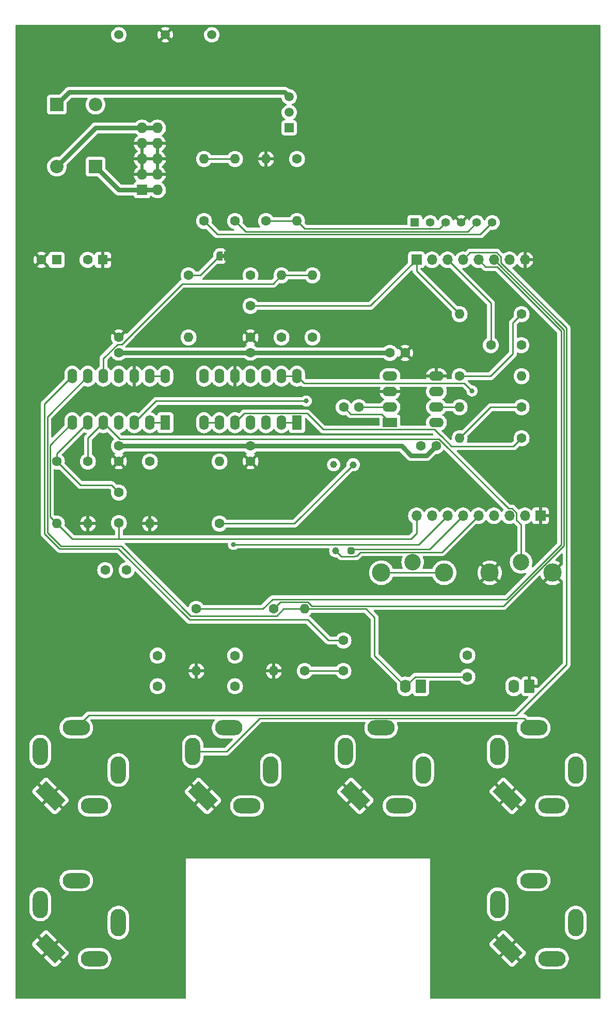
<source format=gbl>
G04 #@! TF.GenerationSoftware,KiCad,Pcbnew,7.0.2-6a45011f42~172~ubuntu22.04.1*
G04 #@! TF.CreationDate,2023-05-05T21:01:44-04:00*
G04 #@! TF.ProjectId,springReverbRev2_BackPCB,73707269-6e67-4526-9576-657262526576,rev?*
G04 #@! TF.SameCoordinates,Original*
G04 #@! TF.FileFunction,Copper,L2,Bot*
G04 #@! TF.FilePolarity,Positive*
%FSLAX46Y46*%
G04 Gerber Fmt 4.6, Leading zero omitted, Abs format (unit mm)*
G04 Created by KiCad (PCBNEW 7.0.2-6a45011f42~172~ubuntu22.04.1) date 2023-05-05 21:01:44*
%MOMM*%
%LPD*%
G01*
G04 APERTURE LIST*
G04 Aperture macros list*
%AMRoundRect*
0 Rectangle with rounded corners*
0 $1 Rounding radius*
0 $2 $3 $4 $5 $6 $7 $8 $9 X,Y pos of 4 corners*
0 Add a 4 corners polygon primitive as box body*
4,1,4,$2,$3,$4,$5,$6,$7,$8,$9,$2,$3,0*
0 Add four circle primitives for the rounded corners*
1,1,$1+$1,$2,$3*
1,1,$1+$1,$4,$5*
1,1,$1+$1,$6,$7*
1,1,$1+$1,$8,$9*
0 Add four rect primitives between the rounded corners*
20,1,$1+$1,$2,$3,$4,$5,0*
20,1,$1+$1,$4,$5,$6,$7,0*
20,1,$1+$1,$6,$7,$8,$9,0*
20,1,$1+$1,$8,$9,$2,$3,0*%
%AMRotRect*
0 Rectangle, with rotation*
0 The origin of the aperture is its center*
0 $1 length*
0 $2 width*
0 $3 Rotation angle, in degrees counterclockwise*
0 Add horizontal line*
21,1,$1,$2,0,0,$3*%
%AMFreePoly0*
4,1,19,0.500000,-0.750000,0.000000,-0.750000,0.000000,-0.744911,-0.071157,-0.744911,-0.207708,-0.704816,-0.327430,-0.627875,-0.420627,-0.520320,-0.479746,-0.390866,-0.500000,-0.250000,-0.500000,0.250000,-0.479746,0.390866,-0.420627,0.520320,-0.327430,0.627875,-0.207708,0.704816,-0.071157,0.744911,0.000000,0.744911,0.000000,0.750000,0.500000,0.750000,0.500000,-0.750000,0.500000,-0.750000,
$1*%
%AMFreePoly1*
4,1,19,0.000000,0.744911,0.071157,0.744911,0.207708,0.704816,0.327430,0.627875,0.420627,0.520320,0.479746,0.390866,0.500000,0.250000,0.500000,-0.250000,0.479746,-0.390866,0.420627,-0.520320,0.327430,-0.627875,0.207708,-0.704816,0.071157,-0.744911,0.000000,-0.744911,0.000000,-0.750000,-0.500000,-0.750000,-0.500000,0.750000,0.000000,0.750000,0.000000,0.744911,0.000000,0.744911,
$1*%
G04 Aperture macros list end*
G04 #@! TA.AperFunction,ComponentPad*
%ADD10R,1.700000X1.700000*%
G04 #@! TD*
G04 #@! TA.AperFunction,ComponentPad*
%ADD11O,1.700000X1.700000*%
G04 #@! TD*
G04 #@! TA.AperFunction,ComponentPad*
%ADD12O,2.500000X4.500001*%
G04 #@! TD*
G04 #@! TA.AperFunction,ComponentPad*
%ADD13O,4.500001X2.500001*%
G04 #@! TD*
G04 #@! TA.AperFunction,ComponentPad*
%ADD14RotRect,4.500001X2.500001X315.000000*%
G04 #@! TD*
G04 #@! TA.AperFunction,ComponentPad*
%ADD15O,4.500000X2.500000*%
G04 #@! TD*
G04 #@! TA.AperFunction,ComponentPad*
%ADD16O,2.500000X4.500000*%
G04 #@! TD*
G04 #@! TA.AperFunction,ComponentPad*
%ADD17C,1.600000*%
G04 #@! TD*
G04 #@! TA.AperFunction,ComponentPad*
%ADD18O,1.600000X1.600000*%
G04 #@! TD*
G04 #@! TA.AperFunction,ComponentPad*
%ADD19C,1.500000*%
G04 #@! TD*
G04 #@! TA.AperFunction,ComponentPad*
%ADD20R,2.400000X1.600000*%
G04 #@! TD*
G04 #@! TA.AperFunction,ComponentPad*
%ADD21O,2.400000X1.600000*%
G04 #@! TD*
G04 #@! TA.AperFunction,ComponentPad*
%ADD22C,3.000000*%
G04 #@! TD*
G04 #@! TA.AperFunction,ComponentPad*
%ADD23C,2.700000*%
G04 #@! TD*
G04 #@! TA.AperFunction,ComponentPad*
%ADD24R,1.600000X1.600000*%
G04 #@! TD*
G04 #@! TA.AperFunction,ComponentPad*
%ADD25R,1.422400X1.422400*%
G04 #@! TD*
G04 #@! TA.AperFunction,ComponentPad*
%ADD26C,1.422400*%
G04 #@! TD*
G04 #@! TA.AperFunction,ComponentPad*
%ADD27RoundRect,0.287500X0.287500X-0.287500X0.287500X0.287500X-0.287500X0.287500X-0.287500X-0.287500X0*%
G04 #@! TD*
G04 #@! TA.AperFunction,ComponentPad*
%ADD28C,1.150000*%
G04 #@! TD*
G04 #@! TA.AperFunction,ComponentPad*
%ADD29R,1.600000X2.400000*%
G04 #@! TD*
G04 #@! TA.AperFunction,ComponentPad*
%ADD30O,1.600000X2.400000*%
G04 #@! TD*
G04 #@! TA.AperFunction,ComponentPad*
%ADD31R,1.500000X1.500000*%
G04 #@! TD*
G04 #@! TA.AperFunction,SMDPad,CuDef*
%ADD32FreePoly0,180.000000*%
G04 #@! TD*
G04 #@! TA.AperFunction,SMDPad,CuDef*
%ADD33FreePoly1,180.000000*%
G04 #@! TD*
G04 #@! TA.AperFunction,ComponentPad*
%ADD34RoundRect,0.250000X0.620000X0.850000X-0.620000X0.850000X-0.620000X-0.850000X0.620000X-0.850000X0*%
G04 #@! TD*
G04 #@! TA.AperFunction,ComponentPad*
%ADD35O,1.740000X2.200000*%
G04 #@! TD*
G04 #@! TA.AperFunction,ComponentPad*
%ADD36R,1.727200X1.727200*%
G04 #@! TD*
G04 #@! TA.AperFunction,ComponentPad*
%ADD37O,1.727200X1.727200*%
G04 #@! TD*
G04 #@! TA.AperFunction,ComponentPad*
%ADD38R,2.200000X2.200000*%
G04 #@! TD*
G04 #@! TA.AperFunction,ComponentPad*
%ADD39O,2.200000X2.200000*%
G04 #@! TD*
G04 #@! TA.AperFunction,ViaPad*
%ADD40C,0.800000*%
G04 #@! TD*
G04 #@! TA.AperFunction,Conductor*
%ADD41C,0.750000*%
G04 #@! TD*
G04 #@! TA.AperFunction,Conductor*
%ADD42C,0.250000*%
G04 #@! TD*
G04 APERTURE END LIST*
G04 #@! TA.AperFunction,EtchedComponent*
G04 #@! TO.C,SJ101*
G36*
X136390000Y-58410000D02*
G01*
X135890000Y-58410000D01*
X135890000Y-57810000D01*
X136390000Y-57810000D01*
X136390000Y-58410000D01*
G37*
G04 #@! TD.AperFunction*
G04 #@! TD*
D10*
G04 #@! TO.P,J910,1,Pin_1*
G04 #@! TO.N,Board_0-GND_B*
X188100000Y-100640000D03*
D11*
G04 #@! TO.P,J910,2,Pin_2*
G04 #@! TO.N,Board_0-+12V_B*
X185560000Y-100640000D03*
G04 #@! TO.P,J910,3,Pin_3*
G04 #@! TO.N,Board_0--12V_B*
X183020000Y-100640000D03*
G04 #@! TO.P,J910,4,Pin_4*
G04 #@! TO.N,Board_0-/Back board/TRIM_B*
X180480000Y-100640000D03*
G04 #@! TO.P,J910,5,Pin_5*
G04 #@! TO.N,Board_0-/Back board/VAC_AN_B*
X177940000Y-100640000D03*
G04 #@! TO.P,J910,6,Pin_6*
G04 #@! TO.N,Board_0-/Back board/VAC_CA_B*
X175400000Y-100640000D03*
G04 #@! TO.P,J910,7,Pin_7*
G04 #@! TO.N,Board_0-/Back board/MIXPOT_BRICK_B*
X172860000Y-100640000D03*
G04 #@! TO.P,J910,8,Pin_8*
G04 #@! TO.N,Board_0-/Back board/REVERB_RETURN*
X170320000Y-100640000D03*
G04 #@! TO.P,J910,9,Pin_9*
G04 #@! TO.N,Board_0-/Back board/MIXPOT_SPRING_B*
X167780000Y-100640000D03*
G04 #@! TD*
D12*
G04 #@! TO.P,J906,R*
G04 #@! TO.N,N/C*
X193900000Y-142250000D03*
D13*
G04 #@! TO.P,J906,RN*
X190000000Y-148150000D03*
D14*
G04 #@! TO.P,J906,S*
G04 #@! TO.N,Board_0-GND_B*
X182760000Y-146490000D03*
D15*
G04 #@! TO.P,J906,T*
G04 #@! TO.N,Board_0-/Back board/WET*
X187000000Y-135350000D03*
D16*
G04 #@! TO.P,J906,TN*
G04 #@! TO.N,N/C*
X181100000Y-139250000D03*
G04 #@! TD*
D12*
G04 #@! TO.P,J904,R*
G04 #@! TO.N,N/C*
X118900000Y-167250000D03*
D13*
G04 #@! TO.P,J904,RN*
X115000000Y-173150000D03*
D14*
G04 #@! TO.P,J904,S*
G04 #@! TO.N,Board_0-GND_B*
X107760000Y-171490000D03*
D15*
G04 #@! TO.P,J904,T*
G04 #@! TO.N,Board_0-/Back board/IN_1*
X112000000Y-160350000D03*
D16*
G04 #@! TO.P,J904,TN*
G04 #@! TO.N,N/C*
X106100000Y-164250000D03*
G04 #@! TD*
D12*
G04 #@! TO.P,J902,R*
G04 #@! TO.N,N/C*
X118900000Y-142250000D03*
D13*
G04 #@! TO.P,J902,RN*
X115000000Y-148150000D03*
D14*
G04 #@! TO.P,J902,S*
G04 #@! TO.N,Board_0-GND_B*
X107760000Y-146490000D03*
D15*
G04 #@! TO.P,J902,T*
G04 #@! TO.N,Board_0-/Back board/CV_IN*
X112000000Y-135350000D03*
D16*
G04 #@! TO.P,J902,TN*
G04 #@! TO.N,N/C*
X106100000Y-139250000D03*
G04 #@! TD*
D10*
G04 #@! TO.P,J908,1,Pin_1*
G04 #@! TO.N,Board_0-/Back board/EQ_POT_1_B*
X167780000Y-58730000D03*
D11*
G04 #@! TO.P,J908,2,Pin_2*
G04 #@! TO.N,Board_0-/Back board/EQ_POT_2_B*
X170320000Y-58730000D03*
G04 #@! TO.P,J908,3,Pin_3*
G04 #@! TO.N,Board_0-/Back board/EQ_POT_3_B*
X172860000Y-58730000D03*
G04 #@! TO.P,J908,4,Pin_4*
G04 #@! TO.N,Board_0-/Back board/CV_IN*
X175400000Y-58730000D03*
G04 #@! TO.P,J908,5,Pin_5*
G04 #@! TO.N,Board_0-/Back board/AUDIO_IN_1*
X177940000Y-58730000D03*
G04 #@! TO.P,J908,6,Pin_6*
G04 #@! TO.N,Board_0-/Back board/AUDIO_IN_2*
X180480000Y-58730000D03*
G04 #@! TO.P,J908,7,Pin_7*
G04 #@! TO.N,Board_0-/Back board/DRY_B*
X183020000Y-58730000D03*
G04 #@! TO.P,J908,8,Pin_8*
G04 #@! TO.N,Board_0-GND_B*
X185560000Y-58730000D03*
G04 #@! TD*
D12*
G04 #@! TO.P,J905,R*
G04 #@! TO.N,N/C*
X143900000Y-142250000D03*
D13*
G04 #@! TO.P,J905,RN*
X140000000Y-148150000D03*
D14*
G04 #@! TO.P,J905,S*
G04 #@! TO.N,Board_0-GND_B*
X132760000Y-146490000D03*
D15*
G04 #@! TO.P,J905,T*
G04 #@! TO.N,Board_0-/Back board/IN_2*
X137000000Y-135350000D03*
D16*
G04 #@! TO.P,J905,TN*
G04 #@! TO.N,Board_0-/Back board/WET*
X131100000Y-139250000D03*
G04 #@! TD*
D12*
G04 #@! TO.P,J901,R*
G04 #@! TO.N,N/C*
X168900000Y-142250000D03*
D13*
G04 #@! TO.P,J901,RN*
X165000000Y-148150000D03*
D14*
G04 #@! TO.P,J901,S*
G04 #@! TO.N,Board_0-GND_B*
X157760000Y-146490000D03*
D15*
G04 #@! TO.P,J901,T*
G04 #@! TO.N,Board_0-/Back board/XFADE*
X162000000Y-135350000D03*
D16*
G04 #@! TO.P,J901,TN*
G04 #@! TO.N,Board_0-/Back board/REVERB_RETURN*
X156100000Y-139250000D03*
G04 #@! TD*
D12*
G04 #@! TO.P,J903,R*
G04 #@! TO.N,N/C*
X193900000Y-167250000D03*
D13*
G04 #@! TO.P,J903,RN*
X190000000Y-173150000D03*
D14*
G04 #@! TO.P,J903,S*
G04 #@! TO.N,Board_0-GND_B*
X182760000Y-171490000D03*
D15*
G04 #@! TO.P,J903,T*
G04 #@! TO.N,Board_0-/Back board/MIX*
X187000000Y-160350000D03*
D16*
G04 #@! TO.P,J903,TN*
G04 #@! TO.N,N/C*
X181100000Y-164250000D03*
G04 #@! TD*
D17*
G04 #@! TO.P,R4,1*
G04 #@! TO.N,Board_0-/Back board/AUDIO_IN_1*
X131680000Y-115880000D03*
D18*
G04 #@! TO.P,R4,2*
G04 #@! TO.N,Board_0-GND_B*
X131680000Y-126040000D03*
G04 #@! TD*
D19*
G04 #@! TO.P,TP902,1,1*
G04 #@! TO.N,Board_0-GND_B*
X126600000Y-21900000D03*
G04 #@! TD*
D20*
G04 #@! TO.P,U7,1*
G04 #@! TO.N,Board_0-/Back board/REVERB_SEND*
X163440000Y-85390000D03*
D21*
G04 #@! TO.P,U7,2,-*
G04 #@! TO.N,Board_0-/Back board/EQ_POT_2_B*
X163440000Y-82850000D03*
G04 #@! TO.P,U7,3,+*
G04 #@! TO.N,Board_0-GND_B*
X163440000Y-80310000D03*
G04 #@! TO.P,U7,4,V-*
G04 #@! TO.N,Board_0--12V_B*
X163440000Y-77770000D03*
G04 #@! TO.P,U7,5,+*
G04 #@! TO.N,Board_0-GND_B*
X171060000Y-77770000D03*
G04 #@! TO.P,U7,6,-*
G04 #@! TO.N,Board_0-Net-(U7B--)*
X171060000Y-80310000D03*
G04 #@! TO.P,U7,7*
G04 #@! TO.N,Board_0-Net-(R10-Pad1)*
X171060000Y-82850000D03*
G04 #@! TO.P,U7,8,V+*
G04 #@! TO.N,Board_0-+12V_B*
X171060000Y-85390000D03*
G04 #@! TD*
D17*
G04 #@! TO.P,C101,1*
G04 #@! TO.N,Board_0-/Back board/TO_TANK*
X176130000Y-127000000D03*
G04 #@! TO.P,C101,2*
G04 #@! TO.N,Board_0-/Back board/TRIM_B*
X176130000Y-123500000D03*
G04 #@! TD*
D22*
G04 #@! TO.P,X101,S*
G04 #@! TO.N,Board_0-/Back board/TO_TANK_S_B*
X172320000Y-109960000D03*
X162020000Y-109960000D03*
D23*
G04 #@! TO.P,X101,T*
G04 #@! TO.N,Board_0-/Back board/TO_TANK*
X167170000Y-108260000D03*
G04 #@! TD*
D17*
G04 #@! TO.P,C107,1*
G04 #@! TO.N,Board_0-GND_B*
X140565000Y-71440000D03*
G04 #@! TO.P,C107,2*
G04 #@! TO.N,Board_0--12V_B*
X140565000Y-73940000D03*
G04 #@! TD*
D19*
G04 #@! TO.P,TP903,1,1*
G04 #@! TO.N,Board_0--12V_B*
X134220000Y-21900000D03*
G04 #@! TD*
D17*
G04 #@! TO.P,C104,1*
G04 #@! TO.N,Board_0-+12V_B*
X171010000Y-89210000D03*
G04 #@! TO.P,C104,2*
G04 #@! TO.N,Board_0-GND_B*
X168510000Y-89210000D03*
G04 #@! TD*
G04 #@! TO.P,R10,1*
G04 #@! TO.N,Board_0-Net-(R10-Pad1)*
X174860000Y-77780000D03*
D18*
G04 #@! TO.P,R10,2*
G04 #@! TO.N,Board_0-Net-(C3-Pad1)*
X185020000Y-77780000D03*
G04 #@! TD*
D17*
G04 #@! TO.P,R105,1*
G04 #@! TO.N,Board_0-Net-(Z$102-OUT2)*
X138030000Y-52380000D03*
D18*
G04 #@! TO.P,R105,2*
G04 #@! TO.N,Board_0-Net-(IC103C--)*
X138030000Y-42220000D03*
G04 #@! TD*
D19*
G04 #@! TO.P,TP901,1,1*
G04 #@! TO.N,Board_0-+12V_B*
X118980000Y-21900000D03*
G04 #@! TD*
D24*
G04 #@! TO.P,C103,1*
G04 #@! TO.N,Board_0-GND_B*
X116360000Y-58730000D03*
D17*
G04 #@! TO.P,C103,2*
G04 #@! TO.N,Board_0--12V_B*
X113860000Y-58730000D03*
G04 #@! TD*
D25*
G04 #@! TO.P,Z$102,1,+5VDC*
G04 #@! TO.N,Board_0-+5V*
X167510000Y-52620000D03*
D26*
G04 #@! TO.P,Z$102,2,PWR-GND*
G04 #@! TO.N,Board_0-/Back board/PWR_GND*
X170050000Y-52620000D03*
G04 #@! TO.P,Z$102,3,INPUT*
G04 #@! TO.N,Board_0-Net-(Z$102-INPUT)*
X172590000Y-52620000D03*
G04 #@! TO.P,Z$102,4,SIG-GND*
G04 #@! TO.N,Board_0-GND_B*
X175130000Y-52620000D03*
G04 #@! TO.P,Z$102,5,OUT2*
G04 #@! TO.N,Board_0-Net-(Z$102-OUT2)*
X177670000Y-52620000D03*
G04 #@! TO.P,Z$102,6,OUT1*
G04 #@! TO.N,Board_0-Net-(Z$102-OUT1)*
X180210000Y-52620000D03*
G04 #@! TD*
D17*
G04 #@! TO.P,C3,1*
G04 #@! TO.N,Board_0-Net-(C3-Pad1)*
X184980000Y-72700000D03*
G04 #@! TO.P,C3,2*
G04 #@! TO.N,Board_0-/Back board/EQ_POT_3_B*
X179980000Y-72700000D03*
G04 #@! TD*
G04 #@! TO.P,R102,1*
G04 #@! TO.N,Board_0-Net-(Z$102-INPUT)*
X143110000Y-52380000D03*
D18*
G04 #@! TO.P,R102,2*
G04 #@! TO.N,Board_0-GND_B*
X143110000Y-42220000D03*
G04 #@! TD*
D17*
G04 #@! TO.P,R104,1*
G04 #@! TO.N,Board_0-Net-(Z$102-OUT1)*
X132950000Y-52380000D03*
D18*
G04 #@! TO.P,R104,2*
G04 #@! TO.N,Board_0-Net-(IC103C--)*
X132950000Y-42220000D03*
G04 #@! TD*
D17*
G04 #@! TO.P,R11,1*
G04 #@! TO.N,Board_0-Net-(R10-Pad1)*
X185020000Y-67620000D03*
D18*
G04 #@! TO.P,R11,2*
G04 #@! TO.N,Board_0-/Back board/EQ_POT_1_B*
X174860000Y-67620000D03*
G04 #@! TD*
D17*
G04 #@! TO.P,R5,1*
G04 #@! TO.N,Board_0-/Back board/AUDIO_IN_2*
X144380000Y-115880000D03*
D18*
G04 #@! TO.P,R5,2*
G04 #@! TO.N,Board_0-GND_B*
X144380000Y-126040000D03*
G04 #@! TD*
D17*
G04 #@! TO.P,C109,1*
G04 #@! TO.N,Board_0-Net-(C109-Pad1)*
X120250000Y-109530000D03*
G04 #@! TO.P,C109,2*
G04 #@! TO.N,Board_0-Net-(IC102B--)*
X116750000Y-109530000D03*
G04 #@! TD*
D27*
G04 #@! TO.P,V101,1,-*
G04 #@! TO.N,Board_0-/Back board/VAC_CA_B*
X157080000Y-106370000D03*
D28*
G04 #@! TO.P,V101,2,+*
G04 #@! TO.N,Board_0-/Back board/VAC_AN_B*
X154540000Y-106370000D03*
G04 #@! TO.P,V101,3*
G04 #@! TO.N,Board_0-Net-(IC103D-+)*
X157410000Y-92283000D03*
G04 #@! TO.P,V101,4*
G04 #@! TO.N,Board_0-Net-(IC103A--)*
X154210000Y-92270000D03*
G04 #@! TD*
D17*
G04 #@! TO.P,R110,1*
G04 #@! TO.N,Board_0-Net-(IC103D-+)*
X135490000Y-101910000D03*
D18*
G04 #@! TO.P,R110,2*
G04 #@! TO.N,Board_0-Net-(IC103B--)*
X135490000Y-91750000D03*
G04 #@! TD*
D17*
G04 #@! TO.P,R18,1*
G04 #@! TO.N,Board_0-Net-(C4-Pad2)*
X145650000Y-71430000D03*
D18*
G04 #@! TO.P,R18,2*
G04 #@! TO.N,Board_0-/Back board/REVERB_SEND*
X145650000Y-61270000D03*
G04 #@! TD*
D29*
G04 #@! TO.P,IC103,1*
G04 #@! TO.N,Board_0-Net-(IC103A--)*
X148190000Y-85400000D03*
D30*
G04 #@! TO.P,IC103,2,-*
X145650000Y-85400000D03*
G04 #@! TO.P,IC103,3,+*
G04 #@! TO.N,Board_0-/Back board/XFADE*
X143110000Y-85400000D03*
G04 #@! TO.P,IC103,4,V+*
G04 #@! TO.N,Board_0-+12V_B*
X140570000Y-85400000D03*
G04 #@! TO.P,IC103,5,+*
G04 #@! TO.N,Board_0-/Back board/DRY_B*
X138030000Y-85400000D03*
G04 #@! TO.P,IC103,6,-*
G04 #@! TO.N,Board_0-Net-(IC103B--)*
X135490000Y-85400000D03*
G04 #@! TO.P,IC103,7*
X132950000Y-85400000D03*
G04 #@! TO.P,IC103,8*
G04 #@! TO.N,Board_0-/Back board/MIXPOT_BRICK_B*
X132950000Y-77780000D03*
G04 #@! TO.P,IC103,9,-*
G04 #@! TO.N,Board_0-Net-(IC103C--)*
X135490000Y-77780000D03*
G04 #@! TO.P,IC103,10,+*
G04 #@! TO.N,Board_0-GND_B*
X138030000Y-77780000D03*
G04 #@! TO.P,IC103,11,V-*
G04 #@! TO.N,Board_0--12V_B*
X140570000Y-77780000D03*
G04 #@! TO.P,IC103,12,+*
G04 #@! TO.N,Board_0-Net-(IC103D-+)*
X143110000Y-77780000D03*
G04 #@! TO.P,IC103,13,-*
G04 #@! TO.N,Board_0-/Back board/MIX*
X145650000Y-77780000D03*
G04 #@! TO.P,IC103,14*
X148190000Y-77780000D03*
G04 #@! TD*
D17*
G04 #@! TO.P,R3,1*
G04 #@! TO.N,Board_0-/Back board/DRY_B*
X185020000Y-87940000D03*
D18*
G04 #@! TO.P,R3,2*
G04 #@! TO.N,Board_0-Net-(U7B--)*
X174860000Y-87940000D03*
G04 #@! TD*
D29*
G04 #@! TO.P,IC102,1*
G04 #@! TO.N,Board_0-/Back board/WET*
X126600000Y-85400000D03*
D30*
G04 #@! TO.P,IC102,2,-*
X124060000Y-85400000D03*
G04 #@! TO.P,IC102,3,+*
G04 #@! TO.N,Board_0-/Back board/REVERB_RETURN*
X121520000Y-85400000D03*
G04 #@! TO.P,IC102,4,V+*
G04 #@! TO.N,Board_0-+12V_B*
X118980000Y-85400000D03*
G04 #@! TO.P,IC102,5,+*
G04 #@! TO.N,Board_0-/Back board/FROM_TANK*
X116440000Y-85400000D03*
G04 #@! TO.P,IC102,6,-*
G04 #@! TO.N,Board_0-Net-(IC102B--)*
X113900000Y-85400000D03*
G04 #@! TO.P,IC102,7*
G04 #@! TO.N,Board_0-/Back board/MIXPOT_SPRING_B*
X111360000Y-85400000D03*
G04 #@! TO.P,IC102,8*
G04 #@! TO.N,Board_0-/Back board/TO_TANK_S_B*
X111360000Y-77780000D03*
G04 #@! TO.P,IC102,9,-*
G04 #@! TO.N,Board_0-/Back board/TO_TANK*
X113900000Y-77780000D03*
G04 #@! TO.P,IC102,10,+*
G04 #@! TO.N,Board_0-/Back board/REVERB_SEND*
X116440000Y-77780000D03*
G04 #@! TO.P,IC102,11,V-*
G04 #@! TO.N,Board_0--12V_B*
X118980000Y-77780000D03*
G04 #@! TO.P,IC102,12,+*
G04 #@! TO.N,Board_0-GND_B*
X121520000Y-77780000D03*
G04 #@! TO.P,IC102,13,-*
G04 #@! TO.N,Board_0-Net-(IC102D--)*
X124060000Y-77780000D03*
G04 #@! TO.P,IC102,14*
X126600000Y-77780000D03*
G04 #@! TD*
D17*
G04 #@! TO.P,R109,1*
G04 #@! TO.N,Board_0-Net-(IC102B--)*
X108820000Y-91750000D03*
D18*
G04 #@! TO.P,R109,2*
G04 #@! TO.N,Board_0-/Back board/MIXPOT_SPRING_B*
X108820000Y-101910000D03*
G04 #@! TD*
D31*
G04 #@! TO.P,U901,1,VO*
G04 #@! TO.N,Board_0-+5V*
X146920000Y-37140000D03*
D19*
G04 #@! TO.P,U901,2,GND*
G04 #@! TO.N,Board_0-/Back board/PWR_GND*
X146920000Y-34600000D03*
G04 #@! TO.P,U901,3,VI*
G04 #@! TO.N,Board_0-+12V_B*
X146920000Y-32060000D03*
G04 #@! TD*
D32*
G04 #@! TO.P,SJ101,1,A*
G04 #@! TO.N,Board_0-GND_B*
X136790000Y-58110000D03*
D33*
G04 #@! TO.P,SJ101,2,B*
G04 #@! TO.N,Board_0-Net-(IC103C--)*
X135490000Y-58110000D03*
G04 #@! TD*
D22*
G04 #@! TO.P,X102,S*
G04 #@! TO.N,Board_0-GND_B*
X190100000Y-109960000D03*
X179800000Y-109960000D03*
D23*
G04 #@! TO.P,X102,T*
G04 #@! TO.N,Board_0-/Back board/FROM_TANK*
X184950000Y-108260000D03*
G04 #@! TD*
D17*
G04 #@! TO.P,R19,1*
G04 #@! TO.N,Board_0-/Back board/EQ_POT_3_B*
X150730000Y-71430000D03*
D18*
G04 #@! TO.P,R19,2*
G04 #@! TO.N,Board_0-/Back board/REVERB_SEND*
X150730000Y-61270000D03*
G04 #@! TD*
D17*
G04 #@! TO.P,R103,1*
G04 #@! TO.N,Board_0-Net-(C108-Pad2)*
X149460000Y-126040000D03*
D18*
G04 #@! TO.P,R103,2*
G04 #@! TO.N,Board_0-/Back board/TO_TANK*
X149460000Y-115880000D03*
G04 #@! TD*
D34*
G04 #@! TO.P,J912,1,Pin_1*
G04 #@! TO.N,Board_0-GND_B*
X186290000Y-128580000D03*
D35*
G04 #@! TO.P,J912,2,Pin_2*
G04 #@! TO.N,Board_0-/Back board/FROM_TANK*
X183750000Y-128580000D03*
G04 #@! TD*
D17*
G04 #@! TO.P,C110,1*
G04 #@! TO.N,Board_0-Net-(IC102B--)*
X118980000Y-96830000D03*
G04 #@! TO.P,C110,2*
G04 #@! TO.N,Board_0-/Back board/MIXPOT_SPRING_B*
X118980000Y-101830000D03*
G04 #@! TD*
G04 #@! TO.P,C4,1*
G04 #@! TO.N,Board_0-/Back board/EQ_POT_1_B*
X140570000Y-66270000D03*
G04 #@! TO.P,C4,2*
G04 #@! TO.N,Board_0-Net-(C4-Pad2)*
X140570000Y-61270000D03*
G04 #@! TD*
D36*
G04 #@! TO.P,SV101,1,-12V*
G04 #@! TO.N,Board_0-/-12V_INLET*
X122790000Y-47300000D03*
D37*
G04 #@! TO.P,SV101,2,-12V*
X125330000Y-47300000D03*
G04 #@! TO.P,SV101,3,GND*
G04 #@! TO.N,Board_0-GND_B*
X122790000Y-44760000D03*
G04 #@! TO.P,SV101,4,GND*
X125330000Y-44760000D03*
G04 #@! TO.P,SV101,5,GND*
X122790000Y-42220000D03*
G04 #@! TO.P,SV101,6,GND*
X125330000Y-42220000D03*
G04 #@! TO.P,SV101,7,GND*
X122790000Y-39680000D03*
G04 #@! TO.P,SV101,8,GND*
X125330000Y-39680000D03*
G04 #@! TO.P,SV101,9,+12V*
G04 #@! TO.N,Board_0-/+12V_INLET*
X122790000Y-37140000D03*
G04 #@! TO.P,SV101,10,+12V*
X125330000Y-37140000D03*
G04 #@! TD*
D38*
G04 #@! TO.P,D901,1,K*
G04 #@! TO.N,Board_0-+12V_B*
X108820000Y-33330000D03*
D39*
G04 #@! TO.P,D901,2,A*
G04 #@! TO.N,Board_0-/+12V_INLET*
X108820000Y-43490000D03*
G04 #@! TD*
D17*
G04 #@! TO.P,R101,1*
G04 #@! TO.N,Board_0-/Back board/REVERB_SEND*
X148190000Y-42220000D03*
D18*
G04 #@! TO.P,R101,2*
G04 #@! TO.N,Board_0-Net-(Z$102-INPUT)*
X148190000Y-52380000D03*
G04 #@! TD*
D17*
G04 #@! TO.P,R106,1*
G04 #@! TO.N,Board_0-/Back board/FROM_TANK*
X113900000Y-91750000D03*
D18*
G04 #@! TO.P,R106,2*
G04 #@! TO.N,Board_0-GND_B*
X113900000Y-101910000D03*
G04 #@! TD*
D17*
G04 #@! TO.P,R107,1*
G04 #@! TO.N,Board_0-Net-(C109-Pad1)*
X124060000Y-91750000D03*
D18*
G04 #@! TO.P,R107,2*
G04 #@! TO.N,Board_0-GND_B*
X124060000Y-101910000D03*
G04 #@! TD*
D17*
G04 #@! TO.P,C5,1*
G04 #@! TO.N,Board_0-/Back board/EQ_POT_2_B*
X158350000Y-82860000D03*
G04 #@! TO.P,C5,2*
G04 #@! TO.N,Board_0-/Back board/REVERB_SEND*
X155850000Y-82860000D03*
G04 #@! TD*
G04 #@! TO.P,R108,1*
G04 #@! TO.N,Board_0-Net-(IC103C--)*
X130410000Y-61270000D03*
D18*
G04 #@! TO.P,R108,2*
G04 #@! TO.N,Board_0-/Back board/MIXPOT_BRICK_B*
X130410000Y-71430000D03*
G04 #@! TD*
D38*
G04 #@! TO.P,D902,1,K*
G04 #@! TO.N,Board_0-/-12V_INLET*
X115165000Y-43500000D03*
D39*
G04 #@! TO.P,D902,2,A*
G04 #@! TO.N,Board_0--12V_B*
X115165000Y-33340000D03*
G04 #@! TD*
D17*
G04 #@! TO.P,C106,1*
G04 #@! TO.N,Board_0-+12V_B*
X118975000Y-89220000D03*
G04 #@! TO.P,C106,2*
G04 #@! TO.N,Board_0-GND_B*
X118975000Y-91720000D03*
G04 #@! TD*
G04 #@! TO.P,R6,1*
G04 #@! TO.N,Board_0-Net-(U7B--)*
X185020000Y-82860000D03*
D18*
G04 #@! TO.P,R6,2*
G04 #@! TO.N,Board_0-Net-(R10-Pad1)*
X174860000Y-82860000D03*
G04 #@! TD*
D17*
G04 #@! TO.P,C1,1*
G04 #@! TO.N,Board_0-/Back board/AUDIO_IN_1*
X125330000Y-123540000D03*
G04 #@! TO.P,C1,2*
G04 #@! TO.N,Board_0-/Back board/IN_1*
X125330000Y-128540000D03*
G04 #@! TD*
G04 #@! TO.P,C105,1*
G04 #@! TO.N,Board_0-GND_B*
X165930000Y-73970000D03*
G04 #@! TO.P,C105,2*
G04 #@! TO.N,Board_0--12V_B*
X163430000Y-73970000D03*
G04 #@! TD*
G04 #@! TO.P,C901,1*
G04 #@! TO.N,Board_0-GND_B*
X118975000Y-71440000D03*
G04 #@! TO.P,C901,2*
G04 #@! TO.N,Board_0--12V_B*
X118975000Y-73940000D03*
G04 #@! TD*
G04 #@! TO.P,C2,1*
G04 #@! TO.N,Board_0-/Back board/AUDIO_IN_2*
X138030000Y-123540000D03*
G04 #@! TO.P,C2,2*
G04 #@! TO.N,Board_0-/Back board/IN_2*
X138030000Y-128540000D03*
G04 #@! TD*
D24*
G04 #@! TO.P,C102,1*
G04 #@! TO.N,Board_0-+12V_B*
X108780000Y-58730000D03*
D17*
G04 #@! TO.P,C102,2*
G04 #@! TO.N,Board_0-GND_B*
X106280000Y-58730000D03*
G04 #@! TD*
G04 #@! TO.P,C902,1*
G04 #@! TO.N,Board_0-+12V_B*
X140565000Y-89220000D03*
G04 #@! TO.P,C902,2*
G04 #@! TO.N,Board_0-GND_B*
X140565000Y-91720000D03*
G04 #@! TD*
G04 #@! TO.P,C108,1*
G04 #@! TO.N,Board_0-/Back board/TO_TANK_S_B*
X155810000Y-121040000D03*
G04 #@! TO.P,C108,2*
G04 #@! TO.N,Board_0-Net-(C108-Pad2)*
X155810000Y-126040000D03*
G04 #@! TD*
D34*
G04 #@! TO.P,J911,1,Pin_1*
G04 #@! TO.N,Board_0-/Back board/TO_TANK_S_B*
X168510000Y-128580000D03*
D35*
G04 #@! TO.P,J911,2,Pin_2*
G04 #@! TO.N,Board_0-/Back board/TO_TANK*
X165970000Y-128580000D03*
G04 #@! TD*
D40*
G04 #@! TO.N,Board_0-/Back board/MIX*
X176892000Y-80193000D03*
G04 #@! TO.N,Board_0-/Back board/MIXPOT_BRICK_B*
X137780299Y-105334701D03*
G04 #@! TO.N,Board_0-/Back board/REVERB_RETURN*
X149714000Y-81844000D03*
G04 #@! TD*
D41*
G04 #@! TO.N,Board_0-+12V_B*
X166907000Y-90782000D02*
X169438000Y-90782000D01*
X165345000Y-89220000D02*
X166907000Y-90782000D01*
X146920000Y-32060000D02*
X146170000Y-31310000D01*
X140565000Y-89220000D02*
X118975000Y-89220000D01*
X169438000Y-90782000D02*
X171010000Y-89210000D01*
X146170000Y-31310000D02*
X110840000Y-31310000D01*
X140565000Y-89220000D02*
X165345000Y-89220000D01*
X110840000Y-31310000D02*
X108820000Y-33330000D01*
G04 #@! TO.N,Board_0--12V_B*
X163400000Y-73940000D02*
X163430000Y-73970000D01*
X140565000Y-73940000D02*
X118975000Y-73940000D01*
X140565000Y-73940000D02*
X163400000Y-73940000D01*
G04 #@! TO.N,Board_0-/+12V_INLET*
X115170000Y-37140000D02*
X108820000Y-43490000D01*
X122790000Y-37140000D02*
X125330000Y-37140000D01*
X122790000Y-37140000D02*
X115170000Y-37140000D01*
G04 #@! TO.N,Board_0-/-12V_INLET*
X118965000Y-47300000D02*
X115165000Y-43500000D01*
X122790000Y-47300000D02*
X125330000Y-47300000D01*
X122790000Y-47300000D02*
X118965000Y-47300000D01*
D42*
G04 #@! TO.N,Board_0-/Back board/AUDIO_IN_1*
X191497000Y-70415396D02*
X191497000Y-105346370D01*
X144177000Y-114305000D02*
X142602000Y-115880000D01*
X179115000Y-59905000D02*
X180986604Y-59905000D01*
X142602000Y-115880000D02*
X131680000Y-115880000D01*
X191497000Y-105346370D02*
X182538370Y-114305000D01*
X182538370Y-114305000D02*
X144177000Y-114305000D01*
X177940000Y-58730000D02*
X179115000Y-59905000D01*
X180986604Y-59905000D02*
X191497000Y-70415396D01*
G04 #@! TO.N,Board_0-/Back board/AUDIO_IN_2*
X182048561Y-115430499D02*
X191946501Y-105532559D01*
X149925991Y-114755000D02*
X150601490Y-115430499D01*
X144380000Y-115880000D02*
X145505000Y-114755000D01*
X150601490Y-115430499D02*
X182048561Y-115430499D01*
X145505000Y-114755000D02*
X149925991Y-114755000D01*
X191946501Y-70196501D02*
X180480000Y-58730000D01*
X191946501Y-105532559D02*
X191946501Y-70196501D01*
G04 #@! TO.N,Board_0-/Back board/CV_IN*
X192396002Y-69916002D02*
X181655000Y-59175000D01*
X180966701Y-57555000D02*
X176575000Y-57555000D01*
X181655000Y-59175000D02*
X181655000Y-58243299D01*
X112000000Y-135350000D02*
X114024501Y-133325499D01*
X176575000Y-57555000D02*
X175400000Y-58730000D01*
X181655000Y-58243299D02*
X180966701Y-57555000D01*
X114024501Y-133325499D02*
X184084501Y-133325499D01*
X192396002Y-125013998D02*
X192396002Y-69916002D01*
X184084501Y-133325499D02*
X192396002Y-125013998D01*
G04 #@! TO.N,Board_0-/Back board/DRY_B*
X170708681Y-86515000D02*
X152480000Y-86515000D01*
X173522189Y-89268499D02*
X171871189Y-87617499D01*
X139555000Y-83875000D02*
X138030000Y-85400000D01*
X149840000Y-83875000D02*
X139555000Y-83875000D01*
X171811180Y-87617499D02*
X170708681Y-86515000D01*
X183691501Y-89268499D02*
X173522189Y-89268499D01*
X171871189Y-87617499D02*
X171811180Y-87617499D01*
X152480000Y-86515000D02*
X149840000Y-83875000D01*
X185020000Y-87940000D02*
X183691501Y-89268499D01*
G04 #@! TO.N,Board_0-/Back board/EQ_POT_1_B*
X140570000Y-66270000D02*
X160240000Y-66270000D01*
X167780000Y-58730000D02*
X167780000Y-60540000D01*
X160240000Y-66270000D02*
X167780000Y-58730000D01*
X167780000Y-60540000D02*
X174860000Y-67620000D01*
G04 #@! TO.N,Board_0-/Back board/EQ_POT_2_B*
X158360000Y-82850000D02*
X158350000Y-82860000D01*
X163440000Y-82850000D02*
X158360000Y-82850000D01*
G04 #@! TO.N,Board_0-/Back board/EQ_POT_3_B*
X179980000Y-65850000D02*
X172860000Y-58730000D01*
X179980000Y-72700000D02*
X179980000Y-65850000D01*
G04 #@! TO.N,Board_0-/Back board/FROM_TANK*
X119125000Y-88085000D02*
X116440000Y-85400000D01*
X183506701Y-99465000D02*
X182855991Y-99465000D01*
X182855991Y-99465000D02*
X171475991Y-88085000D01*
X184950000Y-102094000D02*
X184195000Y-101339000D01*
X113900000Y-87940000D02*
X116440000Y-85400000D01*
X184195000Y-100153299D02*
X183506701Y-99465000D01*
X113900000Y-91750000D02*
X113900000Y-87940000D01*
X171475991Y-88085000D02*
X119125000Y-88085000D01*
X184195000Y-101339000D02*
X184195000Y-100153299D01*
X184950000Y-108260000D02*
X184950000Y-102094000D01*
G04 #@! TO.N,Board_0-/Back board/MIX*
X149333000Y-78923000D02*
X175622000Y-78923000D01*
X148190000Y-77780000D02*
X149333000Y-78923000D01*
X175622000Y-78923000D02*
X176892000Y-80193000D01*
X148190000Y-77780000D02*
X145650000Y-77780000D01*
G04 #@! TO.N,Board_0-/Back board/MIXPOT_BRICK_B*
X168165299Y-105334701D02*
X137780299Y-105334701D01*
X172860000Y-100640000D02*
X168165299Y-105334701D01*
G04 #@! TO.N,Board_0-/Back board/MIXPOT_SPRING_B*
X118980000Y-104450000D02*
X118980000Y-101830000D01*
X167780000Y-103529000D02*
X166859000Y-104450000D01*
X167780000Y-100640000D02*
X167780000Y-103529000D01*
X108820000Y-101910000D02*
X107695000Y-100785000D01*
X118980000Y-104450000D02*
X111360000Y-104450000D01*
X166859000Y-104450000D02*
X118980000Y-104450000D01*
X107695000Y-89065000D02*
X111360000Y-85400000D01*
X111360000Y-104450000D02*
X108820000Y-101910000D01*
X107695000Y-100785000D02*
X107695000Y-89065000D01*
G04 #@! TO.N,Board_0-/Back board/REVERB_RETURN*
X121520000Y-85400000D02*
X125076000Y-81844000D01*
X125076000Y-81844000D02*
X149714000Y-81844000D01*
G04 #@! TO.N,Board_0-/Back board/REVERB_SEND*
X162053000Y-84003000D02*
X163440000Y-85390000D01*
X150730000Y-61270000D02*
X145650000Y-61270000D01*
X118759009Y-72565000D02*
X116440000Y-74884009D01*
X144275000Y-62645000D02*
X129360991Y-62645000D01*
X119440991Y-72565000D02*
X118759009Y-72565000D01*
X155850000Y-82860000D02*
X156993000Y-84003000D01*
X116440000Y-74884009D02*
X116440000Y-77780000D01*
X129360991Y-62645000D02*
X119440991Y-72565000D01*
X145650000Y-61270000D02*
X144275000Y-62645000D01*
X156993000Y-84003000D02*
X162053000Y-84003000D01*
G04 #@! TO.N,Board_0-/Back board/TO_TANK*
X107245499Y-84434501D02*
X113900000Y-77780000D01*
X144845991Y-117005000D02*
X130773000Y-117005000D01*
X109455000Y-105593000D02*
X107245499Y-103383499D01*
X130773000Y-117005000D02*
X119361000Y-105593000D01*
X149460000Y-115880000D02*
X145970991Y-115880000D01*
X145970991Y-115880000D02*
X144845991Y-117005000D01*
X107245499Y-103383499D02*
X107245499Y-84434501D01*
X160910000Y-117297000D02*
X160910000Y-123520000D01*
X160910000Y-123520000D02*
X165970000Y-128580000D01*
X165970000Y-128580000D02*
X167550000Y-127000000D01*
X119361000Y-105593000D02*
X109455000Y-105593000D01*
X159493000Y-115880000D02*
X160910000Y-117297000D01*
X149460000Y-115880000D02*
X159493000Y-115880000D01*
X167550000Y-127000000D02*
X176130000Y-127000000D01*
G04 #@! TO.N,Board_0-/Back board/TO_TANK_S_B*
X106795998Y-103569688D02*
X106795998Y-82344002D01*
X106795998Y-82344002D02*
X111360000Y-77780000D01*
X118921501Y-106042501D02*
X109268811Y-106042501D01*
X153350000Y-121040000D02*
X149968000Y-117658000D01*
X155810000Y-121040000D02*
X153350000Y-121040000D01*
X109268811Y-106042501D02*
X106795998Y-103569688D01*
X172320000Y-109960000D02*
X162020000Y-109960000D01*
X130537000Y-117658000D02*
X118921501Y-106042501D01*
X149968000Y-117658000D02*
X130537000Y-117658000D01*
G04 #@! TO.N,Board_0-/Back board/VAC_AN_B*
X155440000Y-107270000D02*
X154540000Y-106370000D01*
X157621206Y-107270000D02*
X155440000Y-107270000D01*
X157647206Y-107244000D02*
X157621206Y-107270000D01*
X171995000Y-106585000D02*
X158628000Y-106585000D01*
X158628000Y-106585000D02*
X157969000Y-107244000D01*
X177940000Y-100640000D02*
X171995000Y-106585000D01*
X157969000Y-107244000D02*
X157647206Y-107244000D01*
G04 #@! TO.N,Board_0-/Back board/VAC_CA_B*
X175400000Y-100640000D02*
X169904501Y-106135499D01*
X169904501Y-106135499D02*
X157314501Y-106135499D01*
X157314501Y-106135499D02*
X157080000Y-106370000D01*
G04 #@! TO.N,Board_0-/Back board/WET*
X142106000Y-133775000D02*
X136631000Y-139250000D01*
X136631000Y-139250000D02*
X131100000Y-139250000D01*
X185425000Y-133775000D02*
X142106000Y-133775000D01*
X126600000Y-85400000D02*
X124060000Y-85400000D01*
X187000000Y-135350000D02*
X185425000Y-133775000D01*
G04 #@! TO.N,Board_0-Net-(C108-Pad2)*
X155770000Y-126000000D02*
X149500000Y-126000000D01*
X149500000Y-126000000D02*
X149460000Y-126040000D01*
X155810000Y-126040000D02*
X155770000Y-126000000D01*
G04 #@! TO.N,Board_0-Net-(IC102B--)*
X118980000Y-96830000D02*
X117750000Y-95600000D01*
X108820000Y-91750000D02*
X108820000Y-90480000D01*
X112670000Y-95600000D02*
X108820000Y-91750000D01*
X108820000Y-90480000D02*
X113900000Y-85400000D01*
X117750000Y-95600000D02*
X112670000Y-95600000D01*
G04 #@! TO.N,Board_0-Net-(IC102D--)*
X126600000Y-77780000D02*
X124060000Y-77780000D01*
G04 #@! TO.N,Board_0-Net-(IC103A--)*
X148190000Y-85400000D02*
X145650000Y-85400000D01*
G04 #@! TO.N,Board_0-Net-(IC103B--)*
X135490000Y-85400000D02*
X132950000Y-85400000D01*
G04 #@! TO.N,Board_0-Net-(IC103C--)*
X135490000Y-58110000D02*
X132330000Y-61270000D01*
X132950000Y-42220000D02*
X138030000Y-42220000D01*
X132330000Y-61270000D02*
X130410000Y-61270000D01*
G04 #@! TO.N,Board_0-Net-(IC103D-+)*
X147783000Y-101910000D02*
X135490000Y-101910000D01*
X157410000Y-92283000D02*
X147783000Y-101910000D01*
G04 #@! TO.N,Board_0-Net-(R10-Pad1)*
X183605000Y-69035000D02*
X183605000Y-74115000D01*
X174860000Y-82860000D02*
X171070000Y-82860000D01*
X171070000Y-82860000D02*
X171060000Y-82850000D01*
X179940000Y-77780000D02*
X174860000Y-77780000D01*
X185020000Y-67620000D02*
X183605000Y-69035000D01*
X183605000Y-74115000D02*
X179940000Y-77780000D01*
G04 #@! TO.N,Board_0-Net-(U7B--)*
X185020000Y-82860000D02*
X179940000Y-82860000D01*
X179940000Y-82860000D02*
X174860000Y-87940000D01*
G04 #@! TO.N,Board_0-Net-(Z$102-INPUT)*
X148190000Y-52380000D02*
X143110000Y-52380000D01*
X172590000Y-52620000D02*
X171553800Y-53656200D01*
X149466200Y-53656200D02*
X148190000Y-52380000D01*
X171553800Y-53656200D02*
X149466200Y-53656200D01*
G04 #@! TO.N,Board_0-Net-(Z$102-OUT1)*
X180210000Y-52620000D02*
X178274798Y-54555202D01*
X135125202Y-54555202D02*
X132950000Y-52380000D01*
X178274798Y-54555202D02*
X135125202Y-54555202D01*
G04 #@! TO.N,Board_0-Net-(Z$102-OUT2)*
X177670000Y-52620000D02*
X176184299Y-54105701D01*
X139755701Y-54105701D02*
X138030000Y-52380000D01*
X176184299Y-54105701D02*
X139755701Y-54105701D01*
G04 #@! TD*
G04 #@! TA.AperFunction,Conductor*
G04 #@! TO.N,Board_0-GND_B*
G36*
X181809969Y-101299458D02*
G01*
X181855481Y-101341354D01*
X181944278Y-101477268D01*
X182003707Y-101541825D01*
X182096762Y-101642908D01*
X182274421Y-101781187D01*
X182274424Y-101781189D01*
X182472426Y-101888342D01*
X182685365Y-101961444D01*
X182907431Y-101998500D01*
X183132566Y-101998500D01*
X183132569Y-101998500D01*
X183354635Y-101961444D01*
X183567574Y-101888342D01*
X183667185Y-101834434D01*
X183718479Y-101819547D01*
X183771334Y-101827247D01*
X183816249Y-101856153D01*
X184279595Y-102319499D01*
X184306909Y-102360376D01*
X184316500Y-102408594D01*
X184316500Y-106425236D01*
X184306327Y-106474836D01*
X184277450Y-106516426D01*
X184234533Y-106543291D01*
X184175983Y-106565129D01*
X184175980Y-106565130D01*
X184175979Y-106565131D01*
X184160427Y-106573623D01*
X183942650Y-106692538D01*
X183729830Y-106851853D01*
X183541853Y-107039830D01*
X183382538Y-107252650D01*
X183255131Y-107485979D01*
X183162226Y-107735066D01*
X183105718Y-107994828D01*
X183086752Y-108260000D01*
X183105718Y-108525171D01*
X183162226Y-108784933D01*
X183210455Y-108914240D01*
X183255131Y-109034021D01*
X183283516Y-109086004D01*
X183382538Y-109267349D01*
X183541853Y-109480169D01*
X183729830Y-109668146D01*
X183847897Y-109756530D01*
X183942653Y-109827463D01*
X184175979Y-109954869D01*
X184425063Y-110047772D01*
X184425066Y-110047773D01*
X184565649Y-110078355D01*
X184684832Y-110104282D01*
X184950000Y-110123247D01*
X185215168Y-110104282D01*
X185474937Y-110047772D01*
X185609669Y-109997519D01*
X185676955Y-109991741D01*
X185737563Y-110021539D01*
X185774076Y-110078355D01*
X185776004Y-110145864D01*
X185742794Y-110204671D01*
X182312870Y-113634595D01*
X182271993Y-113661909D01*
X182223775Y-113671500D01*
X144260849Y-113671500D01*
X144240064Y-113669205D01*
X144169033Y-113671438D01*
X144165075Y-113671500D01*
X144137140Y-113671500D01*
X144133114Y-113672008D01*
X144121302Y-113672937D01*
X144077110Y-113674326D01*
X144057657Y-113679978D01*
X144038303Y-113683986D01*
X144018204Y-113686525D01*
X143977096Y-113702801D01*
X143965870Y-113706644D01*
X143923408Y-113718981D01*
X143905964Y-113729297D01*
X143888215Y-113737991D01*
X143869384Y-113745446D01*
X143833625Y-113771427D01*
X143823706Y-113777943D01*
X143785636Y-113800457D01*
X143771309Y-113814785D01*
X143756279Y-113827622D01*
X143739894Y-113839526D01*
X143711711Y-113873593D01*
X143703723Y-113882370D01*
X142376497Y-115209597D01*
X142335623Y-115236909D01*
X142287405Y-115246500D01*
X132899393Y-115246500D01*
X132841213Y-115232263D01*
X132796181Y-115192772D01*
X132686198Y-115035700D01*
X132686197Y-115035699D01*
X132686195Y-115035696D01*
X132524303Y-114873804D01*
X132336750Y-114742477D01*
X132129243Y-114645715D01*
X131908087Y-114586457D01*
X131680000Y-114566502D01*
X131451912Y-114586457D01*
X131230756Y-114645715D01*
X131023249Y-114742477D01*
X130835696Y-114873804D01*
X130673804Y-115035696D01*
X130542477Y-115223249D01*
X130445713Y-115430761D01*
X130428012Y-115496823D01*
X130395401Y-115553307D01*
X130338917Y-115585918D01*
X130273694Y-115585918D01*
X130217211Y-115553306D01*
X119962500Y-105298595D01*
X119931762Y-105248436D01*
X119927146Y-105189789D01*
X119949659Y-105135439D01*
X119994392Y-105097233D01*
X120051595Y-105083500D01*
X136753260Y-105083500D01*
X136820030Y-105102646D01*
X136866508Y-105154265D01*
X136878570Y-105222670D01*
X136866795Y-105334700D01*
X136886757Y-105524630D01*
X136945771Y-105706257D01*
X137041257Y-105871643D01*
X137079931Y-105914595D01*
X137169046Y-106013567D01*
X137323547Y-106125819D01*
X137498011Y-106203495D01*
X137684812Y-106243201D01*
X137875784Y-106243201D01*
X137875786Y-106243201D01*
X138062587Y-106203495D01*
X138237051Y-106125819D01*
X138391552Y-106013567D01*
X138394863Y-106009889D01*
X138437251Y-105979094D01*
X138488499Y-105968201D01*
X153360967Y-105968201D01*
X153417130Y-105981410D01*
X153461517Y-106018269D01*
X153484822Y-106071048D01*
X153482157Y-106128682D01*
X153470385Y-106170055D01*
X153451857Y-106370000D01*
X153470385Y-106569943D01*
X153511061Y-106712906D01*
X153525338Y-106763082D01*
X153614843Y-106942833D01*
X153714816Y-107075220D01*
X153735854Y-107103078D01*
X153884245Y-107238354D01*
X153884247Y-107238355D01*
X153884248Y-107238356D01*
X154054973Y-107344065D01*
X154242216Y-107416603D01*
X154439599Y-107453500D01*
X154640400Y-107453500D01*
X154640401Y-107453500D01*
X154648574Y-107451972D01*
X154709000Y-107455463D01*
X154760826Y-107486730D01*
X154932751Y-107658655D01*
X154945834Y-107674985D01*
X154997665Y-107723656D01*
X155000477Y-107726381D01*
X155020230Y-107746134D01*
X155022183Y-107747649D01*
X155023424Y-107748612D01*
X155032444Y-107756316D01*
X155064679Y-107786586D01*
X155082435Y-107796347D01*
X155098951Y-107807196D01*
X155114959Y-107819613D01*
X155155525Y-107837167D01*
X155166188Y-107842391D01*
X155204935Y-107863693D01*
X155204937Y-107863693D01*
X155204940Y-107863695D01*
X155224574Y-107868736D01*
X155243259Y-107875134D01*
X155261855Y-107883181D01*
X155305530Y-107890098D01*
X155317125Y-107892498D01*
X155359970Y-107903500D01*
X155380224Y-107903500D01*
X155399934Y-107905051D01*
X155419942Y-107908220D01*
X155419942Y-107908219D01*
X155419943Y-107908220D01*
X155463961Y-107904058D01*
X155475819Y-107903500D01*
X157537353Y-107903500D01*
X157558141Y-107905795D01*
X157561113Y-107905701D01*
X157561115Y-107905702D01*
X157629191Y-107903562D01*
X157633151Y-107903500D01*
X157661058Y-107903500D01*
X157661062Y-107903500D01*
X157665071Y-107902993D01*
X157676905Y-107902061D01*
X157721095Y-107900673D01*
X157740544Y-107895021D01*
X157759904Y-107891012D01*
X157780003Y-107888474D01*
X157785373Y-107886347D01*
X157831756Y-107877500D01*
X157885147Y-107877500D01*
X157905935Y-107879795D01*
X157908907Y-107879701D01*
X157908909Y-107879702D01*
X157976985Y-107877562D01*
X157980945Y-107877500D01*
X158008852Y-107877500D01*
X158008856Y-107877500D01*
X158012865Y-107876993D01*
X158024699Y-107876061D01*
X158068889Y-107874673D01*
X158088338Y-107869021D01*
X158107698Y-107865012D01*
X158127797Y-107862474D01*
X158168915Y-107846193D01*
X158180117Y-107842357D01*
X158222593Y-107830018D01*
X158240039Y-107819699D01*
X158257780Y-107811009D01*
X158276617Y-107803552D01*
X158312392Y-107777558D01*
X158322303Y-107771048D01*
X158360362Y-107748542D01*
X158374691Y-107734212D01*
X158389719Y-107721377D01*
X158406107Y-107709472D01*
X158434288Y-107675405D01*
X158442279Y-107666624D01*
X158853501Y-107255404D01*
X158894378Y-107228091D01*
X158942596Y-107218500D01*
X165408825Y-107218500D01*
X165471175Y-107235008D01*
X165517187Y-107280206D01*
X165534805Y-107342252D01*
X165519412Y-107404883D01*
X165492866Y-107453500D01*
X165475132Y-107485977D01*
X165382226Y-107735066D01*
X165325718Y-107994828D01*
X165306752Y-108260000D01*
X165325718Y-108525171D01*
X165382226Y-108784933D01*
X165430455Y-108914240D01*
X165475131Y-109034021D01*
X165503516Y-109086004D01*
X165533063Y-109140115D01*
X165548455Y-109202749D01*
X165530837Y-109264794D01*
X165484825Y-109309992D01*
X165422475Y-109326500D01*
X164015370Y-109326500D01*
X163965172Y-109316069D01*
X163923285Y-109286502D01*
X163896645Y-109242695D01*
X163866523Y-109157943D01*
X163866523Y-109157942D01*
X163740111Y-108913977D01*
X163581657Y-108689498D01*
X163394111Y-108488686D01*
X163180969Y-108315282D01*
X162946200Y-108172516D01*
X162922169Y-108162078D01*
X162772013Y-108096856D01*
X162694177Y-108063047D01*
X162429596Y-107988915D01*
X162429594Y-107988914D01*
X162429588Y-107988913D01*
X162157388Y-107951500D01*
X162157385Y-107951500D01*
X161882615Y-107951500D01*
X161882612Y-107951500D01*
X161610411Y-107988913D01*
X161610403Y-107988915D01*
X161610404Y-107988915D01*
X161345823Y-108063047D01*
X161345821Y-108063047D01*
X161345820Y-108063048D01*
X161093801Y-108172515D01*
X160859030Y-108315282D01*
X160645887Y-108488687D01*
X160458343Y-108689497D01*
X160299889Y-108913975D01*
X160173476Y-109157942D01*
X160113571Y-109326500D01*
X160081462Y-109416847D01*
X160048317Y-109576347D01*
X160025557Y-109685875D01*
X160006807Y-109959999D01*
X160025557Y-110234124D01*
X160025557Y-110234128D01*
X160025558Y-110234130D01*
X160081462Y-110503153D01*
X160081463Y-110503155D01*
X160173476Y-110762057D01*
X160299889Y-111006024D01*
X160429928Y-111190247D01*
X160458343Y-111230502D01*
X160645889Y-111431314D01*
X160859031Y-111604718D01*
X161093800Y-111747484D01*
X161345823Y-111856953D01*
X161610404Y-111931085D01*
X161610410Y-111931085D01*
X161610411Y-111931086D01*
X161882612Y-111968500D01*
X161882615Y-111968500D01*
X162157385Y-111968500D01*
X162157388Y-111968500D01*
X162376636Y-111938364D01*
X162429596Y-111931085D01*
X162694177Y-111856953D01*
X162946200Y-111747484D01*
X163180969Y-111604718D01*
X163394111Y-111431314D01*
X163581657Y-111230502D01*
X163740111Y-111006023D01*
X163866523Y-110762058D01*
X163883653Y-110713856D01*
X163896645Y-110677305D01*
X163923285Y-110633498D01*
X163965172Y-110603931D01*
X164015370Y-110593500D01*
X170324630Y-110593500D01*
X170374828Y-110603931D01*
X170416715Y-110633498D01*
X170443355Y-110677305D01*
X170473476Y-110762056D01*
X170599889Y-111006024D01*
X170729928Y-111190247D01*
X170758343Y-111230502D01*
X170945889Y-111431314D01*
X171159031Y-111604718D01*
X171393800Y-111747484D01*
X171645823Y-111856953D01*
X171910404Y-111931085D01*
X171910410Y-111931085D01*
X171910411Y-111931086D01*
X172182612Y-111968500D01*
X172182615Y-111968500D01*
X172457385Y-111968500D01*
X172457388Y-111968500D01*
X172676636Y-111938364D01*
X172729596Y-111931085D01*
X172994177Y-111856953D01*
X173246200Y-111747484D01*
X173480969Y-111604718D01*
X173550078Y-111548494D01*
X178570715Y-111548494D01*
X178639321Y-111604310D01*
X178874026Y-111747036D01*
X179125989Y-111856480D01*
X179390513Y-111930596D01*
X179662645Y-111968000D01*
X179937355Y-111968000D01*
X180209486Y-111930596D01*
X180474010Y-111856480D01*
X180725970Y-111747038D01*
X180960681Y-111604307D01*
X181029283Y-111548493D01*
X181029283Y-111548492D01*
X179800001Y-110319210D01*
X179799999Y-110319210D01*
X178570715Y-111548492D01*
X178570715Y-111548494D01*
X173550078Y-111548494D01*
X173694111Y-111431314D01*
X173881657Y-111230502D01*
X174040111Y-111006023D01*
X174166523Y-110762058D01*
X174258538Y-110503153D01*
X174314442Y-110234130D01*
X174333193Y-109960000D01*
X177787308Y-109960000D01*
X177806053Y-110234056D01*
X177861945Y-110503020D01*
X177953936Y-110761860D01*
X178080318Y-111005765D01*
X178210540Y-111190248D01*
X178210541Y-111190248D01*
X179440790Y-109960001D01*
X180159210Y-109960001D01*
X181389457Y-111190247D01*
X181519683Y-111005761D01*
X181646063Y-110761860D01*
X181738054Y-110503020D01*
X181793946Y-110234056D01*
X181812691Y-109960000D01*
X181793946Y-109685943D01*
X181738054Y-109416979D01*
X181646063Y-109158139D01*
X181519683Y-108914238D01*
X181389457Y-108729750D01*
X180159210Y-109959999D01*
X180159210Y-109960001D01*
X179440790Y-109960001D01*
X179440790Y-109959999D01*
X178210541Y-108729750D01*
X178080316Y-108914240D01*
X177953936Y-109158139D01*
X177861945Y-109416979D01*
X177806053Y-109685943D01*
X177787308Y-109960000D01*
X174333193Y-109960000D01*
X174314442Y-109685870D01*
X174258538Y-109416847D01*
X174166523Y-109157942D01*
X174040111Y-108913977D01*
X173881657Y-108689498D01*
X173694111Y-108488686D01*
X173550076Y-108371505D01*
X178570714Y-108371505D01*
X179799999Y-109600790D01*
X179800000Y-109600790D01*
X181029283Y-108371504D01*
X180960678Y-108315689D01*
X180725973Y-108172963D01*
X180474010Y-108063519D01*
X180209486Y-107989403D01*
X179937355Y-107952000D01*
X179662645Y-107952000D01*
X179390513Y-107989403D01*
X179125989Y-108063519D01*
X178874026Y-108172963D01*
X178639322Y-108315689D01*
X178570715Y-108371505D01*
X178570714Y-108371505D01*
X173550076Y-108371505D01*
X173480969Y-108315282D01*
X173246200Y-108172516D01*
X173222169Y-108162078D01*
X173072013Y-108096856D01*
X172994177Y-108063047D01*
X172729596Y-107988915D01*
X172729594Y-107988914D01*
X172729588Y-107988913D01*
X172457388Y-107951500D01*
X172457385Y-107951500D01*
X172182615Y-107951500D01*
X172182612Y-107951500D01*
X171910411Y-107988913D01*
X171910403Y-107988915D01*
X171910404Y-107988915D01*
X171645823Y-108063047D01*
X171645821Y-108063047D01*
X171645820Y-108063048D01*
X171393801Y-108172515D01*
X171159030Y-108315282D01*
X170945887Y-108488687D01*
X170758343Y-108689497D01*
X170599889Y-108913975D01*
X170473476Y-109157943D01*
X170443355Y-109242695D01*
X170416715Y-109286502D01*
X170374828Y-109316069D01*
X170324630Y-109326500D01*
X168917525Y-109326500D01*
X168855175Y-109309992D01*
X168809163Y-109264794D01*
X168791545Y-109202749D01*
X168806937Y-109140115D01*
X168864869Y-109034021D01*
X168957772Y-108784937D01*
X169014282Y-108525168D01*
X169033247Y-108260000D01*
X169014282Y-107994832D01*
X168998906Y-107924152D01*
X168957773Y-107735066D01*
X168957772Y-107735063D01*
X168864869Y-107485979D01*
X168820587Y-107404883D01*
X168805195Y-107342252D01*
X168822813Y-107280206D01*
X168868825Y-107235008D01*
X168931175Y-107218500D01*
X171911147Y-107218500D01*
X171931935Y-107220795D01*
X171934907Y-107220701D01*
X171934909Y-107220702D01*
X172002985Y-107218562D01*
X172006945Y-107218500D01*
X172034852Y-107218500D01*
X172034856Y-107218500D01*
X172038865Y-107217993D01*
X172050699Y-107217061D01*
X172094889Y-107215673D01*
X172114338Y-107210021D01*
X172133698Y-107206012D01*
X172153797Y-107203474D01*
X172194915Y-107187193D01*
X172206117Y-107183357D01*
X172248593Y-107171018D01*
X172266039Y-107160699D01*
X172283780Y-107152009D01*
X172302617Y-107144552D01*
X172338392Y-107118558D01*
X172348303Y-107112048D01*
X172386362Y-107089542D01*
X172400691Y-107075212D01*
X172415719Y-107062377D01*
X172432107Y-107050472D01*
X172460303Y-107016386D01*
X172468272Y-107007630D01*
X177482076Y-101993826D01*
X177542766Y-101960166D01*
X177594545Y-101962842D01*
X177595066Y-101959725D01*
X177605362Y-101961443D01*
X177605365Y-101961444D01*
X177827431Y-101998500D01*
X178052566Y-101998500D01*
X178052569Y-101998500D01*
X178274635Y-101961444D01*
X178487574Y-101888342D01*
X178685576Y-101781189D01*
X178863240Y-101642906D01*
X179015722Y-101477268D01*
X179104518Y-101341354D01*
X179150031Y-101299458D01*
X179210000Y-101284272D01*
X179269969Y-101299458D01*
X179315481Y-101341354D01*
X179404278Y-101477268D01*
X179463707Y-101541825D01*
X179556762Y-101642908D01*
X179734421Y-101781187D01*
X179734424Y-101781189D01*
X179932426Y-101888342D01*
X180145365Y-101961444D01*
X180367431Y-101998500D01*
X180592566Y-101998500D01*
X180592569Y-101998500D01*
X180814635Y-101961444D01*
X181027574Y-101888342D01*
X181225576Y-101781189D01*
X181403240Y-101642906D01*
X181555722Y-101477268D01*
X181644518Y-101341354D01*
X181690031Y-101299458D01*
X181750000Y-101284272D01*
X181809969Y-101299458D01*
G37*
G04 #@! TD.AperFunction*
G04 #@! TA.AperFunction,Conductor*
G36*
X117106240Y-86976716D02*
G01*
X117148815Y-87004719D01*
X118158149Y-88014053D01*
X118187455Y-88060052D01*
X118194575Y-88114127D01*
X118178175Y-88166144D01*
X118141330Y-88206358D01*
X118130696Y-88213804D01*
X117968804Y-88375696D01*
X117837477Y-88563249D01*
X117740715Y-88770756D01*
X117681457Y-88991912D01*
X117661502Y-89219999D01*
X117681457Y-89448087D01*
X117740715Y-89669243D01*
X117837477Y-89876750D01*
X117968804Y-90064303D01*
X118130696Y-90226195D01*
X118327281Y-90363846D01*
X118326037Y-90365621D01*
X118368175Y-90402574D01*
X118387909Y-90470272D01*
X118368179Y-90537971D01*
X118326243Y-90574751D01*
X118327531Y-90576590D01*
X118247109Y-90632900D01*
X118974999Y-91360790D01*
X118975000Y-91360790D01*
X119702888Y-90632899D01*
X119622468Y-90576590D01*
X119623756Y-90574750D01*
X119581822Y-90537974D01*
X119562090Y-90470272D01*
X119581826Y-90402571D01*
X119623962Y-90365622D01*
X119622719Y-90363846D01*
X119646032Y-90347522D01*
X119819300Y-90226198D01*
X119905095Y-90140402D01*
X119945970Y-90113091D01*
X119994188Y-90103500D01*
X139545812Y-90103500D01*
X139594030Y-90113091D01*
X139634904Y-90140402D01*
X139710697Y-90216195D01*
X139720699Y-90226197D01*
X139917281Y-90363846D01*
X139916037Y-90365621D01*
X139958175Y-90402574D01*
X139977909Y-90470272D01*
X139958179Y-90537971D01*
X139916243Y-90574751D01*
X139917531Y-90576590D01*
X139837109Y-90632900D01*
X140564999Y-91360790D01*
X140565000Y-91360790D01*
X141292888Y-90632899D01*
X141212468Y-90576590D01*
X141213756Y-90574750D01*
X141171822Y-90537974D01*
X141152090Y-90470272D01*
X141171826Y-90402571D01*
X141213962Y-90365622D01*
X141212719Y-90363846D01*
X141236032Y-90347522D01*
X141409300Y-90226198D01*
X141495095Y-90140402D01*
X141535970Y-90113091D01*
X141584188Y-90103500D01*
X164926852Y-90103500D01*
X164975070Y-90113091D01*
X165015947Y-90140405D01*
X166226085Y-91350542D01*
X166238926Y-91365576D01*
X166246813Y-91376432D01*
X166246814Y-91376433D01*
X166246815Y-91376434D01*
X166296214Y-91420913D01*
X166300960Y-91425417D01*
X166315015Y-91439472D01*
X166330465Y-91451983D01*
X166335447Y-91456239D01*
X166384831Y-91500704D01*
X166396450Y-91507412D01*
X166412735Y-91518605D01*
X166416819Y-91521912D01*
X166423161Y-91527048D01*
X166482341Y-91557201D01*
X166488139Y-91560349D01*
X166545667Y-91593563D01*
X166545669Y-91593564D01*
X166558419Y-91597706D01*
X166576686Y-91605273D01*
X166588635Y-91611361D01*
X166588637Y-91611362D01*
X166652790Y-91628551D01*
X166652797Y-91628553D01*
X166659121Y-91630426D01*
X166722298Y-91650954D01*
X166735630Y-91652355D01*
X166755063Y-91655955D01*
X166768029Y-91659430D01*
X166834373Y-91662906D01*
X166840936Y-91663422D01*
X166856097Y-91665016D01*
X166860693Y-91665500D01*
X166860694Y-91665500D01*
X166880555Y-91665500D01*
X166887149Y-91665673D01*
X166890410Y-91665843D01*
X166953493Y-91669150D01*
X166965824Y-91667196D01*
X166966746Y-91667051D01*
X166986455Y-91665500D01*
X169358545Y-91665500D01*
X169378254Y-91667051D01*
X169380253Y-91667367D01*
X169391507Y-91669150D01*
X169454752Y-91665835D01*
X169457851Y-91665673D01*
X169464445Y-91665500D01*
X169484305Y-91665500D01*
X169484306Y-91665500D01*
X169504065Y-91663422D01*
X169510625Y-91662906D01*
X169576971Y-91659430D01*
X169589926Y-91655958D01*
X169609366Y-91652355D01*
X169616410Y-91651615D01*
X169622704Y-91650954D01*
X169685879Y-91630426D01*
X169692193Y-91628555D01*
X169756363Y-91611362D01*
X169768313Y-91605273D01*
X169786568Y-91597710D01*
X169799331Y-91593564D01*
X169856875Y-91560339D01*
X169862631Y-91557214D01*
X169921839Y-91527047D01*
X169932261Y-91518607D01*
X169948550Y-91507411D01*
X169960169Y-91500704D01*
X170009555Y-91456235D01*
X170014535Y-91451983D01*
X170029986Y-91439472D01*
X170044055Y-91425401D01*
X170048808Y-91420892D01*
X170098185Y-91376434D01*
X170106068Y-91365582D01*
X170118902Y-91350554D01*
X170909566Y-90559889D01*
X170955570Y-90530583D01*
X170999053Y-90524860D01*
X170999018Y-90524458D01*
X171008253Y-90523649D01*
X171009644Y-90523466D01*
X171010000Y-90523498D01*
X171238087Y-90503543D01*
X171459243Y-90444284D01*
X171666749Y-90347523D01*
X171854300Y-90216198D01*
X172016198Y-90054300D01*
X172147523Y-89866749D01*
X172147524Y-89866746D01*
X172149656Y-89863702D01*
X172189869Y-89826853D01*
X172241887Y-89810451D01*
X172295963Y-89817571D01*
X172341964Y-89846877D01*
X182028251Y-99533164D01*
X182060402Y-99587974D01*
X182061715Y-99651504D01*
X182031857Y-99707597D01*
X181944278Y-99802731D01*
X181855483Y-99938643D01*
X181809969Y-99980541D01*
X181750000Y-99995727D01*
X181690031Y-99980541D01*
X181644517Y-99938643D01*
X181555721Y-99802731D01*
X181499271Y-99741411D01*
X181403240Y-99637094D01*
X181403239Y-99637093D01*
X181403237Y-99637091D01*
X181225578Y-99498812D01*
X181027573Y-99391657D01*
X180875800Y-99339554D01*
X180814635Y-99318556D01*
X180592569Y-99281500D01*
X180367431Y-99281500D01*
X180145365Y-99318556D01*
X180145362Y-99318556D01*
X180145362Y-99318557D01*
X179932426Y-99391657D01*
X179734421Y-99498812D01*
X179556762Y-99637091D01*
X179404278Y-99802731D01*
X179315483Y-99938643D01*
X179269969Y-99980541D01*
X179210000Y-99995727D01*
X179150031Y-99980541D01*
X179104517Y-99938643D01*
X179015721Y-99802731D01*
X178959271Y-99741411D01*
X178863240Y-99637094D01*
X178863239Y-99637093D01*
X178863237Y-99637091D01*
X178685578Y-99498812D01*
X178487573Y-99391657D01*
X178335800Y-99339554D01*
X178274635Y-99318556D01*
X178052569Y-99281500D01*
X177827431Y-99281500D01*
X177605365Y-99318556D01*
X177605362Y-99318556D01*
X177605362Y-99318557D01*
X177392426Y-99391657D01*
X177194421Y-99498812D01*
X177016762Y-99637091D01*
X176864278Y-99802731D01*
X176775483Y-99938643D01*
X176729969Y-99980541D01*
X176670000Y-99995727D01*
X176610031Y-99980541D01*
X176564517Y-99938643D01*
X176475721Y-99802731D01*
X176419271Y-99741411D01*
X176323240Y-99637094D01*
X176323239Y-99637093D01*
X176323237Y-99637091D01*
X176145578Y-99498812D01*
X175947573Y-99391657D01*
X175795800Y-99339554D01*
X175734635Y-99318556D01*
X175512569Y-99281500D01*
X175287431Y-99281500D01*
X175065365Y-99318556D01*
X175065362Y-99318556D01*
X175065362Y-99318557D01*
X174852426Y-99391657D01*
X174654421Y-99498812D01*
X174476762Y-99637091D01*
X174324278Y-99802731D01*
X174235483Y-99938643D01*
X174189969Y-99980541D01*
X174130000Y-99995727D01*
X174070031Y-99980541D01*
X174024517Y-99938643D01*
X173935721Y-99802731D01*
X173879271Y-99741411D01*
X173783240Y-99637094D01*
X173783239Y-99637093D01*
X173783237Y-99637091D01*
X173605578Y-99498812D01*
X173407573Y-99391657D01*
X173255800Y-99339554D01*
X173194635Y-99318556D01*
X172972569Y-99281500D01*
X172747431Y-99281500D01*
X172525365Y-99318556D01*
X172525362Y-99318556D01*
X172525362Y-99318557D01*
X172312426Y-99391657D01*
X172114421Y-99498812D01*
X171936762Y-99637091D01*
X171784278Y-99802731D01*
X171695483Y-99938643D01*
X171649969Y-99980541D01*
X171590000Y-99995727D01*
X171530031Y-99980541D01*
X171484517Y-99938643D01*
X171395721Y-99802731D01*
X171339271Y-99741411D01*
X171243240Y-99637094D01*
X171243239Y-99637093D01*
X171243237Y-99637091D01*
X171065578Y-99498812D01*
X170867573Y-99391657D01*
X170715800Y-99339554D01*
X170654635Y-99318556D01*
X170432569Y-99281500D01*
X170207431Y-99281500D01*
X169985365Y-99318556D01*
X169985362Y-99318556D01*
X169985362Y-99318557D01*
X169772426Y-99391657D01*
X169574421Y-99498812D01*
X169396762Y-99637091D01*
X169244278Y-99802731D01*
X169155483Y-99938643D01*
X169109969Y-99980541D01*
X169050000Y-99995727D01*
X168990031Y-99980541D01*
X168944517Y-99938643D01*
X168855721Y-99802731D01*
X168799271Y-99741411D01*
X168703240Y-99637094D01*
X168703239Y-99637093D01*
X168703237Y-99637091D01*
X168525578Y-99498812D01*
X168327573Y-99391657D01*
X168175800Y-99339554D01*
X168114635Y-99318556D01*
X167892569Y-99281500D01*
X167667431Y-99281500D01*
X167445365Y-99318556D01*
X167445362Y-99318556D01*
X167445362Y-99318557D01*
X167232426Y-99391657D01*
X167034421Y-99498812D01*
X166856762Y-99637091D01*
X166704278Y-99802731D01*
X166581139Y-99991209D01*
X166490702Y-100197388D01*
X166435437Y-100415627D01*
X166435436Y-100415632D01*
X166416844Y-100640000D01*
X166435436Y-100864368D01*
X166435436Y-100864371D01*
X166435437Y-100864372D01*
X166490702Y-101082611D01*
X166581139Y-101288790D01*
X166641224Y-101380757D01*
X166704278Y-101477268D01*
X166763707Y-101541825D01*
X166856762Y-101642908D01*
X167034418Y-101781185D01*
X167034420Y-101781186D01*
X167034424Y-101781189D01*
X167080471Y-101806108D01*
X167128741Y-101852424D01*
X167146500Y-101916921D01*
X167146500Y-103214405D01*
X167136909Y-103262623D01*
X167109595Y-103303501D01*
X166633499Y-103779596D01*
X166592622Y-103806909D01*
X166544404Y-103816500D01*
X119739500Y-103816500D01*
X119676500Y-103799619D01*
X119630381Y-103753500D01*
X119613500Y-103690500D01*
X119613500Y-103049393D01*
X119627737Y-102991213D01*
X119667227Y-102946181D01*
X119824300Y-102836198D01*
X119986198Y-102674300D01*
X120117523Y-102486749D01*
X120214284Y-102279243D01*
X120245163Y-102164000D01*
X122773918Y-102164000D01*
X122826186Y-102359070D01*
X122922912Y-102566498D01*
X123054189Y-102753981D01*
X123216018Y-102915810D01*
X123403501Y-103047087D01*
X123610929Y-103143813D01*
X123806000Y-103196082D01*
X123806000Y-102164000D01*
X124314000Y-102164000D01*
X124314000Y-103196082D01*
X124509070Y-103143813D01*
X124716498Y-103047087D01*
X124903981Y-102915810D01*
X125065810Y-102753981D01*
X125197087Y-102566498D01*
X125293813Y-102359070D01*
X125346082Y-102164000D01*
X124314000Y-102164000D01*
X123806000Y-102164000D01*
X122773918Y-102164000D01*
X120245163Y-102164000D01*
X120273543Y-102058087D01*
X120286499Y-101909999D01*
X134176502Y-101909999D01*
X134196457Y-102138087D01*
X134255715Y-102359243D01*
X134352477Y-102566750D01*
X134483804Y-102754303D01*
X134645696Y-102916195D01*
X134833249Y-103047522D01*
X135040756Y-103144284D01*
X135100015Y-103160162D01*
X135261913Y-103203543D01*
X135490000Y-103223498D01*
X135718087Y-103203543D01*
X135939243Y-103144284D01*
X136146749Y-103047523D01*
X136334300Y-102916198D01*
X136496198Y-102754300D01*
X136606181Y-102597227D01*
X136651213Y-102557737D01*
X136709393Y-102543500D01*
X147699147Y-102543500D01*
X147719935Y-102545795D01*
X147722907Y-102545701D01*
X147722909Y-102545702D01*
X147790985Y-102543562D01*
X147794945Y-102543500D01*
X147822852Y-102543500D01*
X147822856Y-102543500D01*
X147826865Y-102542993D01*
X147838699Y-102542061D01*
X147882889Y-102540673D01*
X147902338Y-102535021D01*
X147921698Y-102531012D01*
X147941797Y-102528474D01*
X147982915Y-102512193D01*
X147994117Y-102508357D01*
X148036593Y-102496018D01*
X148054039Y-102485699D01*
X148071780Y-102477009D01*
X148090617Y-102469552D01*
X148126392Y-102443558D01*
X148136303Y-102437048D01*
X148174362Y-102414542D01*
X148188691Y-102400212D01*
X148203719Y-102387377D01*
X148220107Y-102375472D01*
X148248303Y-102341386D01*
X148256272Y-102332630D01*
X157189175Y-93399728D01*
X157240999Y-93368463D01*
X157301421Y-93364971D01*
X157309599Y-93366500D01*
X157510400Y-93366500D01*
X157510401Y-93366500D01*
X157707784Y-93329603D01*
X157895027Y-93257065D01*
X158065752Y-93151356D01*
X158214147Y-93016077D01*
X158335157Y-92855833D01*
X158424662Y-92676082D01*
X158479614Y-92482946D01*
X158498142Y-92283000D01*
X158479614Y-92083054D01*
X158424662Y-91889918D01*
X158335157Y-91710167D01*
X158214147Y-91549923D01*
X158199887Y-91536923D01*
X158065754Y-91414645D01*
X157895028Y-91308935D01*
X157796922Y-91270929D01*
X157707784Y-91236397D01*
X157510401Y-91199500D01*
X157309599Y-91199500D01*
X157112215Y-91236397D01*
X157112216Y-91236397D01*
X156924971Y-91308935D01*
X156754245Y-91414645D01*
X156605854Y-91549921D01*
X156484844Y-91710165D01*
X156395337Y-91889919D01*
X156340385Y-92083056D01*
X156321857Y-92282999D01*
X156332703Y-92400037D01*
X156325753Y-92454453D01*
X156296336Y-92500758D01*
X147557500Y-101239595D01*
X147516623Y-101266909D01*
X147468405Y-101276500D01*
X136709393Y-101276500D01*
X136651213Y-101262263D01*
X136606181Y-101222772D01*
X136496198Y-101065700D01*
X136496197Y-101065699D01*
X136496195Y-101065696D01*
X136334303Y-100903804D01*
X136146750Y-100772477D01*
X135939243Y-100675715D01*
X135718087Y-100616457D01*
X135490000Y-100596502D01*
X135261912Y-100616457D01*
X135040756Y-100675715D01*
X134833249Y-100772477D01*
X134645696Y-100903804D01*
X134483804Y-101065696D01*
X134352477Y-101253249D01*
X134255715Y-101460756D01*
X134196457Y-101681912D01*
X134176502Y-101909999D01*
X120286499Y-101909999D01*
X120293498Y-101830000D01*
X120278275Y-101656000D01*
X122773917Y-101656000D01*
X123806000Y-101656000D01*
X123806000Y-100623917D01*
X124313999Y-100623917D01*
X124314000Y-100623918D01*
X124314000Y-101656000D01*
X125346082Y-101656000D01*
X125293813Y-101460929D01*
X125197087Y-101253501D01*
X125065810Y-101066018D01*
X124903981Y-100904189D01*
X124716498Y-100772912D01*
X124509070Y-100676186D01*
X124313999Y-100623917D01*
X123806000Y-100623917D01*
X123610929Y-100676186D01*
X123403501Y-100772912D01*
X123216018Y-100904189D01*
X123054189Y-101066018D01*
X122922912Y-101253501D01*
X122826186Y-101460929D01*
X122773917Y-101656000D01*
X120278275Y-101656000D01*
X120273543Y-101601913D01*
X120214284Y-101380757D01*
X120171399Y-101288790D01*
X120117522Y-101173249D01*
X119986195Y-100985696D01*
X119824303Y-100823804D01*
X119636750Y-100692477D01*
X119429243Y-100595715D01*
X119208087Y-100536457D01*
X118980000Y-100516502D01*
X118751912Y-100536457D01*
X118530756Y-100595715D01*
X118323249Y-100692477D01*
X118135696Y-100823804D01*
X117973804Y-100985696D01*
X117842477Y-101173249D01*
X117745715Y-101380756D01*
X117686457Y-101601912D01*
X117666502Y-101829999D01*
X117686457Y-102058087D01*
X117745715Y-102279243D01*
X117842477Y-102486750D01*
X117973804Y-102674303D01*
X118135696Y-102836195D01*
X118135699Y-102836197D01*
X118135700Y-102836198D01*
X118292772Y-102946181D01*
X118332263Y-102991213D01*
X118346500Y-103049393D01*
X118346500Y-103690500D01*
X118329619Y-103753500D01*
X118283500Y-103799619D01*
X118220500Y-103816500D01*
X111674595Y-103816500D01*
X111626377Y-103806909D01*
X111585500Y-103779595D01*
X110129151Y-102323246D01*
X110096539Y-102266761D01*
X110096539Y-102201541D01*
X110106599Y-102164000D01*
X112613918Y-102164000D01*
X112666186Y-102359070D01*
X112762912Y-102566498D01*
X112894189Y-102753981D01*
X113056018Y-102915810D01*
X113243501Y-103047087D01*
X113450929Y-103143813D01*
X113646000Y-103196082D01*
X113646000Y-102164000D01*
X114154000Y-102164000D01*
X114154000Y-103196082D01*
X114349070Y-103143813D01*
X114556498Y-103047087D01*
X114743981Y-102915810D01*
X114905810Y-102753981D01*
X115037087Y-102566498D01*
X115133813Y-102359070D01*
X115186082Y-102164000D01*
X114154000Y-102164000D01*
X113646000Y-102164000D01*
X112613918Y-102164000D01*
X110106599Y-102164000D01*
X110113543Y-102138087D01*
X110133498Y-101910000D01*
X110113543Y-101681913D01*
X110106600Y-101656000D01*
X112613917Y-101656000D01*
X113646000Y-101656000D01*
X113646000Y-100623917D01*
X114153999Y-100623917D01*
X114154000Y-100623918D01*
X114154000Y-101656000D01*
X115186082Y-101656000D01*
X115133813Y-101460929D01*
X115037087Y-101253501D01*
X114905810Y-101066018D01*
X114743981Y-100904189D01*
X114556498Y-100772912D01*
X114349070Y-100676186D01*
X114153999Y-100623917D01*
X113646000Y-100623917D01*
X113450929Y-100676186D01*
X113243501Y-100772912D01*
X113056018Y-100904189D01*
X112894189Y-101066018D01*
X112762912Y-101253501D01*
X112666186Y-101460929D01*
X112613917Y-101656000D01*
X110106600Y-101656000D01*
X110054284Y-101460757D01*
X109957523Y-101253251D01*
X109826198Y-101065700D01*
X109826197Y-101065699D01*
X109826195Y-101065696D01*
X109664303Y-100903804D01*
X109476750Y-100772477D01*
X109269243Y-100675715D01*
X109048087Y-100616457D01*
X108820000Y-100596502D01*
X108591910Y-100616457D01*
X108528457Y-100633459D01*
X108463235Y-100633458D01*
X108406752Y-100600847D01*
X108365405Y-100559500D01*
X108338091Y-100518623D01*
X108328500Y-100470405D01*
X108328500Y-93137168D01*
X108341494Y-93081440D01*
X108377796Y-93037205D01*
X108429919Y-93013589D01*
X108487110Y-93015460D01*
X108591913Y-93043543D01*
X108820000Y-93063498D01*
X109048087Y-93043543D01*
X109111542Y-93026540D01*
X109176764Y-93026540D01*
X109233248Y-93059152D01*
X112162751Y-95988655D01*
X112175834Y-96004985D01*
X112227665Y-96053656D01*
X112230477Y-96056381D01*
X112250230Y-96076134D01*
X112252183Y-96077649D01*
X112253424Y-96078612D01*
X112262444Y-96086316D01*
X112294679Y-96116586D01*
X112312435Y-96126347D01*
X112328951Y-96137196D01*
X112344959Y-96149613D01*
X112385525Y-96167167D01*
X112396188Y-96172391D01*
X112434935Y-96193693D01*
X112434937Y-96193693D01*
X112434940Y-96193695D01*
X112454574Y-96198736D01*
X112473259Y-96205134D01*
X112491855Y-96213181D01*
X112535530Y-96220098D01*
X112547125Y-96222498D01*
X112589970Y-96233500D01*
X112610224Y-96233500D01*
X112629934Y-96235051D01*
X112649942Y-96238220D01*
X112649942Y-96238219D01*
X112649943Y-96238220D01*
X112693961Y-96234058D01*
X112705819Y-96233500D01*
X117435406Y-96233500D01*
X117483624Y-96243091D01*
X117524501Y-96270405D01*
X117670847Y-96416751D01*
X117703458Y-96473234D01*
X117703459Y-96538456D01*
X117686457Y-96601910D01*
X117666502Y-96829999D01*
X117686457Y-97058087D01*
X117745715Y-97279243D01*
X117842477Y-97486750D01*
X117973804Y-97674303D01*
X118135696Y-97836195D01*
X118323249Y-97967522D01*
X118530756Y-98064284D01*
X118590014Y-98080162D01*
X118751913Y-98123543D01*
X118980000Y-98143498D01*
X119208087Y-98123543D01*
X119429243Y-98064284D01*
X119636749Y-97967523D01*
X119824300Y-97836198D01*
X119986198Y-97674300D01*
X120117523Y-97486749D01*
X120214284Y-97279243D01*
X120273543Y-97058087D01*
X120293498Y-96830000D01*
X120273543Y-96601913D01*
X120214284Y-96380757D01*
X120162826Y-96270405D01*
X120117522Y-96173249D01*
X120001125Y-96007018D01*
X119986198Y-95985700D01*
X119986197Y-95985699D01*
X119986195Y-95985696D01*
X119824303Y-95823804D01*
X119636750Y-95692477D01*
X119429243Y-95595715D01*
X119208087Y-95536457D01*
X118980000Y-95516502D01*
X118751910Y-95536457D01*
X118688457Y-95553459D01*
X118623235Y-95553458D01*
X118566752Y-95520847D01*
X118257244Y-95211339D01*
X118244171Y-95195021D01*
X118192348Y-95146356D01*
X118189536Y-95143631D01*
X118169770Y-95123865D01*
X118166575Y-95121386D01*
X118157553Y-95113681D01*
X118125320Y-95083413D01*
X118107567Y-95073653D01*
X118091041Y-95062797D01*
X118075041Y-95050386D01*
X118034466Y-95032828D01*
X118023804Y-95027604D01*
X117985063Y-95006305D01*
X117971313Y-95002775D01*
X117965437Y-95001266D01*
X117946731Y-94994862D01*
X117928145Y-94986819D01*
X117884475Y-94979902D01*
X117872853Y-94977495D01*
X117830030Y-94966500D01*
X117830029Y-94966500D01*
X117809776Y-94966500D01*
X117790066Y-94964949D01*
X117770057Y-94961779D01*
X117726039Y-94965941D01*
X117714181Y-94966500D01*
X112984595Y-94966500D01*
X112936377Y-94956909D01*
X112895500Y-94929595D01*
X110129151Y-92163246D01*
X110096539Y-92106761D01*
X110096539Y-92041541D01*
X110113543Y-91978087D01*
X110133498Y-91750000D01*
X110113543Y-91521913D01*
X110067624Y-91350542D01*
X110054284Y-91300756D01*
X109957522Y-91093249D01*
X109826195Y-90905696D01*
X109664301Y-90743802D01*
X109662490Y-90742534D01*
X109656551Y-90736052D01*
X109656506Y-90736007D01*
X109656507Y-90736005D01*
X109625645Y-90702320D01*
X109609246Y-90650303D01*
X109616366Y-90596229D01*
X109645670Y-90550232D01*
X113191185Y-87004717D01*
X113233758Y-86976716D01*
X113283943Y-86967867D01*
X113333526Y-86979618D01*
X113450757Y-87034284D01*
X113601998Y-87074809D01*
X113658482Y-87107421D01*
X113691094Y-87163905D01*
X113691094Y-87229127D01*
X113658482Y-87285611D01*
X113511336Y-87432757D01*
X113495016Y-87445833D01*
X113446370Y-87497635D01*
X113443620Y-87500473D01*
X113423868Y-87520226D01*
X113423864Y-87520230D01*
X113423865Y-87520230D01*
X113421379Y-87523433D01*
X113413687Y-87532439D01*
X113383413Y-87564678D01*
X113373652Y-87582434D01*
X113362801Y-87598952D01*
X113350385Y-87614959D01*
X113332824Y-87655539D01*
X113327604Y-87666195D01*
X113306304Y-87704940D01*
X113301267Y-87724559D01*
X113294864Y-87743261D01*
X113286818Y-87761855D01*
X113279901Y-87805524D01*
X113277495Y-87817144D01*
X113266500Y-87859970D01*
X113266500Y-87880224D01*
X113264949Y-87899934D01*
X113261779Y-87919942D01*
X113265941Y-87963961D01*
X113266500Y-87975819D01*
X113266500Y-90530607D01*
X113252263Y-90588787D01*
X113212772Y-90633818D01*
X113144659Y-90681511D01*
X113055696Y-90743804D01*
X112893804Y-90905696D01*
X112762477Y-91093249D01*
X112665715Y-91300756D01*
X112606457Y-91521912D01*
X112586502Y-91749999D01*
X112606457Y-91978087D01*
X112665715Y-92199243D01*
X112762477Y-92406750D01*
X112893804Y-92594303D01*
X113055696Y-92756195D01*
X113243249Y-92887522D01*
X113450756Y-92984284D01*
X113510014Y-93000162D01*
X113671913Y-93043543D01*
X113900000Y-93063498D01*
X114128087Y-93043543D01*
X114349243Y-92984284D01*
X114556749Y-92887523D01*
X114671605Y-92807100D01*
X118247110Y-92807100D01*
X118318497Y-92857085D01*
X118525929Y-92953813D01*
X118747000Y-93013048D01*
X118975000Y-93032995D01*
X119202999Y-93013048D01*
X119424070Y-92953813D01*
X119631498Y-92857087D01*
X119702888Y-92807099D01*
X119702888Y-92807097D01*
X118975001Y-92079210D01*
X118975000Y-92079210D01*
X118247110Y-92807098D01*
X118247110Y-92807100D01*
X114671605Y-92807100D01*
X114744300Y-92756198D01*
X114906198Y-92594300D01*
X115037523Y-92406749D01*
X115134284Y-92199243D01*
X115193543Y-91978087D01*
X115213498Y-91750000D01*
X115210873Y-91720000D01*
X117662004Y-91720000D01*
X117681951Y-91947999D01*
X117741186Y-92169070D01*
X117837912Y-92376497D01*
X117887900Y-92447887D01*
X118615789Y-91720001D01*
X119334210Y-91720001D01*
X120062097Y-92447888D01*
X120062099Y-92447888D01*
X120112087Y-92376498D01*
X120208813Y-92169070D01*
X120268048Y-91947999D01*
X120285370Y-91749999D01*
X122746502Y-91749999D01*
X122766457Y-91978087D01*
X122825715Y-92199243D01*
X122922477Y-92406750D01*
X123053804Y-92594303D01*
X123215696Y-92756195D01*
X123403249Y-92887522D01*
X123610756Y-92984284D01*
X123670014Y-93000162D01*
X123831913Y-93043543D01*
X124060000Y-93063498D01*
X124288087Y-93043543D01*
X124509243Y-92984284D01*
X124716749Y-92887523D01*
X124904300Y-92756198D01*
X125066198Y-92594300D01*
X125197523Y-92406749D01*
X125294284Y-92199243D01*
X125353543Y-91978087D01*
X125373498Y-91750000D01*
X125373498Y-91749999D01*
X134176502Y-91749999D01*
X134196457Y-91978087D01*
X134255715Y-92199243D01*
X134352477Y-92406750D01*
X134483804Y-92594303D01*
X134645696Y-92756195D01*
X134833249Y-92887522D01*
X135040756Y-92984284D01*
X135100014Y-93000162D01*
X135261913Y-93043543D01*
X135490000Y-93063498D01*
X135718087Y-93043543D01*
X135939243Y-92984284D01*
X136146749Y-92887523D01*
X136261605Y-92807100D01*
X139837110Y-92807100D01*
X139908497Y-92857085D01*
X140115929Y-92953813D01*
X140337000Y-93013048D01*
X140565000Y-93032995D01*
X140792999Y-93013048D01*
X141014070Y-92953813D01*
X141221498Y-92857087D01*
X141292888Y-92807099D01*
X141292888Y-92807097D01*
X140565001Y-92079210D01*
X140565000Y-92079210D01*
X139837110Y-92807098D01*
X139837110Y-92807100D01*
X136261605Y-92807100D01*
X136334300Y-92756198D01*
X136496198Y-92594300D01*
X136627523Y-92406749D01*
X136724284Y-92199243D01*
X136783543Y-91978087D01*
X136803498Y-91750000D01*
X136800873Y-91720000D01*
X139252004Y-91720000D01*
X139271951Y-91947999D01*
X139331186Y-92169070D01*
X139427912Y-92376497D01*
X139477900Y-92447887D01*
X140205789Y-91720001D01*
X140924210Y-91720001D01*
X141652097Y-92447888D01*
X141652099Y-92447888D01*
X141702087Y-92376498D01*
X141751749Y-92269999D01*
X153121857Y-92269999D01*
X153140385Y-92469943D01*
X153175768Y-92594303D01*
X153195338Y-92663082D01*
X153284843Y-92842833D01*
X153391661Y-92984284D01*
X153405854Y-93003078D01*
X153554245Y-93138354D01*
X153554247Y-93138355D01*
X153554248Y-93138356D01*
X153724973Y-93244065D01*
X153912216Y-93316603D01*
X154109599Y-93353500D01*
X154310400Y-93353500D01*
X154310401Y-93353500D01*
X154507784Y-93316603D01*
X154695027Y-93244065D01*
X154865752Y-93138356D01*
X155014147Y-93003077D01*
X155135157Y-92842833D01*
X155224662Y-92663082D01*
X155279614Y-92469946D01*
X155298142Y-92270000D01*
X155279614Y-92070054D01*
X155224662Y-91876918D01*
X155135157Y-91697167D01*
X155014147Y-91536923D01*
X155003315Y-91527048D01*
X154865754Y-91401645D01*
X154695028Y-91295935D01*
X154601405Y-91259666D01*
X154507784Y-91223397D01*
X154310401Y-91186500D01*
X154109599Y-91186500D01*
X154040055Y-91199500D01*
X153912216Y-91223397D01*
X153724971Y-91295935D01*
X153554245Y-91401645D01*
X153405854Y-91536921D01*
X153284844Y-91697165D01*
X153195337Y-91876919D01*
X153140385Y-92070056D01*
X153121857Y-92269999D01*
X141751749Y-92269999D01*
X141798813Y-92169070D01*
X141858048Y-91947999D01*
X141877995Y-91720000D01*
X141858048Y-91492000D01*
X141798813Y-91270929D01*
X141702085Y-91063497D01*
X141652100Y-90992110D01*
X141652098Y-90992110D01*
X140924210Y-91720000D01*
X140924210Y-91720001D01*
X140205789Y-91720001D01*
X140205790Y-91720000D01*
X140205790Y-91719999D01*
X139477900Y-90992109D01*
X139427913Y-91063499D01*
X139331186Y-91270929D01*
X139271951Y-91492000D01*
X139252004Y-91720000D01*
X136800873Y-91720000D01*
X136783543Y-91521913D01*
X136737624Y-91350542D01*
X136724284Y-91300756D01*
X136627522Y-91093249D01*
X136496195Y-90905696D01*
X136334303Y-90743804D01*
X136146750Y-90612477D01*
X135939243Y-90515715D01*
X135718087Y-90456457D01*
X135490000Y-90436502D01*
X135261912Y-90456457D01*
X135040756Y-90515715D01*
X134833249Y-90612477D01*
X134645696Y-90743804D01*
X134483804Y-90905696D01*
X134352477Y-91093249D01*
X134255715Y-91300756D01*
X134196457Y-91521912D01*
X134176502Y-91749999D01*
X125373498Y-91749999D01*
X125353543Y-91521913D01*
X125307624Y-91350542D01*
X125294284Y-91300756D01*
X125197522Y-91093249D01*
X125066195Y-90905696D01*
X124904303Y-90743804D01*
X124716750Y-90612477D01*
X124509243Y-90515715D01*
X124288087Y-90456457D01*
X124060000Y-90436502D01*
X123831912Y-90456457D01*
X123610756Y-90515715D01*
X123403249Y-90612477D01*
X123215696Y-90743804D01*
X123053804Y-90905696D01*
X122922477Y-91093249D01*
X122825715Y-91300756D01*
X122766457Y-91521912D01*
X122746502Y-91749999D01*
X120285370Y-91749999D01*
X120287995Y-91720000D01*
X120268048Y-91492000D01*
X120208813Y-91270929D01*
X120112085Y-91063497D01*
X120062100Y-90992110D01*
X120062098Y-90992110D01*
X119334210Y-91720000D01*
X119334210Y-91720001D01*
X118615789Y-91720001D01*
X118615790Y-91720000D01*
X118615790Y-91719999D01*
X117887900Y-90992109D01*
X117837913Y-91063499D01*
X117741186Y-91270929D01*
X117681951Y-91492000D01*
X117662004Y-91720000D01*
X115210873Y-91720000D01*
X115193543Y-91521913D01*
X115147624Y-91350542D01*
X115134284Y-91300756D01*
X115037522Y-91093249D01*
X114906195Y-90905696D01*
X114744303Y-90743804D01*
X114722158Y-90728297D01*
X114587227Y-90633818D01*
X114547737Y-90588787D01*
X114533500Y-90530607D01*
X114533500Y-88254594D01*
X114543091Y-88206376D01*
X114570402Y-88165501D01*
X115731187Y-87004715D01*
X115773758Y-86976716D01*
X115823943Y-86967867D01*
X115873526Y-86979618D01*
X115990757Y-87034284D01*
X116211913Y-87093543D01*
X116440000Y-87113498D01*
X116668087Y-87093543D01*
X116889243Y-87034284D01*
X117006474Y-86979617D01*
X117056055Y-86967867D01*
X117106240Y-86976716D01*
G37*
G04 #@! TD.AperFunction*
G04 #@! TA.AperFunction,Conductor*
G36*
X197911500Y-20292381D02*
G01*
X197957619Y-20338500D01*
X197974500Y-20401500D01*
X197974500Y-179598500D01*
X197957619Y-179661500D01*
X197911500Y-179707619D01*
X197848500Y-179724500D01*
X170151500Y-179724500D01*
X170088500Y-179707619D01*
X170042381Y-179661500D01*
X170025500Y-179598500D01*
X170025500Y-172912700D01*
X181696510Y-172912700D01*
X183142249Y-174358439D01*
X183189636Y-174396626D01*
X183322517Y-174457310D01*
X183467107Y-174478099D01*
X183611696Y-174457310D01*
X183744576Y-174396626D01*
X183791960Y-174358442D01*
X184530596Y-173619806D01*
X184530596Y-173619805D01*
X184192572Y-173281781D01*
X187241500Y-173281781D01*
X187280782Y-173542400D01*
X187345800Y-173753187D01*
X187358467Y-173794251D01*
X187472825Y-174031717D01*
X187621291Y-174249477D01*
X187621294Y-174249481D01*
X187800562Y-174442686D01*
X188006624Y-174607015D01*
X188234876Y-174738796D01*
X188480220Y-174835087D01*
X188737174Y-174893735D01*
X188934200Y-174908500D01*
X191065796Y-174908500D01*
X191065800Y-174908500D01*
X191262826Y-174893735D01*
X191519780Y-174835087D01*
X191765124Y-174738796D01*
X191993376Y-174607015D01*
X192199438Y-174442686D01*
X192378706Y-174249481D01*
X192527176Y-174031716D01*
X192641532Y-173794254D01*
X192719218Y-173542400D01*
X192758500Y-173281781D01*
X192758500Y-173018219D01*
X192719218Y-172757600D01*
X192641532Y-172505746D01*
X192527176Y-172268285D01*
X192378706Y-172050519D01*
X192199438Y-171857314D01*
X191993376Y-171692985D01*
X191765124Y-171561204D01*
X191765123Y-171561203D01*
X191519781Y-171464913D01*
X191262827Y-171406265D01*
X191223420Y-171403312D01*
X191065800Y-171391500D01*
X188934200Y-171391500D01*
X188802849Y-171401343D01*
X188737172Y-171406265D01*
X188480218Y-171464913D01*
X188234875Y-171561204D01*
X188006627Y-171692983D01*
X187800563Y-171857313D01*
X187621290Y-172050523D01*
X187472824Y-172268283D01*
X187358467Y-172505745D01*
X187284974Y-172744007D01*
X187280782Y-172757600D01*
X187241500Y-173018219D01*
X187241500Y-173281781D01*
X184192572Y-173281781D01*
X182760001Y-171849210D01*
X182759999Y-171849210D01*
X181696510Y-172912698D01*
X181696510Y-172912700D01*
X170025500Y-172912700D01*
X170025500Y-170782893D01*
X179771900Y-170782893D01*
X179792689Y-170927482D01*
X179853373Y-171060363D01*
X179891560Y-171107750D01*
X181337299Y-172553489D01*
X181337301Y-172553489D01*
X182400790Y-171490001D01*
X183119210Y-171490001D01*
X184889805Y-173260596D01*
X184889806Y-173260596D01*
X185628442Y-172521960D01*
X185666626Y-172474576D01*
X185727310Y-172341696D01*
X185748099Y-172197107D01*
X185727310Y-172052517D01*
X185666626Y-171919636D01*
X185628439Y-171872249D01*
X184182700Y-170426510D01*
X184182698Y-170426510D01*
X183119210Y-171489999D01*
X183119210Y-171490001D01*
X182400790Y-171490001D01*
X182400790Y-171489999D01*
X180630194Y-169719403D01*
X180630193Y-169719403D01*
X179891556Y-170458041D01*
X179853373Y-170505423D01*
X179792689Y-170638303D01*
X179771900Y-170782893D01*
X170025500Y-170782893D01*
X170025500Y-169360194D01*
X180989403Y-169360194D01*
X182759999Y-171130790D01*
X182760001Y-171130790D01*
X183823489Y-170067301D01*
X183823489Y-170067299D01*
X182377750Y-168621560D01*
X182330363Y-168583373D01*
X182197482Y-168522689D01*
X182052893Y-168501900D01*
X181908303Y-168522689D01*
X181775423Y-168583373D01*
X181728041Y-168621556D01*
X180989403Y-169360193D01*
X180989403Y-169360194D01*
X170025500Y-169360194D01*
X170025500Y-168315800D01*
X192141500Y-168315800D01*
X192156265Y-168512826D01*
X192214913Y-168769780D01*
X192311204Y-169015124D01*
X192442985Y-169243376D01*
X192607314Y-169449438D01*
X192800519Y-169628706D01*
X193018284Y-169777176D01*
X193141389Y-169836460D01*
X193255745Y-169891532D01*
X193311913Y-169908857D01*
X193507600Y-169969218D01*
X193768219Y-170008500D01*
X194031779Y-170008500D01*
X194031781Y-170008500D01*
X194292400Y-169969218D01*
X194544254Y-169891532D01*
X194781715Y-169777176D01*
X194999481Y-169628706D01*
X195192686Y-169449438D01*
X195357015Y-169243376D01*
X195488796Y-169015124D01*
X195585087Y-168769780D01*
X195643735Y-168512826D01*
X195658500Y-168315800D01*
X195658500Y-166184200D01*
X195643735Y-165987174D01*
X195585087Y-165730220D01*
X195488796Y-165484876D01*
X195357015Y-165256624D01*
X195192686Y-165050562D01*
X194999481Y-164871294D01*
X194999477Y-164871291D01*
X194999476Y-164871290D01*
X194781716Y-164722824D01*
X194544254Y-164608467D01*
X194362159Y-164552299D01*
X194292400Y-164530782D01*
X194031781Y-164491500D01*
X193768219Y-164491500D01*
X193507600Y-164530782D01*
X193507596Y-164530783D01*
X193507597Y-164530783D01*
X193255748Y-164608467D01*
X193018282Y-164722825D01*
X192800522Y-164871291D01*
X192607313Y-165050563D01*
X192442983Y-165256627D01*
X192311204Y-165484875D01*
X192214913Y-165730218D01*
X192205883Y-165769780D01*
X192156265Y-165987174D01*
X192141500Y-166184200D01*
X192141500Y-168315800D01*
X170025500Y-168315800D01*
X170025500Y-165315796D01*
X179341500Y-165315796D01*
X179356265Y-165512827D01*
X179405883Y-165730220D01*
X179414913Y-165769780D01*
X179511204Y-166015124D01*
X179642985Y-166243376D01*
X179807314Y-166449438D01*
X180000519Y-166628706D01*
X180218284Y-166777176D01*
X180341388Y-166836460D01*
X180455745Y-166891532D01*
X180511913Y-166908857D01*
X180707600Y-166969218D01*
X180968219Y-167008500D01*
X181231779Y-167008500D01*
X181231781Y-167008500D01*
X181492400Y-166969218D01*
X181744254Y-166891532D01*
X181981715Y-166777176D01*
X182199481Y-166628706D01*
X182392686Y-166449438D01*
X182557015Y-166243376D01*
X182688796Y-166015124D01*
X182785087Y-165769780D01*
X182843735Y-165512826D01*
X182858500Y-165315800D01*
X182858500Y-163184200D01*
X182843735Y-162987174D01*
X182785087Y-162730220D01*
X182688796Y-162484876D01*
X182557015Y-162256624D01*
X182392686Y-162050562D01*
X182199481Y-161871294D01*
X182199477Y-161871291D01*
X182199476Y-161871290D01*
X181981716Y-161722824D01*
X181744254Y-161608467D01*
X181562159Y-161552299D01*
X181492400Y-161530782D01*
X181231781Y-161491500D01*
X180968219Y-161491500D01*
X180707600Y-161530782D01*
X180707596Y-161530783D01*
X180707597Y-161530783D01*
X180455748Y-161608467D01*
X180218282Y-161722825D01*
X180000522Y-161871291D01*
X179807313Y-162050563D01*
X179642983Y-162256627D01*
X179511204Y-162484875D01*
X179414913Y-162730218D01*
X179356265Y-162987172D01*
X179341500Y-163184204D01*
X179341500Y-165315796D01*
X170025500Y-165315796D01*
X170025500Y-160481781D01*
X184241500Y-160481781D01*
X184280782Y-160742400D01*
X184280783Y-160742402D01*
X184358467Y-160994251D01*
X184472825Y-161231717D01*
X184621291Y-161449477D01*
X184621294Y-161449481D01*
X184800562Y-161642686D01*
X185006624Y-161807015D01*
X185234876Y-161938796D01*
X185480220Y-162035087D01*
X185737174Y-162093735D01*
X185934200Y-162108500D01*
X188065796Y-162108500D01*
X188065800Y-162108500D01*
X188262826Y-162093735D01*
X188519780Y-162035087D01*
X188765124Y-161938796D01*
X188993376Y-161807015D01*
X189199438Y-161642686D01*
X189378706Y-161449481D01*
X189527176Y-161231716D01*
X189641532Y-160994254D01*
X189719218Y-160742400D01*
X189758500Y-160481781D01*
X189758500Y-160218219D01*
X189719218Y-159957600D01*
X189641532Y-159705746D01*
X189527176Y-159468285D01*
X189378706Y-159250519D01*
X189199438Y-159057314D01*
X188993376Y-158892985D01*
X188765124Y-158761204D01*
X188519781Y-158664913D01*
X188262827Y-158606265D01*
X188223420Y-158603312D01*
X188065800Y-158591500D01*
X185934200Y-158591500D01*
X185802849Y-158601343D01*
X185737172Y-158606265D01*
X185480218Y-158664913D01*
X185234875Y-158761204D01*
X185006627Y-158892983D01*
X184800563Y-159057313D01*
X184621290Y-159250523D01*
X184472824Y-159468283D01*
X184358467Y-159705745D01*
X184284974Y-159944007D01*
X184280782Y-159957600D01*
X184241500Y-160218219D01*
X184241500Y-160481781D01*
X170025500Y-160481781D01*
X170025500Y-156780137D01*
X170027601Y-156769575D01*
X170027601Y-156750000D01*
X170019517Y-156730483D01*
X170005072Y-156724500D01*
X170000000Y-156722399D01*
X169980426Y-156722399D01*
X169969864Y-156724500D01*
X130030136Y-156724500D01*
X130019574Y-156722399D01*
X130000000Y-156722399D01*
X129994928Y-156724500D01*
X129980482Y-156730483D01*
X129972399Y-156750000D01*
X129972399Y-156769575D01*
X129974500Y-156780137D01*
X129974500Y-179598500D01*
X129957619Y-179661500D01*
X129911500Y-179707619D01*
X129848500Y-179724500D01*
X102151500Y-179724500D01*
X102088500Y-179707619D01*
X102042381Y-179661500D01*
X102025500Y-179598500D01*
X102025500Y-172912700D01*
X106696510Y-172912700D01*
X108142249Y-174358439D01*
X108189636Y-174396626D01*
X108322517Y-174457310D01*
X108467107Y-174478099D01*
X108611696Y-174457310D01*
X108744576Y-174396626D01*
X108791960Y-174358442D01*
X109530596Y-173619806D01*
X109530596Y-173619805D01*
X109192572Y-173281781D01*
X112241500Y-173281781D01*
X112280782Y-173542400D01*
X112345800Y-173753187D01*
X112358467Y-173794251D01*
X112472825Y-174031717D01*
X112621291Y-174249477D01*
X112621294Y-174249481D01*
X112800562Y-174442686D01*
X113006624Y-174607015D01*
X113234876Y-174738796D01*
X113480220Y-174835087D01*
X113737174Y-174893735D01*
X113934200Y-174908500D01*
X116065796Y-174908500D01*
X116065800Y-174908500D01*
X116262826Y-174893735D01*
X116519780Y-174835087D01*
X116765124Y-174738796D01*
X116993376Y-174607015D01*
X117199438Y-174442686D01*
X117378706Y-174249481D01*
X117527176Y-174031716D01*
X117641532Y-173794254D01*
X117719218Y-173542400D01*
X117758500Y-173281781D01*
X117758500Y-173018219D01*
X117719218Y-172757600D01*
X117641532Y-172505746D01*
X117527176Y-172268285D01*
X117378706Y-172050519D01*
X117199438Y-171857314D01*
X116993376Y-171692985D01*
X116765124Y-171561204D01*
X116765123Y-171561203D01*
X116519781Y-171464913D01*
X116262827Y-171406265D01*
X116223420Y-171403312D01*
X116065800Y-171391500D01*
X113934200Y-171391500D01*
X113802849Y-171401343D01*
X113737172Y-171406265D01*
X113480218Y-171464913D01*
X113234875Y-171561204D01*
X113006627Y-171692983D01*
X112800563Y-171857313D01*
X112621290Y-172050523D01*
X112472824Y-172268283D01*
X112358467Y-172505745D01*
X112284974Y-172744007D01*
X112280782Y-172757600D01*
X112241500Y-173018219D01*
X112241500Y-173281781D01*
X109192572Y-173281781D01*
X107760001Y-171849210D01*
X107759999Y-171849210D01*
X106696510Y-172912698D01*
X106696510Y-172912700D01*
X102025500Y-172912700D01*
X102025500Y-170782893D01*
X104771900Y-170782893D01*
X104792689Y-170927482D01*
X104853373Y-171060363D01*
X104891560Y-171107750D01*
X106337299Y-172553489D01*
X106337301Y-172553489D01*
X107400790Y-171490001D01*
X108119210Y-171490001D01*
X109889805Y-173260596D01*
X109889806Y-173260596D01*
X110628442Y-172521960D01*
X110666626Y-172474576D01*
X110727310Y-172341696D01*
X110748099Y-172197106D01*
X110727310Y-172052517D01*
X110666626Y-171919636D01*
X110628439Y-171872249D01*
X109182700Y-170426510D01*
X109182698Y-170426510D01*
X108119210Y-171489999D01*
X108119210Y-171490001D01*
X107400790Y-171490001D01*
X107400790Y-171489999D01*
X105630194Y-169719403D01*
X105630193Y-169719403D01*
X104891556Y-170458041D01*
X104853373Y-170505423D01*
X104792689Y-170638303D01*
X104771900Y-170782893D01*
X102025500Y-170782893D01*
X102025500Y-169360194D01*
X105989403Y-169360194D01*
X107759999Y-171130790D01*
X107760001Y-171130790D01*
X108823489Y-170067301D01*
X108823489Y-170067299D01*
X107377750Y-168621560D01*
X107330363Y-168583373D01*
X107197482Y-168522689D01*
X107052893Y-168501900D01*
X106908303Y-168522689D01*
X106775423Y-168583373D01*
X106728041Y-168621556D01*
X105989403Y-169360193D01*
X105989403Y-169360194D01*
X102025500Y-169360194D01*
X102025500Y-168315800D01*
X117141500Y-168315800D01*
X117156265Y-168512826D01*
X117214913Y-168769780D01*
X117311204Y-169015124D01*
X117442985Y-169243376D01*
X117607314Y-169449438D01*
X117800519Y-169628706D01*
X118018284Y-169777176D01*
X118141389Y-169836460D01*
X118255745Y-169891532D01*
X118311913Y-169908857D01*
X118507600Y-169969218D01*
X118768219Y-170008500D01*
X119031779Y-170008500D01*
X119031781Y-170008500D01*
X119292400Y-169969218D01*
X119544254Y-169891532D01*
X119781715Y-169777176D01*
X119999481Y-169628706D01*
X120192686Y-169449438D01*
X120357015Y-169243376D01*
X120488796Y-169015124D01*
X120585087Y-168769780D01*
X120643735Y-168512826D01*
X120658500Y-168315800D01*
X120658500Y-166184200D01*
X120643735Y-165987174D01*
X120585087Y-165730220D01*
X120488796Y-165484876D01*
X120357015Y-165256624D01*
X120192686Y-165050562D01*
X119999481Y-164871294D01*
X119999477Y-164871291D01*
X119999476Y-164871290D01*
X119781716Y-164722824D01*
X119544254Y-164608467D01*
X119362159Y-164552299D01*
X119292400Y-164530782D01*
X119031781Y-164491500D01*
X118768219Y-164491500D01*
X118507600Y-164530782D01*
X118507596Y-164530783D01*
X118507597Y-164530783D01*
X118255748Y-164608467D01*
X118018282Y-164722825D01*
X117800522Y-164871291D01*
X117607313Y-165050563D01*
X117442983Y-165256627D01*
X117311204Y-165484875D01*
X117214913Y-165730218D01*
X117205883Y-165769780D01*
X117156265Y-165987174D01*
X117141500Y-166184200D01*
X117141500Y-168315800D01*
X102025500Y-168315800D01*
X102025500Y-165315796D01*
X104341500Y-165315796D01*
X104356265Y-165512827D01*
X104405883Y-165730220D01*
X104414913Y-165769780D01*
X104511204Y-166015124D01*
X104642985Y-166243376D01*
X104807314Y-166449438D01*
X105000519Y-166628706D01*
X105218284Y-166777176D01*
X105341388Y-166836460D01*
X105455745Y-166891532D01*
X105511913Y-166908857D01*
X105707600Y-166969218D01*
X105968219Y-167008500D01*
X106231779Y-167008500D01*
X106231781Y-167008500D01*
X106492400Y-166969218D01*
X106744254Y-166891532D01*
X106981715Y-166777176D01*
X107199481Y-166628706D01*
X107392686Y-166449438D01*
X107557015Y-166243376D01*
X107688796Y-166015124D01*
X107785087Y-165769780D01*
X107843735Y-165512826D01*
X107858500Y-165315800D01*
X107858500Y-163184200D01*
X107843735Y-162987174D01*
X107785087Y-162730220D01*
X107688796Y-162484876D01*
X107557015Y-162256624D01*
X107392686Y-162050562D01*
X107199481Y-161871294D01*
X107199477Y-161871291D01*
X107199476Y-161871290D01*
X106981716Y-161722824D01*
X106744254Y-161608467D01*
X106562159Y-161552299D01*
X106492400Y-161530782D01*
X106231781Y-161491500D01*
X105968219Y-161491500D01*
X105707600Y-161530782D01*
X105707596Y-161530783D01*
X105707597Y-161530783D01*
X105455748Y-161608467D01*
X105218282Y-161722825D01*
X105000522Y-161871291D01*
X104807313Y-162050563D01*
X104642983Y-162256627D01*
X104511204Y-162484875D01*
X104414913Y-162730218D01*
X104356265Y-162987172D01*
X104341500Y-163184204D01*
X104341500Y-165315796D01*
X102025500Y-165315796D01*
X102025500Y-160481781D01*
X109241500Y-160481781D01*
X109280782Y-160742400D01*
X109280783Y-160742402D01*
X109358467Y-160994251D01*
X109472825Y-161231717D01*
X109621291Y-161449477D01*
X109621294Y-161449481D01*
X109800562Y-161642686D01*
X110006624Y-161807015D01*
X110234876Y-161938796D01*
X110480220Y-162035087D01*
X110737174Y-162093735D01*
X110934200Y-162108500D01*
X113065796Y-162108500D01*
X113065800Y-162108500D01*
X113262826Y-162093735D01*
X113519780Y-162035087D01*
X113765124Y-161938796D01*
X113993376Y-161807015D01*
X114199438Y-161642686D01*
X114378706Y-161449481D01*
X114527176Y-161231716D01*
X114641532Y-160994254D01*
X114719218Y-160742400D01*
X114758500Y-160481781D01*
X114758500Y-160218219D01*
X114719218Y-159957600D01*
X114641532Y-159705746D01*
X114527176Y-159468285D01*
X114378706Y-159250519D01*
X114199438Y-159057314D01*
X113993376Y-158892985D01*
X113765124Y-158761204D01*
X113519781Y-158664913D01*
X113262827Y-158606265D01*
X113223420Y-158603312D01*
X113065800Y-158591500D01*
X110934200Y-158591500D01*
X110802849Y-158601343D01*
X110737172Y-158606265D01*
X110480218Y-158664913D01*
X110234875Y-158761204D01*
X110006627Y-158892983D01*
X109800563Y-159057313D01*
X109621290Y-159250523D01*
X109472824Y-159468283D01*
X109358467Y-159705745D01*
X109284974Y-159944007D01*
X109280782Y-159957600D01*
X109241500Y-160218219D01*
X109241500Y-160481781D01*
X102025500Y-160481781D01*
X102025500Y-147912700D01*
X106696510Y-147912700D01*
X108142249Y-149358439D01*
X108189636Y-149396626D01*
X108322517Y-149457310D01*
X108467107Y-149478099D01*
X108611696Y-149457310D01*
X108744576Y-149396626D01*
X108791960Y-149358442D01*
X109530596Y-148619806D01*
X109530596Y-148619805D01*
X109192572Y-148281781D01*
X112241500Y-148281781D01*
X112280782Y-148542400D01*
X112345800Y-148753187D01*
X112358467Y-148794251D01*
X112472825Y-149031717D01*
X112621291Y-149249477D01*
X112621294Y-149249481D01*
X112800562Y-149442686D01*
X113006624Y-149607015D01*
X113234876Y-149738796D01*
X113480220Y-149835087D01*
X113737174Y-149893735D01*
X113934200Y-149908500D01*
X116065796Y-149908500D01*
X116065800Y-149908500D01*
X116262826Y-149893735D01*
X116519780Y-149835087D01*
X116765124Y-149738796D01*
X116993376Y-149607015D01*
X117199438Y-149442686D01*
X117378706Y-149249481D01*
X117527176Y-149031716D01*
X117641532Y-148794254D01*
X117719218Y-148542400D01*
X117758500Y-148281781D01*
X117758500Y-148018219D01*
X117742596Y-147912700D01*
X131696510Y-147912700D01*
X133142249Y-149358439D01*
X133189636Y-149396626D01*
X133322517Y-149457310D01*
X133467107Y-149478099D01*
X133611696Y-149457310D01*
X133744576Y-149396626D01*
X133791960Y-149358442D01*
X134530596Y-148619806D01*
X134530596Y-148619805D01*
X134192572Y-148281781D01*
X137241500Y-148281781D01*
X137280782Y-148542400D01*
X137345800Y-148753187D01*
X137358467Y-148794251D01*
X137472825Y-149031717D01*
X137621291Y-149249477D01*
X137621294Y-149249481D01*
X137800562Y-149442686D01*
X138006624Y-149607015D01*
X138234876Y-149738796D01*
X138480220Y-149835087D01*
X138737174Y-149893735D01*
X138934200Y-149908500D01*
X141065796Y-149908500D01*
X141065800Y-149908500D01*
X141262826Y-149893735D01*
X141519780Y-149835087D01*
X141765124Y-149738796D01*
X141993376Y-149607015D01*
X142199438Y-149442686D01*
X142378706Y-149249481D01*
X142527176Y-149031716D01*
X142641532Y-148794254D01*
X142719218Y-148542400D01*
X142758500Y-148281781D01*
X142758500Y-148018219D01*
X142742596Y-147912700D01*
X156696510Y-147912700D01*
X158142249Y-149358439D01*
X158189636Y-149396626D01*
X158322517Y-149457310D01*
X158467107Y-149478099D01*
X158611696Y-149457310D01*
X158744576Y-149396626D01*
X158791960Y-149358442D01*
X159530596Y-148619806D01*
X159530596Y-148619805D01*
X159192572Y-148281781D01*
X162241500Y-148281781D01*
X162280782Y-148542400D01*
X162345800Y-148753187D01*
X162358467Y-148794251D01*
X162472825Y-149031717D01*
X162621291Y-149249477D01*
X162621294Y-149249481D01*
X162800562Y-149442686D01*
X163006624Y-149607015D01*
X163234876Y-149738796D01*
X163480220Y-149835087D01*
X163737174Y-149893735D01*
X163934200Y-149908500D01*
X166065796Y-149908500D01*
X166065800Y-149908500D01*
X166262826Y-149893735D01*
X166519780Y-149835087D01*
X166765124Y-149738796D01*
X166993376Y-149607015D01*
X167199438Y-149442686D01*
X167378706Y-149249481D01*
X167527176Y-149031716D01*
X167641532Y-148794254D01*
X167719218Y-148542400D01*
X167758500Y-148281781D01*
X167758500Y-148018219D01*
X167742596Y-147912700D01*
X181696510Y-147912700D01*
X183142249Y-149358439D01*
X183189636Y-149396626D01*
X183322517Y-149457310D01*
X183467107Y-149478099D01*
X183611696Y-149457310D01*
X183744576Y-149396626D01*
X183791960Y-149358442D01*
X184530596Y-148619806D01*
X184530596Y-148619805D01*
X184192572Y-148281781D01*
X187241500Y-148281781D01*
X187280782Y-148542400D01*
X187345800Y-148753187D01*
X187358467Y-148794251D01*
X187472825Y-149031717D01*
X187621291Y-149249477D01*
X187621294Y-149249481D01*
X187800562Y-149442686D01*
X188006624Y-149607015D01*
X188234876Y-149738796D01*
X188480220Y-149835087D01*
X188737174Y-149893735D01*
X188934200Y-149908500D01*
X191065796Y-149908500D01*
X191065800Y-149908500D01*
X191262826Y-149893735D01*
X191519780Y-149835087D01*
X191765124Y-149738796D01*
X191993376Y-149607015D01*
X192199438Y-149442686D01*
X192378706Y-149249481D01*
X192527176Y-149031716D01*
X192641532Y-148794254D01*
X192719218Y-148542400D01*
X192758500Y-148281781D01*
X192758500Y-148018219D01*
X192719218Y-147757600D01*
X192641532Y-147505746D01*
X192527176Y-147268285D01*
X192378706Y-147050519D01*
X192199438Y-146857314D01*
X191993376Y-146692985D01*
X191765124Y-146561204D01*
X191519781Y-146464913D01*
X191262827Y-146406265D01*
X191223420Y-146403311D01*
X191065800Y-146391500D01*
X188934200Y-146391500D01*
X188802849Y-146401343D01*
X188737172Y-146406265D01*
X188480218Y-146464913D01*
X188234875Y-146561204D01*
X188006627Y-146692983D01*
X187800563Y-146857313D01*
X187621290Y-147050523D01*
X187472824Y-147268283D01*
X187358467Y-147505745D01*
X187284974Y-147744007D01*
X187280782Y-147757600D01*
X187241500Y-148018219D01*
X187241500Y-148281781D01*
X184192572Y-148281781D01*
X182760001Y-146849210D01*
X182759999Y-146849210D01*
X181696510Y-147912698D01*
X181696510Y-147912700D01*
X167742596Y-147912700D01*
X167719218Y-147757600D01*
X167641532Y-147505746D01*
X167527176Y-147268285D01*
X167378706Y-147050519D01*
X167199438Y-146857314D01*
X166993376Y-146692985D01*
X166765124Y-146561204D01*
X166519781Y-146464913D01*
X166262827Y-146406265D01*
X166223420Y-146403311D01*
X166065800Y-146391500D01*
X163934200Y-146391500D01*
X163802849Y-146401343D01*
X163737172Y-146406265D01*
X163480218Y-146464913D01*
X163234875Y-146561204D01*
X163006627Y-146692983D01*
X162800563Y-146857313D01*
X162621290Y-147050523D01*
X162472824Y-147268283D01*
X162358467Y-147505745D01*
X162284974Y-147744007D01*
X162280782Y-147757600D01*
X162241500Y-148018219D01*
X162241500Y-148281781D01*
X159192572Y-148281781D01*
X157760001Y-146849210D01*
X157759999Y-146849210D01*
X156696510Y-147912698D01*
X156696510Y-147912700D01*
X142742596Y-147912700D01*
X142719218Y-147757600D01*
X142641532Y-147505746D01*
X142527176Y-147268285D01*
X142378706Y-147050519D01*
X142199438Y-146857314D01*
X141993376Y-146692985D01*
X141765124Y-146561204D01*
X141519781Y-146464913D01*
X141262827Y-146406265D01*
X141223420Y-146403311D01*
X141065800Y-146391500D01*
X138934200Y-146391500D01*
X138802849Y-146401343D01*
X138737172Y-146406265D01*
X138480218Y-146464913D01*
X138234875Y-146561204D01*
X138006627Y-146692983D01*
X137800563Y-146857313D01*
X137621290Y-147050523D01*
X137472824Y-147268283D01*
X137358467Y-147505745D01*
X137284974Y-147744007D01*
X137280782Y-147757600D01*
X137241500Y-148018219D01*
X137241500Y-148281781D01*
X134192572Y-148281781D01*
X132760001Y-146849210D01*
X132759999Y-146849210D01*
X131696510Y-147912698D01*
X131696510Y-147912700D01*
X117742596Y-147912700D01*
X117719218Y-147757600D01*
X117641532Y-147505746D01*
X117527176Y-147268285D01*
X117378706Y-147050519D01*
X117199438Y-146857314D01*
X116993376Y-146692985D01*
X116765124Y-146561204D01*
X116519781Y-146464913D01*
X116262827Y-146406265D01*
X116223420Y-146403311D01*
X116065800Y-146391500D01*
X113934200Y-146391500D01*
X113802849Y-146401343D01*
X113737172Y-146406265D01*
X113480218Y-146464913D01*
X113234875Y-146561204D01*
X113006627Y-146692983D01*
X112800563Y-146857313D01*
X112621290Y-147050523D01*
X112472824Y-147268283D01*
X112358467Y-147505745D01*
X112284974Y-147744007D01*
X112280782Y-147757600D01*
X112241500Y-148018219D01*
X112241500Y-148281781D01*
X109192572Y-148281781D01*
X107760001Y-146849210D01*
X107759999Y-146849210D01*
X106696510Y-147912698D01*
X106696510Y-147912700D01*
X102025500Y-147912700D01*
X102025500Y-145782893D01*
X104771900Y-145782893D01*
X104792689Y-145927482D01*
X104853373Y-146060363D01*
X104891560Y-146107750D01*
X106337299Y-147553489D01*
X106337301Y-147553489D01*
X107400790Y-146490001D01*
X108119210Y-146490001D01*
X109889805Y-148260596D01*
X109889806Y-148260596D01*
X110628442Y-147521960D01*
X110666626Y-147474576D01*
X110727310Y-147341696D01*
X110748099Y-147197106D01*
X110727310Y-147052517D01*
X110666626Y-146919636D01*
X110628439Y-146872249D01*
X109539083Y-145782893D01*
X129771900Y-145782893D01*
X129792689Y-145927482D01*
X129853373Y-146060363D01*
X129891560Y-146107750D01*
X131337299Y-147553489D01*
X131337301Y-147553489D01*
X132400790Y-146490001D01*
X133119210Y-146490001D01*
X134889805Y-148260596D01*
X134889806Y-148260596D01*
X135628442Y-147521960D01*
X135666626Y-147474576D01*
X135727310Y-147341696D01*
X135748099Y-147197106D01*
X135727310Y-147052517D01*
X135666626Y-146919636D01*
X135628439Y-146872249D01*
X134539083Y-145782893D01*
X154771900Y-145782893D01*
X154792689Y-145927482D01*
X154853373Y-146060363D01*
X154891560Y-146107750D01*
X156337299Y-147553489D01*
X156337301Y-147553489D01*
X157400790Y-146490001D01*
X158119210Y-146490001D01*
X159889805Y-148260596D01*
X159889806Y-148260596D01*
X160628442Y-147521960D01*
X160666626Y-147474576D01*
X160727310Y-147341696D01*
X160748099Y-147197106D01*
X160727310Y-147052517D01*
X160666626Y-146919636D01*
X160628439Y-146872249D01*
X159539082Y-145782892D01*
X179771900Y-145782892D01*
X179792689Y-145927482D01*
X179853373Y-146060363D01*
X179891560Y-146107750D01*
X181337299Y-147553489D01*
X181337301Y-147553489D01*
X182400790Y-146490001D01*
X183119210Y-146490001D01*
X184889805Y-148260596D01*
X184889806Y-148260596D01*
X185628442Y-147521960D01*
X185666626Y-147474576D01*
X185727310Y-147341696D01*
X185748099Y-147197106D01*
X185727310Y-147052517D01*
X185666626Y-146919636D01*
X185628439Y-146872249D01*
X184182700Y-145426510D01*
X184182698Y-145426510D01*
X183119210Y-146489999D01*
X183119210Y-146490001D01*
X182400790Y-146490001D01*
X182400790Y-146489999D01*
X180630194Y-144719403D01*
X180630193Y-144719403D01*
X179891556Y-145458041D01*
X179853373Y-145505423D01*
X179792689Y-145638303D01*
X179771900Y-145782892D01*
X159539082Y-145782892D01*
X159182700Y-145426510D01*
X159182698Y-145426510D01*
X158119210Y-146489999D01*
X158119210Y-146490001D01*
X157400790Y-146490001D01*
X157400790Y-146489999D01*
X155630194Y-144719403D01*
X155630193Y-144719403D01*
X154891556Y-145458041D01*
X154853373Y-145505423D01*
X154792689Y-145638303D01*
X154771900Y-145782893D01*
X134539083Y-145782893D01*
X134182700Y-145426510D01*
X134182698Y-145426510D01*
X133119210Y-146489999D01*
X133119210Y-146490001D01*
X132400790Y-146490001D01*
X132400790Y-146489999D01*
X130630194Y-144719403D01*
X130630193Y-144719403D01*
X129891556Y-145458041D01*
X129853373Y-145505423D01*
X129792689Y-145638303D01*
X129771900Y-145782893D01*
X109539083Y-145782893D01*
X109182700Y-145426510D01*
X109182698Y-145426510D01*
X108119210Y-146489999D01*
X108119210Y-146490001D01*
X107400790Y-146490001D01*
X107400790Y-146489999D01*
X105630194Y-144719403D01*
X105630193Y-144719403D01*
X104891556Y-145458041D01*
X104853373Y-145505423D01*
X104792689Y-145638303D01*
X104771900Y-145782893D01*
X102025500Y-145782893D01*
X102025500Y-144360194D01*
X105989403Y-144360194D01*
X107759999Y-146130790D01*
X107760001Y-146130790D01*
X108823489Y-145067301D01*
X108823489Y-145067299D01*
X107377750Y-143621560D01*
X107330363Y-143583373D01*
X107197482Y-143522689D01*
X107052893Y-143501900D01*
X106908303Y-143522689D01*
X106775423Y-143583373D01*
X106728041Y-143621556D01*
X105989403Y-144360193D01*
X105989403Y-144360194D01*
X102025500Y-144360194D01*
X102025500Y-143315800D01*
X117141500Y-143315800D01*
X117156265Y-143512826D01*
X117214913Y-143769780D01*
X117311204Y-144015124D01*
X117442985Y-144243376D01*
X117607314Y-144449438D01*
X117800519Y-144628706D01*
X118018284Y-144777176D01*
X118141389Y-144836460D01*
X118255745Y-144891532D01*
X118311913Y-144908857D01*
X118507600Y-144969218D01*
X118768219Y-145008500D01*
X119031779Y-145008500D01*
X119031781Y-145008500D01*
X119292400Y-144969218D01*
X119544254Y-144891532D01*
X119781715Y-144777176D01*
X119999481Y-144628706D01*
X120192686Y-144449438D01*
X120263856Y-144360194D01*
X130989403Y-144360194D01*
X132759999Y-146130790D01*
X132760001Y-146130790D01*
X133823489Y-145067301D01*
X133823489Y-145067299D01*
X132377750Y-143621560D01*
X132330363Y-143583373D01*
X132197482Y-143522689D01*
X132052893Y-143501900D01*
X131908303Y-143522689D01*
X131775423Y-143583373D01*
X131728041Y-143621556D01*
X130989403Y-144360193D01*
X130989403Y-144360194D01*
X120263856Y-144360194D01*
X120357015Y-144243376D01*
X120488796Y-144015124D01*
X120585087Y-143769780D01*
X120643735Y-143512826D01*
X120658500Y-143315800D01*
X142141500Y-143315800D01*
X142156265Y-143512826D01*
X142214913Y-143769780D01*
X142311204Y-144015124D01*
X142442985Y-144243376D01*
X142607314Y-144449438D01*
X142800519Y-144628706D01*
X143018284Y-144777176D01*
X143141389Y-144836460D01*
X143255745Y-144891532D01*
X143311913Y-144908857D01*
X143507600Y-144969218D01*
X143768219Y-145008500D01*
X144031779Y-145008500D01*
X144031781Y-145008500D01*
X144292400Y-144969218D01*
X144544254Y-144891532D01*
X144781715Y-144777176D01*
X144999481Y-144628706D01*
X145192686Y-144449438D01*
X145263856Y-144360194D01*
X155989403Y-144360194D01*
X157759999Y-146130790D01*
X157760001Y-146130790D01*
X158823489Y-145067301D01*
X158823489Y-145067299D01*
X157377750Y-143621560D01*
X157330363Y-143583373D01*
X157197482Y-143522689D01*
X157052893Y-143501900D01*
X156908303Y-143522689D01*
X156775423Y-143583373D01*
X156728041Y-143621556D01*
X155989403Y-144360193D01*
X155989403Y-144360194D01*
X145263856Y-144360194D01*
X145357015Y-144243376D01*
X145488796Y-144015124D01*
X145585087Y-143769780D01*
X145643735Y-143512826D01*
X145658500Y-143315800D01*
X167141500Y-143315800D01*
X167156265Y-143512826D01*
X167214913Y-143769780D01*
X167311204Y-144015124D01*
X167442985Y-144243376D01*
X167607314Y-144449438D01*
X167800519Y-144628706D01*
X168018284Y-144777176D01*
X168141389Y-144836460D01*
X168255745Y-144891532D01*
X168311913Y-144908857D01*
X168507600Y-144969218D01*
X168768219Y-145008500D01*
X169031779Y-145008500D01*
X169031781Y-145008500D01*
X169292400Y-144969218D01*
X169544254Y-144891532D01*
X169781715Y-144777176D01*
X169999481Y-144628706D01*
X170192686Y-144449438D01*
X170263856Y-144360194D01*
X180989403Y-144360194D01*
X182759999Y-146130790D01*
X182760001Y-146130790D01*
X183823489Y-145067301D01*
X183823489Y-145067299D01*
X182377750Y-143621560D01*
X182330363Y-143583373D01*
X182197482Y-143522689D01*
X182052893Y-143501900D01*
X181908303Y-143522689D01*
X181775423Y-143583373D01*
X181728041Y-143621556D01*
X180989403Y-144360193D01*
X180989403Y-144360194D01*
X170263856Y-144360194D01*
X170357015Y-144243376D01*
X170488796Y-144015124D01*
X170585087Y-143769780D01*
X170643735Y-143512826D01*
X170658500Y-143315800D01*
X192141500Y-143315800D01*
X192156265Y-143512826D01*
X192214913Y-143769780D01*
X192311204Y-144015124D01*
X192442985Y-144243376D01*
X192607314Y-144449438D01*
X192800519Y-144628706D01*
X193018284Y-144777176D01*
X193141389Y-144836460D01*
X193255745Y-144891532D01*
X193311913Y-144908857D01*
X193507600Y-144969218D01*
X193768219Y-145008500D01*
X194031779Y-145008500D01*
X194031781Y-145008500D01*
X194292400Y-144969218D01*
X194544254Y-144891532D01*
X194781715Y-144777176D01*
X194999481Y-144628706D01*
X195192686Y-144449438D01*
X195357015Y-144243376D01*
X195488796Y-144015124D01*
X195585087Y-143769780D01*
X195643735Y-143512826D01*
X195658500Y-143315800D01*
X195658500Y-141184200D01*
X195643735Y-140987174D01*
X195585087Y-140730220D01*
X195488796Y-140484876D01*
X195357015Y-140256624D01*
X195192686Y-140050562D01*
X194999481Y-139871294D01*
X194999477Y-139871291D01*
X194999476Y-139871290D01*
X194781716Y-139722824D01*
X194544254Y-139608467D01*
X194362159Y-139552299D01*
X194292400Y-139530782D01*
X194031781Y-139491500D01*
X193768219Y-139491500D01*
X193507600Y-139530782D01*
X193507596Y-139530783D01*
X193507597Y-139530783D01*
X193255748Y-139608467D01*
X193018282Y-139722825D01*
X192800522Y-139871291D01*
X192607313Y-140050563D01*
X192442983Y-140256627D01*
X192311204Y-140484875D01*
X192214913Y-140730218D01*
X192205883Y-140769780D01*
X192156265Y-140987174D01*
X192141500Y-141184200D01*
X192141500Y-143315800D01*
X170658500Y-143315800D01*
X170658500Y-141184200D01*
X170643735Y-140987174D01*
X170585087Y-140730220D01*
X170488796Y-140484876D01*
X170391178Y-140315796D01*
X179341500Y-140315796D01*
X179356265Y-140512827D01*
X179405883Y-140730220D01*
X179414913Y-140769780D01*
X179511204Y-141015124D01*
X179642985Y-141243376D01*
X179807314Y-141449438D01*
X180000519Y-141628706D01*
X180218284Y-141777176D01*
X180341388Y-141836460D01*
X180455745Y-141891532D01*
X180511913Y-141908857D01*
X180707600Y-141969218D01*
X180968219Y-142008500D01*
X181231779Y-142008500D01*
X181231781Y-142008500D01*
X181492400Y-141969218D01*
X181744254Y-141891532D01*
X181981715Y-141777176D01*
X182199481Y-141628706D01*
X182392686Y-141449438D01*
X182557015Y-141243376D01*
X182688796Y-141015124D01*
X182785087Y-140769780D01*
X182843735Y-140512826D01*
X182858500Y-140315800D01*
X182858500Y-138184200D01*
X182843735Y-137987174D01*
X182785087Y-137730220D01*
X182688796Y-137484876D01*
X182557015Y-137256624D01*
X182392686Y-137050562D01*
X182199481Y-136871294D01*
X182199477Y-136871291D01*
X182199476Y-136871290D01*
X181981716Y-136722824D01*
X181744254Y-136608467D01*
X181562159Y-136552299D01*
X181492400Y-136530782D01*
X181231781Y-136491500D01*
X180968219Y-136491500D01*
X180707600Y-136530782D01*
X180707596Y-136530783D01*
X180707597Y-136530783D01*
X180455748Y-136608467D01*
X180218282Y-136722825D01*
X180000522Y-136871291D01*
X180000518Y-136871294D01*
X180000519Y-136871294D01*
X179807314Y-137050562D01*
X179676348Y-137214789D01*
X179642983Y-137256627D01*
X179511204Y-137484875D01*
X179414913Y-137730218D01*
X179356265Y-137987172D01*
X179341500Y-138184204D01*
X179341500Y-140315796D01*
X170391178Y-140315796D01*
X170357015Y-140256624D01*
X170192686Y-140050562D01*
X169999481Y-139871294D01*
X169999477Y-139871291D01*
X169999476Y-139871290D01*
X169781716Y-139722824D01*
X169544254Y-139608467D01*
X169362159Y-139552299D01*
X169292400Y-139530782D01*
X169031781Y-139491500D01*
X168768219Y-139491500D01*
X168507600Y-139530782D01*
X168507596Y-139530783D01*
X168507597Y-139530783D01*
X168255748Y-139608467D01*
X168018282Y-139722825D01*
X167800522Y-139871291D01*
X167607313Y-140050563D01*
X167442983Y-140256627D01*
X167311204Y-140484875D01*
X167214913Y-140730218D01*
X167205883Y-140769780D01*
X167156265Y-140987174D01*
X167141500Y-141184200D01*
X167141500Y-143315800D01*
X145658500Y-143315800D01*
X145658500Y-141184200D01*
X145643735Y-140987174D01*
X145585087Y-140730220D01*
X145488796Y-140484876D01*
X145391178Y-140315796D01*
X154341500Y-140315796D01*
X154356265Y-140512827D01*
X154405883Y-140730220D01*
X154414913Y-140769780D01*
X154511204Y-141015124D01*
X154642985Y-141243376D01*
X154807314Y-141449438D01*
X155000519Y-141628706D01*
X155218284Y-141777176D01*
X155341388Y-141836460D01*
X155455745Y-141891532D01*
X155511913Y-141908857D01*
X155707600Y-141969218D01*
X155968219Y-142008500D01*
X156231779Y-142008500D01*
X156231781Y-142008500D01*
X156492400Y-141969218D01*
X156744254Y-141891532D01*
X156981715Y-141777176D01*
X157199481Y-141628706D01*
X157392686Y-141449438D01*
X157557015Y-141243376D01*
X157688796Y-141015124D01*
X157785087Y-140769780D01*
X157843735Y-140512826D01*
X157858500Y-140315800D01*
X157858500Y-138184200D01*
X157843735Y-137987174D01*
X157785087Y-137730220D01*
X157688796Y-137484876D01*
X157557015Y-137256624D01*
X157392686Y-137050562D01*
X157199481Y-136871294D01*
X157199477Y-136871291D01*
X157199476Y-136871290D01*
X156981716Y-136722824D01*
X156744254Y-136608467D01*
X156562159Y-136552299D01*
X156492400Y-136530782D01*
X156231781Y-136491500D01*
X155968219Y-136491500D01*
X155707600Y-136530782D01*
X155707596Y-136530783D01*
X155707597Y-136530783D01*
X155455748Y-136608467D01*
X155218282Y-136722825D01*
X155000522Y-136871291D01*
X155000518Y-136871294D01*
X155000519Y-136871294D01*
X154807314Y-137050562D01*
X154676348Y-137214789D01*
X154642983Y-137256627D01*
X154511204Y-137484875D01*
X154414913Y-137730218D01*
X154356265Y-137987172D01*
X154341500Y-138184204D01*
X154341500Y-140315796D01*
X145391178Y-140315796D01*
X145357015Y-140256624D01*
X145192686Y-140050562D01*
X144999481Y-139871294D01*
X144999477Y-139871291D01*
X144999476Y-139871290D01*
X144781716Y-139722824D01*
X144544254Y-139608467D01*
X144362159Y-139552299D01*
X144292400Y-139530782D01*
X144031781Y-139491500D01*
X143768219Y-139491500D01*
X143507600Y-139530782D01*
X143507596Y-139530783D01*
X143507597Y-139530783D01*
X143255748Y-139608467D01*
X143018282Y-139722825D01*
X142800522Y-139871291D01*
X142607313Y-140050563D01*
X142442983Y-140256627D01*
X142311204Y-140484875D01*
X142214913Y-140730218D01*
X142205883Y-140769780D01*
X142156265Y-140987174D01*
X142141500Y-141184200D01*
X142141500Y-143315800D01*
X120658500Y-143315800D01*
X120658500Y-141184200D01*
X120643735Y-140987174D01*
X120585087Y-140730220D01*
X120488796Y-140484876D01*
X120357015Y-140256624D01*
X120192686Y-140050562D01*
X119999481Y-139871294D01*
X119999477Y-139871291D01*
X119999476Y-139871290D01*
X119781716Y-139722824D01*
X119544254Y-139608467D01*
X119362159Y-139552299D01*
X119292400Y-139530782D01*
X119031781Y-139491500D01*
X118768219Y-139491500D01*
X118507600Y-139530782D01*
X118507596Y-139530783D01*
X118507597Y-139530783D01*
X118255748Y-139608467D01*
X118018282Y-139722825D01*
X117800522Y-139871291D01*
X117607313Y-140050563D01*
X117442983Y-140256627D01*
X117311204Y-140484875D01*
X117214913Y-140730218D01*
X117205883Y-140769780D01*
X117156265Y-140987174D01*
X117141500Y-141184200D01*
X117141500Y-143315800D01*
X102025500Y-143315800D01*
X102025500Y-140315796D01*
X104341500Y-140315796D01*
X104356265Y-140512827D01*
X104405883Y-140730220D01*
X104414913Y-140769780D01*
X104511204Y-141015124D01*
X104642985Y-141243376D01*
X104807314Y-141449438D01*
X105000519Y-141628706D01*
X105218284Y-141777176D01*
X105341388Y-141836460D01*
X105455745Y-141891532D01*
X105511913Y-141908857D01*
X105707600Y-141969218D01*
X105968219Y-142008500D01*
X106231779Y-142008500D01*
X106231781Y-142008500D01*
X106492400Y-141969218D01*
X106744254Y-141891532D01*
X106981715Y-141777176D01*
X107199481Y-141628706D01*
X107392686Y-141449438D01*
X107557015Y-141243376D01*
X107688796Y-141015124D01*
X107785087Y-140769780D01*
X107843735Y-140512826D01*
X107858500Y-140315800D01*
X107858500Y-138184200D01*
X107843735Y-137987174D01*
X107785087Y-137730220D01*
X107688796Y-137484876D01*
X107557015Y-137256624D01*
X107392686Y-137050562D01*
X107199481Y-136871294D01*
X107199477Y-136871291D01*
X107199476Y-136871290D01*
X106981716Y-136722824D01*
X106744254Y-136608467D01*
X106562159Y-136552299D01*
X106492400Y-136530782D01*
X106231781Y-136491500D01*
X105968219Y-136491500D01*
X105707600Y-136530782D01*
X105707596Y-136530783D01*
X105707597Y-136530783D01*
X105455748Y-136608467D01*
X105218282Y-136722825D01*
X105000522Y-136871291D01*
X105000518Y-136871294D01*
X105000519Y-136871294D01*
X104807314Y-137050562D01*
X104676348Y-137214789D01*
X104642983Y-137256627D01*
X104511204Y-137484875D01*
X104414913Y-137730218D01*
X104356265Y-137987172D01*
X104341500Y-138184204D01*
X104341500Y-140315796D01*
X102025500Y-140315796D01*
X102025500Y-128540000D01*
X124016502Y-128540000D01*
X124036457Y-128768087D01*
X124095715Y-128989243D01*
X124192477Y-129196750D01*
X124323804Y-129384303D01*
X124485696Y-129546195D01*
X124673249Y-129677522D01*
X124880756Y-129774284D01*
X124940014Y-129790162D01*
X125101913Y-129833543D01*
X125330000Y-129853498D01*
X125558087Y-129833543D01*
X125779243Y-129774284D01*
X125986749Y-129677523D01*
X126174300Y-129546198D01*
X126336198Y-129384300D01*
X126467523Y-129196749D01*
X126564284Y-128989243D01*
X126623543Y-128768087D01*
X126643498Y-128540000D01*
X136716502Y-128540000D01*
X136736457Y-128768087D01*
X136795715Y-128989243D01*
X136892477Y-129196750D01*
X137023804Y-129384303D01*
X137185696Y-129546195D01*
X137373249Y-129677522D01*
X137580756Y-129774284D01*
X137640014Y-129790162D01*
X137801913Y-129833543D01*
X138030000Y-129853498D01*
X138258087Y-129833543D01*
X138479243Y-129774284D01*
X138686749Y-129677523D01*
X138874300Y-129546198D01*
X139036198Y-129384300D01*
X139167523Y-129196749D01*
X139264284Y-128989243D01*
X139323543Y-128768087D01*
X139343498Y-128540000D01*
X139323543Y-128311913D01*
X139264284Y-128090757D01*
X139224852Y-128006195D01*
X139167522Y-127883249D01*
X139036195Y-127695696D01*
X138874303Y-127533804D01*
X138686750Y-127402477D01*
X138479243Y-127305715D01*
X138258087Y-127246457D01*
X138030000Y-127226502D01*
X137801912Y-127246457D01*
X137580756Y-127305715D01*
X137373249Y-127402477D01*
X137185696Y-127533804D01*
X137023804Y-127695696D01*
X136892477Y-127883249D01*
X136795715Y-128090756D01*
X136736457Y-128311912D01*
X136716502Y-128540000D01*
X126643498Y-128540000D01*
X126623543Y-128311913D01*
X126564284Y-128090757D01*
X126524852Y-128006195D01*
X126467522Y-127883249D01*
X126336195Y-127695696D01*
X126174303Y-127533804D01*
X125986750Y-127402477D01*
X125779243Y-127305715D01*
X125558087Y-127246457D01*
X125330000Y-127226502D01*
X125101912Y-127246457D01*
X124880756Y-127305715D01*
X124673249Y-127402477D01*
X124485696Y-127533804D01*
X124323804Y-127695696D01*
X124192477Y-127883249D01*
X124095715Y-128090756D01*
X124036457Y-128311912D01*
X124016502Y-128540000D01*
X102025500Y-128540000D01*
X102025500Y-126294000D01*
X130393918Y-126294000D01*
X130446186Y-126489070D01*
X130542912Y-126696498D01*
X130674189Y-126883981D01*
X130836018Y-127045810D01*
X131023501Y-127177087D01*
X131230929Y-127273813D01*
X131426000Y-127326082D01*
X131426000Y-126294000D01*
X131934000Y-126294000D01*
X131934000Y-127326082D01*
X132129070Y-127273813D01*
X132336498Y-127177087D01*
X132523981Y-127045810D01*
X132685810Y-126883981D01*
X132817087Y-126696498D01*
X132913813Y-126489070D01*
X132966082Y-126294000D01*
X143093918Y-126294000D01*
X143146186Y-126489070D01*
X143242912Y-126696498D01*
X143374189Y-126883981D01*
X143536018Y-127045810D01*
X143723501Y-127177087D01*
X143930929Y-127273813D01*
X144126000Y-127326082D01*
X144126000Y-126294000D01*
X144634000Y-126294000D01*
X144634000Y-127326082D01*
X144829070Y-127273813D01*
X145036498Y-127177087D01*
X145223981Y-127045810D01*
X145385810Y-126883981D01*
X145517087Y-126696498D01*
X145613813Y-126489070D01*
X145666082Y-126294000D01*
X144634000Y-126294000D01*
X144126000Y-126294000D01*
X143093918Y-126294000D01*
X132966082Y-126294000D01*
X131934000Y-126294000D01*
X131426000Y-126294000D01*
X130393918Y-126294000D01*
X102025500Y-126294000D01*
X102025500Y-126040000D01*
X148146502Y-126040000D01*
X148166457Y-126268087D01*
X148225715Y-126489243D01*
X148322477Y-126696750D01*
X148453804Y-126884303D01*
X148615696Y-127046195D01*
X148803249Y-127177522D01*
X149010756Y-127274284D01*
X149070014Y-127290162D01*
X149231913Y-127333543D01*
X149460000Y-127353498D01*
X149688087Y-127333543D01*
X149909243Y-127274284D01*
X150116749Y-127177523D01*
X150304300Y-127046198D01*
X150466198Y-126884300D01*
X150597523Y-126696749D01*
X150597524Y-126696746D01*
X150603846Y-126687718D01*
X150607253Y-126690103D01*
X150639585Y-126653234D01*
X150707287Y-126633500D01*
X154562713Y-126633500D01*
X154630415Y-126653234D01*
X154662746Y-126690103D01*
X154666154Y-126687718D01*
X154672475Y-126696746D01*
X154672477Y-126696749D01*
X154672478Y-126696750D01*
X154803804Y-126884303D01*
X154965696Y-127046195D01*
X155153249Y-127177522D01*
X155360756Y-127274284D01*
X155420014Y-127290162D01*
X155581913Y-127333543D01*
X155810000Y-127353498D01*
X156038087Y-127333543D01*
X156259243Y-127274284D01*
X156466749Y-127177523D01*
X156654300Y-127046198D01*
X156816198Y-126884300D01*
X156947523Y-126696749D01*
X157044284Y-126489243D01*
X157103543Y-126268087D01*
X157123498Y-126040000D01*
X157103543Y-125811913D01*
X157044284Y-125590757D01*
X157007282Y-125511406D01*
X156959740Y-125409451D01*
X156947523Y-125383251D01*
X156939342Y-125371568D01*
X156826721Y-125210728D01*
X156816198Y-125195700D01*
X156816197Y-125195699D01*
X156816195Y-125195696D01*
X156654303Y-125033804D01*
X156466750Y-124902477D01*
X156259243Y-124805715D01*
X156038087Y-124746457D01*
X155810000Y-124726502D01*
X155581912Y-124746457D01*
X155360756Y-124805715D01*
X155153249Y-124902477D01*
X154965696Y-125033804D01*
X154803804Y-125195696D01*
X154721828Y-125312771D01*
X154676795Y-125352263D01*
X154618615Y-125366500D01*
X150651385Y-125366500D01*
X150593205Y-125352263D01*
X150548172Y-125312771D01*
X150503560Y-125249059D01*
X150466198Y-125195700D01*
X150466197Y-125195699D01*
X150466195Y-125195696D01*
X150304303Y-125033804D01*
X150116750Y-124902477D01*
X149909243Y-124805715D01*
X149688087Y-124746457D01*
X149460000Y-124726502D01*
X149231912Y-124746457D01*
X149010756Y-124805715D01*
X148803249Y-124902477D01*
X148615696Y-125033804D01*
X148453804Y-125195696D01*
X148322477Y-125383249D01*
X148225715Y-125590756D01*
X148166457Y-125811912D01*
X148146502Y-126040000D01*
X102025500Y-126040000D01*
X102025500Y-125786000D01*
X130393917Y-125786000D01*
X131426000Y-125786000D01*
X131426000Y-124753917D01*
X131933999Y-124753917D01*
X131934000Y-124753918D01*
X131934000Y-125786000D01*
X132966082Y-125786000D01*
X143093917Y-125786000D01*
X144126000Y-125786000D01*
X144126000Y-124753918D01*
X144634000Y-124753918D01*
X144634000Y-125786000D01*
X145666082Y-125786000D01*
X145613813Y-125590929D01*
X145517087Y-125383501D01*
X145385810Y-125196018D01*
X145223981Y-125034189D01*
X145036498Y-124902912D01*
X144829070Y-124806186D01*
X144634000Y-124753918D01*
X144126000Y-124753918D01*
X144126000Y-124753917D01*
X143930929Y-124806186D01*
X143723501Y-124902912D01*
X143536018Y-125034189D01*
X143374189Y-125196018D01*
X143242912Y-125383501D01*
X143146186Y-125590929D01*
X143093917Y-125786000D01*
X132966082Y-125786000D01*
X132913813Y-125590929D01*
X132817087Y-125383501D01*
X132685810Y-125196018D01*
X132523981Y-125034189D01*
X132336498Y-124902912D01*
X132129070Y-124806186D01*
X131933999Y-124753917D01*
X131426000Y-124753917D01*
X131230929Y-124806186D01*
X131023501Y-124902912D01*
X130836018Y-125034189D01*
X130674189Y-125196018D01*
X130542912Y-125383501D01*
X130446186Y-125590929D01*
X130393917Y-125786000D01*
X102025500Y-125786000D01*
X102025500Y-123539999D01*
X124016502Y-123539999D01*
X124036457Y-123768087D01*
X124095715Y-123989243D01*
X124192477Y-124196750D01*
X124323804Y-124384303D01*
X124485696Y-124546195D01*
X124673249Y-124677522D01*
X124880756Y-124774284D01*
X124933804Y-124788498D01*
X125101913Y-124833543D01*
X125330000Y-124853498D01*
X125558087Y-124833543D01*
X125779243Y-124774284D01*
X125986749Y-124677523D01*
X126174300Y-124546198D01*
X126336198Y-124384300D01*
X126467523Y-124196749D01*
X126564284Y-123989243D01*
X126623543Y-123768087D01*
X126643498Y-123540000D01*
X126643498Y-123539999D01*
X136716502Y-123539999D01*
X136736457Y-123768087D01*
X136795715Y-123989243D01*
X136892477Y-124196750D01*
X137023804Y-124384303D01*
X137185696Y-124546195D01*
X137373249Y-124677522D01*
X137580756Y-124774284D01*
X137633804Y-124788498D01*
X137801913Y-124833543D01*
X138030000Y-124853498D01*
X138258087Y-124833543D01*
X138479243Y-124774284D01*
X138686749Y-124677523D01*
X138874300Y-124546198D01*
X139036198Y-124384300D01*
X139167523Y-124196749D01*
X139264284Y-123989243D01*
X139323543Y-123768087D01*
X139343498Y-123540000D01*
X139323543Y-123311913D01*
X139264284Y-123090757D01*
X139245631Y-123050756D01*
X139167522Y-122883249D01*
X139036195Y-122695696D01*
X138874303Y-122533804D01*
X138686750Y-122402477D01*
X138479243Y-122305715D01*
X138258087Y-122246457D01*
X138030000Y-122226502D01*
X137801912Y-122246457D01*
X137580756Y-122305715D01*
X137373249Y-122402477D01*
X137185696Y-122533804D01*
X137023804Y-122695696D01*
X136892477Y-122883249D01*
X136795715Y-123090756D01*
X136736457Y-123311912D01*
X136716502Y-123539999D01*
X126643498Y-123539999D01*
X126623543Y-123311913D01*
X126564284Y-123090757D01*
X126545631Y-123050756D01*
X126467522Y-122883249D01*
X126336195Y-122695696D01*
X126174303Y-122533804D01*
X125986750Y-122402477D01*
X125779243Y-122305715D01*
X125558087Y-122246457D01*
X125330000Y-122226502D01*
X125101912Y-122246457D01*
X124880756Y-122305715D01*
X124673249Y-122402477D01*
X124485696Y-122533804D01*
X124323804Y-122695696D01*
X124192477Y-122883249D01*
X124095715Y-123090756D01*
X124036457Y-123311912D01*
X124016502Y-123539999D01*
X102025500Y-123539999D01*
X102025500Y-109529999D01*
X115436502Y-109529999D01*
X115456457Y-109758087D01*
X115515715Y-109979243D01*
X115612477Y-110186750D01*
X115743804Y-110374303D01*
X115905696Y-110536195D01*
X116093249Y-110667522D01*
X116300756Y-110764284D01*
X116360015Y-110780162D01*
X116521913Y-110823543D01*
X116750000Y-110843498D01*
X116978087Y-110823543D01*
X117199243Y-110764284D01*
X117406749Y-110667523D01*
X117594300Y-110536198D01*
X117756198Y-110374300D01*
X117887523Y-110186749D01*
X117984284Y-109979243D01*
X118043543Y-109758087D01*
X118063498Y-109530000D01*
X118043543Y-109301913D01*
X117985690Y-109086004D01*
X117984284Y-109080756D01*
X117887522Y-108873249D01*
X117756195Y-108685696D01*
X117594303Y-108523804D01*
X117406750Y-108392477D01*
X117199243Y-108295715D01*
X116978087Y-108236457D01*
X116750000Y-108216502D01*
X116521912Y-108236457D01*
X116300756Y-108295715D01*
X116093249Y-108392477D01*
X115905696Y-108523804D01*
X115743804Y-108685696D01*
X115612477Y-108873249D01*
X115515715Y-109080756D01*
X115456457Y-109301912D01*
X115436502Y-109529999D01*
X102025500Y-109529999D01*
X102025500Y-82323944D01*
X106157777Y-82323944D01*
X106161939Y-82367963D01*
X106162498Y-82379821D01*
X106162498Y-103485835D01*
X106160202Y-103506623D01*
X106162436Y-103577674D01*
X106162498Y-103581633D01*
X106162498Y-103609545D01*
X106163005Y-103613561D01*
X106163935Y-103625384D01*
X106165324Y-103669580D01*
X106170975Y-103689029D01*
X106174984Y-103708384D01*
X106177523Y-103728482D01*
X106177523Y-103728484D01*
X106177524Y-103728485D01*
X106191609Y-103764061D01*
X106193799Y-103769591D01*
X106197642Y-103780818D01*
X106209978Y-103823278D01*
X106220292Y-103840718D01*
X106228985Y-103858462D01*
X106233570Y-103870041D01*
X106236447Y-103877307D01*
X106262429Y-103913068D01*
X106268946Y-103922989D01*
X106291456Y-103961051D01*
X106305776Y-103975371D01*
X106318616Y-103990404D01*
X106330524Y-104006793D01*
X106364596Y-104034980D01*
X106373376Y-104042970D01*
X108761562Y-106431156D01*
X108774646Y-106447486D01*
X108826477Y-106496158D01*
X108829320Y-106498914D01*
X108849041Y-106518635D01*
X108852229Y-106521108D01*
X108861257Y-106528818D01*
X108893490Y-106559087D01*
X108911243Y-106568847D01*
X108927766Y-106579701D01*
X108943768Y-106592113D01*
X108943771Y-106592115D01*
X108984350Y-106609675D01*
X108994999Y-106614892D01*
X109033746Y-106636194D01*
X109033748Y-106636194D01*
X109033751Y-106636196D01*
X109053385Y-106641237D01*
X109072070Y-106647635D01*
X109090666Y-106655682D01*
X109134341Y-106662599D01*
X109145936Y-106664999D01*
X109188781Y-106676001D01*
X109209035Y-106676001D01*
X109228745Y-106677552D01*
X109248753Y-106680721D01*
X109248753Y-106680720D01*
X109248754Y-106680721D01*
X109292772Y-106676559D01*
X109304630Y-106676001D01*
X118606907Y-106676001D01*
X118655125Y-106685592D01*
X118696002Y-106712906D01*
X120023468Y-108040372D01*
X120056080Y-108096856D01*
X120056080Y-108162078D01*
X120023469Y-108218562D01*
X119966985Y-108251173D01*
X119800761Y-108295713D01*
X119593249Y-108392477D01*
X119405696Y-108523804D01*
X119243804Y-108685696D01*
X119112477Y-108873249D01*
X119015715Y-109080756D01*
X118956457Y-109301912D01*
X118936502Y-109529999D01*
X118956457Y-109758087D01*
X119015715Y-109979243D01*
X119112477Y-110186750D01*
X119243804Y-110374303D01*
X119405696Y-110536195D01*
X119593249Y-110667522D01*
X119800756Y-110764284D01*
X119860015Y-110780162D01*
X120021913Y-110823543D01*
X120250000Y-110843498D01*
X120478087Y-110823543D01*
X120699243Y-110764284D01*
X120906749Y-110667523D01*
X121094300Y-110536198D01*
X121256198Y-110374300D01*
X121387523Y-110186749D01*
X121484284Y-109979243D01*
X121528826Y-109813009D01*
X121561435Y-109756530D01*
X121617919Y-109723918D01*
X121683142Y-109723918D01*
X121739626Y-109756530D01*
X130029751Y-118046655D01*
X130042834Y-118062985D01*
X130094665Y-118111656D01*
X130097477Y-118114381D01*
X130117230Y-118134134D01*
X130119183Y-118135649D01*
X130120424Y-118136612D01*
X130129444Y-118144316D01*
X130161679Y-118174586D01*
X130179435Y-118184347D01*
X130195951Y-118195196D01*
X130211959Y-118207613D01*
X130252525Y-118225167D01*
X130263188Y-118230391D01*
X130301935Y-118251693D01*
X130301937Y-118251693D01*
X130301940Y-118251695D01*
X130321574Y-118256736D01*
X130340259Y-118263134D01*
X130358855Y-118271181D01*
X130402530Y-118278098D01*
X130414125Y-118280498D01*
X130456970Y-118291500D01*
X130477224Y-118291500D01*
X130496934Y-118293051D01*
X130516942Y-118296220D01*
X130516942Y-118296219D01*
X130516943Y-118296220D01*
X130560961Y-118292058D01*
X130572819Y-118291500D01*
X149653406Y-118291500D01*
X149701624Y-118301091D01*
X149742501Y-118328405D01*
X152842751Y-121428655D01*
X152855834Y-121444985D01*
X152907665Y-121493656D01*
X152910477Y-121496381D01*
X152930230Y-121516134D01*
X152932183Y-121517649D01*
X152933424Y-121518612D01*
X152942444Y-121526316D01*
X152974679Y-121556586D01*
X152992435Y-121566347D01*
X153008951Y-121577196D01*
X153024959Y-121589613D01*
X153065525Y-121607167D01*
X153076188Y-121612391D01*
X153114935Y-121633693D01*
X153114937Y-121633693D01*
X153114940Y-121633695D01*
X153134574Y-121638736D01*
X153153259Y-121645134D01*
X153171855Y-121653181D01*
X153215530Y-121660098D01*
X153227125Y-121662498D01*
X153269970Y-121673500D01*
X153290224Y-121673500D01*
X153309934Y-121675051D01*
X153329942Y-121678220D01*
X153329942Y-121678219D01*
X153329943Y-121678220D01*
X153373961Y-121674058D01*
X153385819Y-121673500D01*
X154590607Y-121673500D01*
X154648787Y-121687737D01*
X154693818Y-121727227D01*
X154788297Y-121862158D01*
X154803804Y-121884303D01*
X154965696Y-122046195D01*
X155153249Y-122177522D01*
X155360756Y-122274284D01*
X155420014Y-122290162D01*
X155581913Y-122333543D01*
X155810000Y-122353498D01*
X156038087Y-122333543D01*
X156259243Y-122274284D01*
X156466749Y-122177523D01*
X156654300Y-122046198D01*
X156816198Y-121884300D01*
X156947523Y-121696749D01*
X157044284Y-121489243D01*
X157103543Y-121268087D01*
X157123498Y-121040000D01*
X157103543Y-120811913D01*
X157044284Y-120590757D01*
X156947523Y-120383251D01*
X156816198Y-120195700D01*
X156816197Y-120195699D01*
X156816195Y-120195696D01*
X156654303Y-120033804D01*
X156466750Y-119902477D01*
X156259243Y-119805715D01*
X156038087Y-119746457D01*
X155810000Y-119726502D01*
X155581912Y-119746457D01*
X155360756Y-119805715D01*
X155153249Y-119902477D01*
X154965696Y-120033804D01*
X154803804Y-120195696D01*
X154741511Y-120284659D01*
X154693818Y-120352772D01*
X154648787Y-120392263D01*
X154590607Y-120406500D01*
X153664595Y-120406500D01*
X153616377Y-120396909D01*
X153575500Y-120369595D01*
X150475244Y-117269339D01*
X150462171Y-117253021D01*
X150456022Y-117247247D01*
X150410348Y-117204356D01*
X150407537Y-117201632D01*
X150387770Y-117181865D01*
X150384575Y-117179386D01*
X150375553Y-117171681D01*
X150343320Y-117141413D01*
X150325567Y-117131653D01*
X150309044Y-117120799D01*
X150293041Y-117108386D01*
X150282873Y-117100498D01*
X150246281Y-117054983D01*
X150234141Y-116997859D01*
X150249060Y-116941397D01*
X150287832Y-116897728D01*
X150304300Y-116886198D01*
X150466198Y-116724300D01*
X150576181Y-116567227D01*
X150621213Y-116527737D01*
X150679393Y-116513500D01*
X159178406Y-116513500D01*
X159226624Y-116523091D01*
X159267501Y-116550405D01*
X160239595Y-117522499D01*
X160266909Y-117563376D01*
X160276500Y-117611594D01*
X160276500Y-123436147D01*
X160274204Y-123456935D01*
X160276438Y-123527986D01*
X160276500Y-123531945D01*
X160276500Y-123559857D01*
X160277007Y-123563873D01*
X160277937Y-123575696D01*
X160279326Y-123619892D01*
X160284977Y-123639341D01*
X160288986Y-123658696D01*
X160291525Y-123678794D01*
X160307801Y-123719903D01*
X160311644Y-123731130D01*
X160323980Y-123773590D01*
X160334294Y-123791030D01*
X160342987Y-123808774D01*
X160350448Y-123827617D01*
X160350449Y-123827619D01*
X160376431Y-123863380D01*
X160382948Y-123873301D01*
X160405458Y-123911363D01*
X160419778Y-123925683D01*
X160432618Y-123940716D01*
X160444526Y-123957105D01*
X160478598Y-123985292D01*
X160487378Y-123993282D01*
X164565185Y-128071089D01*
X164596168Y-128122011D01*
X164600278Y-128181477D01*
X164591500Y-128232673D01*
X164591500Y-128868559D01*
X164606415Y-129043811D01*
X164665542Y-129270889D01*
X164665543Y-129270892D01*
X164665544Y-129270894D01*
X164762199Y-129484718D01*
X164893600Y-129679132D01*
X164962708Y-129751238D01*
X165055969Y-129848545D01*
X165244624Y-129988074D01*
X165244626Y-129988075D01*
X165244629Y-129988077D01*
X165454159Y-130093720D01*
X165678529Y-130162432D01*
X165794906Y-130177334D01*
X165911282Y-130192237D01*
X165911282Y-130192236D01*
X165911283Y-130192237D01*
X166145727Y-130182278D01*
X166375116Y-130132841D01*
X166592850Y-130045349D01*
X166792665Y-129922317D01*
X166968815Y-129767286D01*
X166991942Y-129738643D01*
X167039272Y-129702450D01*
X167097942Y-129692051D01*
X167154830Y-129709773D01*
X167197215Y-129751652D01*
X167290972Y-129903655D01*
X167416344Y-130029027D01*
X167416346Y-130029028D01*
X167416348Y-130029030D01*
X167567262Y-130122115D01*
X167735574Y-130177887D01*
X167839455Y-130188500D01*
X169180544Y-130188499D01*
X169284426Y-130177887D01*
X169452738Y-130122115D01*
X169603652Y-130029030D01*
X169729030Y-129903652D01*
X169822115Y-129752738D01*
X169877887Y-129584426D01*
X169888500Y-129480545D01*
X169888499Y-127759499D01*
X169905380Y-127696500D01*
X169951499Y-127650381D01*
X170014499Y-127633500D01*
X174910607Y-127633500D01*
X174968787Y-127647737D01*
X175013818Y-127687227D01*
X175078877Y-127780141D01*
X175123804Y-127844303D01*
X175285696Y-128006195D01*
X175473249Y-128137522D01*
X175680756Y-128234284D01*
X175740014Y-128250162D01*
X175901913Y-128293543D01*
X176130000Y-128313498D01*
X176358087Y-128293543D01*
X176579243Y-128234284D01*
X176786749Y-128137523D01*
X176974300Y-128006198D01*
X177136198Y-127844300D01*
X177267523Y-127656749D01*
X177364284Y-127449243D01*
X177423543Y-127228087D01*
X177443498Y-127000000D01*
X177423543Y-126771913D01*
X177364284Y-126550757D01*
X177356716Y-126534528D01*
X177267522Y-126343249D01*
X177136195Y-126155696D01*
X176974303Y-125993804D01*
X176786750Y-125862477D01*
X176579243Y-125765715D01*
X176358087Y-125706457D01*
X176130000Y-125686502D01*
X175901912Y-125706457D01*
X175680756Y-125765715D01*
X175473249Y-125862477D01*
X175285696Y-125993804D01*
X175123804Y-126155696D01*
X175061511Y-126244659D01*
X175013818Y-126312772D01*
X174968787Y-126352263D01*
X174910607Y-126366500D01*
X167633849Y-126366500D01*
X167613064Y-126364205D01*
X167542033Y-126366438D01*
X167538075Y-126366500D01*
X167510140Y-126366500D01*
X167506114Y-126367008D01*
X167494302Y-126367937D01*
X167450110Y-126369326D01*
X167430657Y-126374978D01*
X167411303Y-126378986D01*
X167391201Y-126381526D01*
X167350084Y-126397804D01*
X167338859Y-126401647D01*
X167296408Y-126413980D01*
X167278967Y-126424295D01*
X167261219Y-126432989D01*
X167242383Y-126440447D01*
X167206614Y-126466434D01*
X167196697Y-126472948D01*
X167158637Y-126495457D01*
X167144305Y-126509788D01*
X167129281Y-126522619D01*
X167112896Y-126534524D01*
X167084711Y-126568593D01*
X167076723Y-126577370D01*
X166617469Y-127036624D01*
X166558828Y-127069793D01*
X166491479Y-127068006D01*
X166261469Y-126997567D01*
X166028717Y-126967762D01*
X165794275Y-126977721D01*
X165564882Y-127027158D01*
X165462470Y-127068311D01*
X165414599Y-127077394D01*
X165366861Y-127067634D01*
X165326396Y-127040492D01*
X161785905Y-123500000D01*
X174816502Y-123500000D01*
X174836457Y-123728087D01*
X174895715Y-123949243D01*
X174992477Y-124156750D01*
X175123804Y-124344303D01*
X175285696Y-124506195D01*
X175473249Y-124637522D01*
X175680756Y-124734284D01*
X175726187Y-124746457D01*
X175901913Y-124793543D01*
X176130000Y-124813498D01*
X176358087Y-124793543D01*
X176579243Y-124734284D01*
X176786749Y-124637523D01*
X176974300Y-124506198D01*
X177136198Y-124344300D01*
X177267523Y-124156749D01*
X177364284Y-123949243D01*
X177423543Y-123728087D01*
X177443498Y-123500000D01*
X177423543Y-123271913D01*
X177364284Y-123050757D01*
X177267523Y-122843251D01*
X177136198Y-122655700D01*
X177136197Y-122655699D01*
X177136195Y-122655696D01*
X176974303Y-122493804D01*
X176786750Y-122362477D01*
X176579243Y-122265715D01*
X176358087Y-122206457D01*
X176130000Y-122186502D01*
X175901912Y-122206457D01*
X175680756Y-122265715D01*
X175473249Y-122362477D01*
X175285696Y-122493804D01*
X175123804Y-122655696D01*
X174992477Y-122843249D01*
X174895715Y-123050756D01*
X174836457Y-123271912D01*
X174816502Y-123500000D01*
X161785905Y-123500000D01*
X161580405Y-123294500D01*
X161553091Y-123253623D01*
X161543500Y-123205405D01*
X161543500Y-117380854D01*
X161545795Y-117360064D01*
X161543562Y-117289002D01*
X161543500Y-117285044D01*
X161543500Y-117257149D01*
X161543500Y-117257144D01*
X161542993Y-117253138D01*
X161542062Y-117241305D01*
X161540674Y-117197111D01*
X161535019Y-117177647D01*
X161531013Y-117158307D01*
X161528474Y-117138203D01*
X161512195Y-117097087D01*
X161508356Y-117085872D01*
X161496019Y-117043407D01*
X161485703Y-117025964D01*
X161477007Y-117008214D01*
X161469552Y-116989383D01*
X161443554Y-116953600D01*
X161437058Y-116943710D01*
X161414542Y-116905638D01*
X161400212Y-116891308D01*
X161387378Y-116876281D01*
X161375472Y-116859893D01*
X161375471Y-116859892D01*
X161341400Y-116831705D01*
X161332621Y-116823717D01*
X160787999Y-116279094D01*
X160757262Y-116228935D01*
X160752646Y-116170288D01*
X160775159Y-116115938D01*
X160819892Y-116077732D01*
X160877095Y-116063999D01*
X181964708Y-116063999D01*
X181985496Y-116066294D01*
X181988468Y-116066200D01*
X181988470Y-116066201D01*
X182056546Y-116064061D01*
X182060506Y-116063999D01*
X182088413Y-116063999D01*
X182088417Y-116063999D01*
X182092426Y-116063492D01*
X182104260Y-116062560D01*
X182148450Y-116061172D01*
X182167899Y-116055520D01*
X182187259Y-116051511D01*
X182207358Y-116048973D01*
X182248476Y-116032692D01*
X182259678Y-116028856D01*
X182302154Y-116016517D01*
X182319600Y-116006198D01*
X182337341Y-115997508D01*
X182356178Y-115990051D01*
X182391953Y-115964057D01*
X182401864Y-115957547D01*
X182439923Y-115935041D01*
X182454252Y-115920711D01*
X182469280Y-115907876D01*
X182485668Y-115895971D01*
X182513864Y-115861885D01*
X182521833Y-115853129D01*
X186826470Y-111548494D01*
X188870715Y-111548494D01*
X188939321Y-111604310D01*
X189174026Y-111747036D01*
X189425989Y-111856480D01*
X189690513Y-111930596D01*
X189962645Y-111968000D01*
X190237355Y-111968000D01*
X190509486Y-111930596D01*
X190774010Y-111856480D01*
X191025970Y-111747038D01*
X191260681Y-111604307D01*
X191329283Y-111548493D01*
X191329283Y-111548492D01*
X190100001Y-110319210D01*
X190099999Y-110319210D01*
X188870715Y-111548492D01*
X188870715Y-111548494D01*
X186826470Y-111548494D01*
X187947066Y-110427898D01*
X188005278Y-110394838D01*
X188072214Y-110396266D01*
X188128969Y-110431780D01*
X188159519Y-110491355D01*
X188161941Y-110503011D01*
X188253936Y-110761860D01*
X188380318Y-111005765D01*
X188510540Y-111190248D01*
X188510541Y-111190248D01*
X190100000Y-109600790D01*
X191329283Y-108371505D01*
X191329283Y-108371504D01*
X191260678Y-108315689D01*
X191025973Y-108172963D01*
X190774010Y-108063519D01*
X190620093Y-108020394D01*
X190564235Y-107987398D01*
X190532198Y-107930984D01*
X190532475Y-107866109D01*
X190564991Y-107809972D01*
X191547406Y-106827558D01*
X191597566Y-106796820D01*
X191656213Y-106792204D01*
X191710563Y-106814717D01*
X191748769Y-106859450D01*
X191762502Y-106916653D01*
X191762502Y-108604516D01*
X191752911Y-108652734D01*
X191725597Y-108693611D01*
X190459210Y-109959999D01*
X190459210Y-109960001D01*
X191725597Y-111226387D01*
X191752911Y-111267264D01*
X191762502Y-111315482D01*
X191762502Y-124699403D01*
X191752911Y-124747621D01*
X191725597Y-124788498D01*
X187717000Y-128797095D01*
X187676123Y-128824409D01*
X187627905Y-128834000D01*
X186162000Y-128834000D01*
X186099000Y-128817119D01*
X186052881Y-128771000D01*
X186036000Y-128708000D01*
X186036000Y-126972000D01*
X186544000Y-126972000D01*
X186544000Y-128326000D01*
X187668000Y-128326000D01*
X187668000Y-127679497D01*
X187657393Y-127575671D01*
X187601659Y-127407477D01*
X187508632Y-127256657D01*
X187383342Y-127131367D01*
X187232522Y-127038340D01*
X187064328Y-126982606D01*
X186960503Y-126972000D01*
X186544000Y-126972000D01*
X186036000Y-126972000D01*
X185619497Y-126972000D01*
X185515671Y-126982606D01*
X185347477Y-127038340D01*
X185196657Y-127131367D01*
X185071367Y-127256657D01*
X184976810Y-127409959D01*
X184936704Y-127450437D01*
X184882868Y-127469108D01*
X184826312Y-127462154D01*
X184778603Y-127430996D01*
X184664033Y-127311456D01*
X184475375Y-127171925D01*
X184265837Y-127066278D01*
X184041469Y-126997567D01*
X183808717Y-126967762D01*
X183574275Y-126977721D01*
X183344884Y-127027158D01*
X183127152Y-127114650D01*
X182927333Y-127237683D01*
X182751183Y-127392715D01*
X182603769Y-127575283D01*
X182489331Y-127780137D01*
X182489330Y-127780141D01*
X182411157Y-128001392D01*
X182380279Y-128181477D01*
X182371500Y-128232674D01*
X182371500Y-128868559D01*
X182386415Y-129043811D01*
X182445542Y-129270889D01*
X182445543Y-129270892D01*
X182445544Y-129270894D01*
X182542199Y-129484718D01*
X182673600Y-129679132D01*
X182742708Y-129751238D01*
X182835969Y-129848545D01*
X183024624Y-129988074D01*
X183024626Y-129988075D01*
X183024629Y-129988077D01*
X183234159Y-130093720D01*
X183458529Y-130162432D01*
X183574906Y-130177334D01*
X183691282Y-130192237D01*
X183691282Y-130192236D01*
X183691283Y-130192237D01*
X183925727Y-130182278D01*
X184155116Y-130132841D01*
X184372850Y-130045349D01*
X184572665Y-129922317D01*
X184748815Y-129767286D01*
X184772277Y-129738228D01*
X184819606Y-129702036D01*
X184878276Y-129691637D01*
X184935164Y-129709359D01*
X184977549Y-129751238D01*
X185071367Y-129903342D01*
X185196657Y-130028632D01*
X185347477Y-130121659D01*
X185515671Y-130177393D01*
X185619497Y-130188000D01*
X186021905Y-130188000D01*
X186079108Y-130201733D01*
X186123841Y-130239939D01*
X186146354Y-130294289D01*
X186141738Y-130352936D01*
X186111000Y-130403095D01*
X183859001Y-132655094D01*
X183818124Y-132682408D01*
X183769906Y-132691999D01*
X114108355Y-132691999D01*
X114087565Y-132689703D01*
X114016503Y-132691937D01*
X114012545Y-132691999D01*
X113984643Y-132691999D01*
X113980635Y-132692505D01*
X113968814Y-132693435D01*
X113924609Y-132694824D01*
X113905152Y-132700477D01*
X113885802Y-132704485D01*
X113865703Y-132707024D01*
X113824594Y-132723301D01*
X113813366Y-132727145D01*
X113770909Y-132739480D01*
X113753465Y-132749796D01*
X113735718Y-132758489D01*
X113716885Y-132765945D01*
X113681112Y-132791936D01*
X113671194Y-132798450D01*
X113633140Y-132820956D01*
X113618813Y-132835282D01*
X113603784Y-132848117D01*
X113587395Y-132860024D01*
X113559207Y-132894097D01*
X113551220Y-132902874D01*
X112899501Y-133554595D01*
X112858623Y-133581909D01*
X112810405Y-133591500D01*
X110934200Y-133591500D01*
X110802849Y-133601343D01*
X110737172Y-133606265D01*
X110480218Y-133664913D01*
X110234875Y-133761204D01*
X110006627Y-133892983D01*
X110006624Y-133892985D01*
X109870709Y-134001373D01*
X109800563Y-134057313D01*
X109621290Y-134250523D01*
X109472824Y-134468283D01*
X109358467Y-134705745D01*
X109284974Y-134944007D01*
X109280782Y-134957600D01*
X109241500Y-135218219D01*
X109241500Y-135481781D01*
X109280782Y-135742400D01*
X109280783Y-135742402D01*
X109358467Y-135994251D01*
X109472825Y-136231717D01*
X109621291Y-136449477D01*
X109621294Y-136449481D01*
X109800562Y-136642686D01*
X110006624Y-136807015D01*
X110234876Y-136938796D01*
X110480220Y-137035087D01*
X110737174Y-137093735D01*
X110934200Y-137108500D01*
X113065796Y-137108500D01*
X113065800Y-137108500D01*
X113262826Y-137093735D01*
X113519780Y-137035087D01*
X113765124Y-136938796D01*
X113993376Y-136807015D01*
X114199438Y-136642686D01*
X114378706Y-136449481D01*
X114527176Y-136231716D01*
X114641532Y-135994254D01*
X114719218Y-135742400D01*
X114758500Y-135481781D01*
X114758500Y-135218219D01*
X114719218Y-134957600D01*
X114641532Y-134705746D01*
X114527176Y-134468285D01*
X114511577Y-134445405D01*
X114378709Y-134250523D01*
X114378707Y-134250521D01*
X114378706Y-134250519D01*
X114304643Y-134170698D01*
X114276066Y-134120333D01*
X114273035Y-134062501D01*
X114296193Y-134009421D01*
X114340649Y-133972307D01*
X114397010Y-133958999D01*
X134602990Y-133958999D01*
X134659351Y-133972307D01*
X134703807Y-134009421D01*
X134726965Y-134062501D01*
X134723934Y-134120333D01*
X134695356Y-134170698D01*
X134642140Y-134228051D01*
X134621290Y-134250523D01*
X134472824Y-134468283D01*
X134358467Y-134705745D01*
X134284974Y-134944007D01*
X134280782Y-134957600D01*
X134241500Y-135218219D01*
X134241500Y-135481781D01*
X134280782Y-135742400D01*
X134280783Y-135742402D01*
X134358467Y-135994251D01*
X134472825Y-136231717D01*
X134621291Y-136449477D01*
X134621294Y-136449481D01*
X134800562Y-136642686D01*
X135006624Y-136807015D01*
X135234876Y-136938796D01*
X135480220Y-137035087D01*
X135737174Y-137093735D01*
X135934200Y-137108500D01*
X137572405Y-137108500D01*
X137629608Y-137122233D01*
X137674341Y-137160439D01*
X137696854Y-137214789D01*
X137692238Y-137273436D01*
X137661500Y-137323595D01*
X136405500Y-138579595D01*
X136364623Y-138606909D01*
X136316405Y-138616500D01*
X132984500Y-138616500D01*
X132921500Y-138599619D01*
X132875381Y-138553500D01*
X132858500Y-138490500D01*
X132858500Y-138184204D01*
X132858500Y-138184200D01*
X132843735Y-137987174D01*
X132785087Y-137730220D01*
X132688796Y-137484876D01*
X132557015Y-137256624D01*
X132392686Y-137050562D01*
X132199481Y-136871294D01*
X132199477Y-136871291D01*
X132199476Y-136871290D01*
X131981716Y-136722824D01*
X131744254Y-136608467D01*
X131562159Y-136552299D01*
X131492400Y-136530782D01*
X131231781Y-136491500D01*
X130968219Y-136491500D01*
X130707600Y-136530782D01*
X130707596Y-136530783D01*
X130707597Y-136530783D01*
X130455748Y-136608467D01*
X130218282Y-136722825D01*
X130000522Y-136871291D01*
X130000518Y-136871294D01*
X130000519Y-136871294D01*
X129807314Y-137050562D01*
X129676348Y-137214789D01*
X129642983Y-137256627D01*
X129511204Y-137484875D01*
X129414913Y-137730218D01*
X129356265Y-137987172D01*
X129341500Y-138184204D01*
X129341500Y-140315796D01*
X129356265Y-140512827D01*
X129405883Y-140730220D01*
X129414913Y-140769780D01*
X129511204Y-141015124D01*
X129642985Y-141243376D01*
X129807314Y-141449438D01*
X130000519Y-141628706D01*
X130218284Y-141777176D01*
X130341388Y-141836460D01*
X130455745Y-141891532D01*
X130511913Y-141908857D01*
X130707600Y-141969218D01*
X130968219Y-142008500D01*
X131231779Y-142008500D01*
X131231781Y-142008500D01*
X131492400Y-141969218D01*
X131744254Y-141891532D01*
X131981715Y-141777176D01*
X132199481Y-141628706D01*
X132392686Y-141449438D01*
X132557015Y-141243376D01*
X132688796Y-141015124D01*
X132785087Y-140769780D01*
X132843735Y-140512826D01*
X132858500Y-140315800D01*
X132858500Y-140009500D01*
X132875381Y-139946500D01*
X132921500Y-139900381D01*
X132984500Y-139883500D01*
X136547147Y-139883500D01*
X136567935Y-139885795D01*
X136570907Y-139885701D01*
X136570909Y-139885702D01*
X136638985Y-139883562D01*
X136642945Y-139883500D01*
X136670852Y-139883500D01*
X136670856Y-139883500D01*
X136674865Y-139882993D01*
X136686699Y-139882061D01*
X136730889Y-139880673D01*
X136750338Y-139875021D01*
X136769698Y-139871012D01*
X136789797Y-139868474D01*
X136830915Y-139852193D01*
X136842117Y-139848357D01*
X136884593Y-139836018D01*
X136902039Y-139825699D01*
X136919780Y-139817009D01*
X136938617Y-139809552D01*
X136974392Y-139783558D01*
X136984303Y-139777048D01*
X137022362Y-139754542D01*
X137036691Y-139740212D01*
X137051719Y-139727377D01*
X137068107Y-139715472D01*
X137096303Y-139681386D01*
X137104272Y-139672630D01*
X142331498Y-134445405D01*
X142372376Y-134418091D01*
X142420594Y-134408500D01*
X159301086Y-134408500D01*
X159362035Y-134424222D01*
X159407773Y-134467464D01*
X159426888Y-134527435D01*
X159414608Y-134589169D01*
X159358467Y-134705745D01*
X159284974Y-134944007D01*
X159280782Y-134957600D01*
X159241500Y-135218219D01*
X159241500Y-135481781D01*
X159280782Y-135742400D01*
X159280783Y-135742402D01*
X159358467Y-135994251D01*
X159472825Y-136231717D01*
X159621291Y-136449477D01*
X159621294Y-136449481D01*
X159800562Y-136642686D01*
X160006624Y-136807015D01*
X160234876Y-136938796D01*
X160480220Y-137035087D01*
X160737174Y-137093735D01*
X160934200Y-137108500D01*
X163065796Y-137108500D01*
X163065800Y-137108500D01*
X163262826Y-137093735D01*
X163519780Y-137035087D01*
X163765124Y-136938796D01*
X163993376Y-136807015D01*
X164199438Y-136642686D01*
X164378706Y-136449481D01*
X164527176Y-136231716D01*
X164641532Y-135994254D01*
X164719218Y-135742400D01*
X164758500Y-135481781D01*
X164758500Y-135218219D01*
X164719218Y-134957600D01*
X164641532Y-134705746D01*
X164585390Y-134589168D01*
X164573111Y-134527436D01*
X164592226Y-134467464D01*
X164637964Y-134424222D01*
X164698913Y-134408500D01*
X184301086Y-134408500D01*
X184362035Y-134424222D01*
X184407773Y-134467464D01*
X184426888Y-134527435D01*
X184414608Y-134589169D01*
X184358467Y-134705745D01*
X184284974Y-134944007D01*
X184280782Y-134957600D01*
X184241500Y-135218219D01*
X184241500Y-135481781D01*
X184280782Y-135742400D01*
X184280783Y-135742402D01*
X184358467Y-135994251D01*
X184472825Y-136231717D01*
X184621291Y-136449477D01*
X184621294Y-136449481D01*
X184800562Y-136642686D01*
X185006624Y-136807015D01*
X185234876Y-136938796D01*
X185480220Y-137035087D01*
X185737174Y-137093735D01*
X185934200Y-137108500D01*
X188065796Y-137108500D01*
X188065800Y-137108500D01*
X188262826Y-137093735D01*
X188519780Y-137035087D01*
X188765124Y-136938796D01*
X188993376Y-136807015D01*
X189199438Y-136642686D01*
X189378706Y-136449481D01*
X189527176Y-136231716D01*
X189641532Y-135994254D01*
X189719218Y-135742400D01*
X189758500Y-135481781D01*
X189758500Y-135218219D01*
X189719218Y-134957600D01*
X189641532Y-134705746D01*
X189527176Y-134468285D01*
X189378706Y-134250519D01*
X189199438Y-134057314D01*
X188993376Y-133892985D01*
X188765124Y-133761204D01*
X188519781Y-133664913D01*
X188262827Y-133606265D01*
X188223420Y-133603311D01*
X188065800Y-133591500D01*
X188065796Y-133591500D01*
X186189595Y-133591500D01*
X186141377Y-133581909D01*
X186100500Y-133554595D01*
X185932244Y-133386339D01*
X185919171Y-133370021D01*
X185867349Y-133321357D01*
X185864537Y-133318632D01*
X185844770Y-133298865D01*
X185841575Y-133296386D01*
X185832553Y-133288681D01*
X185800320Y-133258413D01*
X185782567Y-133248653D01*
X185766041Y-133237797D01*
X185750041Y-133225386D01*
X185709466Y-133207828D01*
X185698804Y-133202604D01*
X185660063Y-133181305D01*
X185646313Y-133177775D01*
X185640437Y-133176266D01*
X185621731Y-133169862D01*
X185603145Y-133161819D01*
X185559475Y-133154902D01*
X185547853Y-133152495D01*
X185505030Y-133141500D01*
X185505029Y-133141500D01*
X185484776Y-133141500D01*
X185465062Y-133139948D01*
X185451092Y-133137735D01*
X185388974Y-133109097D01*
X185350972Y-133052222D01*
X185348288Y-132983872D01*
X185381709Y-132924194D01*
X192784660Y-125521242D01*
X192800981Y-125508168D01*
X192803016Y-125506000D01*
X192803020Y-125505998D01*
X192849679Y-125456309D01*
X192852370Y-125453532D01*
X192872136Y-125433768D01*
X192874607Y-125430581D01*
X192882314Y-125421557D01*
X192912588Y-125389319D01*
X192922345Y-125371568D01*
X192933201Y-125355041D01*
X192945615Y-125339039D01*
X192963174Y-125298459D01*
X192968394Y-125287807D01*
X192989696Y-125249059D01*
X192989697Y-125249058D01*
X192994734Y-125229437D01*
X193001140Y-125210728D01*
X193009183Y-125192143D01*
X193016098Y-125148474D01*
X193018498Y-125136879D01*
X193029502Y-125094028D01*
X193029502Y-125073767D01*
X193031053Y-125054056D01*
X193034221Y-125034055D01*
X193030060Y-124990043D01*
X193029502Y-124978187D01*
X193029502Y-69999856D01*
X193031797Y-69979066D01*
X193029564Y-69908004D01*
X193029502Y-69904046D01*
X193029502Y-69876151D01*
X193029502Y-69876146D01*
X193028995Y-69872140D01*
X193028064Y-69860307D01*
X193026676Y-69816113D01*
X193021022Y-69796654D01*
X193017015Y-69777308D01*
X193014476Y-69757205D01*
X192998196Y-69716088D01*
X192994355Y-69704868D01*
X192982019Y-69662407D01*
X192971708Y-69644972D01*
X192963010Y-69627217D01*
X192955554Y-69608385D01*
X192929567Y-69572618D01*
X192923049Y-69562695D01*
X192900544Y-69524640D01*
X192886214Y-69510310D01*
X192873380Y-69495283D01*
X192861474Y-69478895D01*
X192861473Y-69478894D01*
X192827396Y-69450702D01*
X192818618Y-69442714D01*
X183548640Y-60172735D01*
X183518146Y-60123318D01*
X183513051Y-60065474D01*
X183534439Y-60011488D01*
X183577764Y-59972826D01*
X183765576Y-59871189D01*
X183943240Y-59732906D01*
X184095722Y-59567268D01*
X184184818Y-59430896D01*
X184230329Y-59388999D01*
X184290299Y-59373813D01*
X184350268Y-59388999D01*
X184395782Y-59430897D01*
X184484678Y-59566962D01*
X184637096Y-59732533D01*
X184814697Y-59870766D01*
X185012631Y-59977883D01*
X185225485Y-60050955D01*
X185306000Y-60064391D01*
X185306000Y-58984000D01*
X185814000Y-58984000D01*
X185814000Y-60064391D01*
X185894514Y-60050955D01*
X186107368Y-59977883D01*
X186305302Y-59870766D01*
X186482903Y-59732533D01*
X186635321Y-59566962D01*
X186758419Y-59378548D01*
X186848822Y-59172451D01*
X186896544Y-58984000D01*
X185814000Y-58984000D01*
X185306000Y-58984000D01*
X185306000Y-57395609D01*
X185814000Y-57395609D01*
X185814000Y-58476000D01*
X186896544Y-58476000D01*
X186896544Y-58475999D01*
X186848822Y-58287548D01*
X186758419Y-58081451D01*
X186635321Y-57893037D01*
X186482903Y-57727466D01*
X186305302Y-57589233D01*
X186107368Y-57482116D01*
X185894514Y-57409044D01*
X185814000Y-57395609D01*
X185306000Y-57395609D01*
X185225485Y-57409044D01*
X185012631Y-57482116D01*
X184814697Y-57589233D01*
X184637096Y-57727466D01*
X184484678Y-57893037D01*
X184395782Y-58029102D01*
X184350268Y-58071000D01*
X184290299Y-58086186D01*
X184230329Y-58071000D01*
X184184816Y-58029101D01*
X184167181Y-58002109D01*
X184095722Y-57892732D01*
X183943240Y-57727094D01*
X183943239Y-57727093D01*
X183943237Y-57727091D01*
X183765578Y-57588812D01*
X183567573Y-57481657D01*
X183412744Y-57428505D01*
X183354635Y-57408556D01*
X183132569Y-57371500D01*
X182907431Y-57371500D01*
X182685365Y-57408556D01*
X182685362Y-57408556D01*
X182685362Y-57408557D01*
X182472426Y-57481657D01*
X182274421Y-57588812D01*
X182149666Y-57685913D01*
X182094725Y-57710465D01*
X182034663Y-57706736D01*
X181983181Y-57675576D01*
X181473949Y-57166344D01*
X181460872Y-57150021D01*
X181442087Y-57132381D01*
X181409048Y-57101355D01*
X181406237Y-57098631D01*
X181386471Y-57078865D01*
X181383276Y-57076386D01*
X181374254Y-57068681D01*
X181342021Y-57038413D01*
X181324268Y-57028653D01*
X181307742Y-57017797D01*
X181291742Y-57005386D01*
X181251167Y-56987828D01*
X181240505Y-56982604D01*
X181201764Y-56961305D01*
X181183615Y-56956646D01*
X181182138Y-56956266D01*
X181163432Y-56949862D01*
X181144846Y-56941819D01*
X181101176Y-56934902D01*
X181089554Y-56932495D01*
X181079751Y-56929978D01*
X181046731Y-56921500D01*
X181046730Y-56921500D01*
X181026477Y-56921500D01*
X181006767Y-56919949D01*
X180986758Y-56916779D01*
X180942740Y-56920941D01*
X180930882Y-56921500D01*
X176658853Y-56921500D01*
X176638063Y-56919204D01*
X176567001Y-56921438D01*
X176563043Y-56921500D01*
X176535142Y-56921500D01*
X176531134Y-56922006D01*
X176519313Y-56922936D01*
X176475108Y-56924325D01*
X176455651Y-56929978D01*
X176436301Y-56933986D01*
X176416202Y-56936525D01*
X176375093Y-56952802D01*
X176363865Y-56956646D01*
X176321408Y-56968981D01*
X176303964Y-56979297D01*
X176286217Y-56987990D01*
X176267384Y-56995446D01*
X176231611Y-57021437D01*
X176221693Y-57027951D01*
X176183639Y-57050457D01*
X176169312Y-57064783D01*
X176154283Y-57077618D01*
X176137894Y-57089525D01*
X176109701Y-57123604D01*
X176101713Y-57132381D01*
X175857923Y-57376171D01*
X175797236Y-57409832D01*
X175745453Y-57407158D01*
X175744933Y-57410275D01*
X175734638Y-57408557D01*
X175734635Y-57408556D01*
X175512569Y-57371500D01*
X175287431Y-57371500D01*
X175065365Y-57408556D01*
X175065362Y-57408556D01*
X175065362Y-57408557D01*
X174852426Y-57481657D01*
X174654421Y-57588812D01*
X174476762Y-57727091D01*
X174324278Y-57892731D01*
X174235483Y-58028643D01*
X174189969Y-58070541D01*
X174130000Y-58085727D01*
X174070031Y-58070541D01*
X174024517Y-58028643D01*
X174007181Y-58002109D01*
X173935722Y-57892732D01*
X173783240Y-57727094D01*
X173783239Y-57727093D01*
X173783237Y-57727091D01*
X173605578Y-57588812D01*
X173407573Y-57481657D01*
X173252744Y-57428505D01*
X173194635Y-57408556D01*
X172972569Y-57371500D01*
X172747431Y-57371500D01*
X172525365Y-57408556D01*
X172525362Y-57408556D01*
X172525362Y-57408557D01*
X172312426Y-57481657D01*
X172114421Y-57588812D01*
X171936762Y-57727091D01*
X171784278Y-57892731D01*
X171695483Y-58028643D01*
X171649969Y-58070541D01*
X171590000Y-58085727D01*
X171530031Y-58070541D01*
X171484517Y-58028643D01*
X171467181Y-58002109D01*
X171395722Y-57892732D01*
X171243240Y-57727094D01*
X171243239Y-57727093D01*
X171243237Y-57727091D01*
X171065578Y-57588812D01*
X170867573Y-57481657D01*
X170712744Y-57428505D01*
X170654635Y-57408556D01*
X170432569Y-57371500D01*
X170207431Y-57371500D01*
X169985365Y-57408556D01*
X169985362Y-57408556D01*
X169985362Y-57408557D01*
X169772426Y-57481657D01*
X169574421Y-57588812D01*
X169396758Y-57727094D01*
X169335754Y-57793362D01*
X169282282Y-57827762D01*
X169218820Y-57831672D01*
X169161530Y-57804096D01*
X169124998Y-57752056D01*
X169115688Y-57727094D01*
X169080889Y-57633796D01*
X169080888Y-57633794D01*
X168993261Y-57516738D01*
X168876205Y-57429111D01*
X168807702Y-57403561D01*
X168739201Y-57378011D01*
X168678638Y-57371500D01*
X166881362Y-57371500D01*
X166820799Y-57378011D01*
X166683794Y-57429111D01*
X166566738Y-57516738D01*
X166479111Y-57633794D01*
X166428011Y-57770799D01*
X166421500Y-57831362D01*
X166421500Y-59140405D01*
X166411909Y-59188623D01*
X166384595Y-59229500D01*
X160014500Y-65599595D01*
X159973623Y-65626909D01*
X159925405Y-65636500D01*
X141789393Y-65636500D01*
X141731213Y-65622263D01*
X141686181Y-65582772D01*
X141576198Y-65425700D01*
X141576197Y-65425699D01*
X141576195Y-65425696D01*
X141414303Y-65263804D01*
X141226750Y-65132477D01*
X141019243Y-65035715D01*
X140798087Y-64976457D01*
X140570000Y-64956502D01*
X140341912Y-64976457D01*
X140120756Y-65035715D01*
X139913249Y-65132477D01*
X139725696Y-65263804D01*
X139563804Y-65425696D01*
X139432477Y-65613249D01*
X139335715Y-65820756D01*
X139276457Y-66041912D01*
X139256502Y-66269999D01*
X139276457Y-66498087D01*
X139335715Y-66719243D01*
X139432477Y-66926750D01*
X139563804Y-67114303D01*
X139725696Y-67276195D01*
X139913249Y-67407522D01*
X140120756Y-67504284D01*
X140180015Y-67520162D01*
X140341913Y-67563543D01*
X140570000Y-67583498D01*
X140798087Y-67563543D01*
X141019243Y-67504284D01*
X141226749Y-67407523D01*
X141414300Y-67276198D01*
X141576198Y-67114300D01*
X141686181Y-66957227D01*
X141731213Y-66917737D01*
X141789393Y-66903500D01*
X160156147Y-66903500D01*
X160176935Y-66905795D01*
X160179907Y-66905701D01*
X160179909Y-66905702D01*
X160247985Y-66903562D01*
X160251945Y-66903500D01*
X160279852Y-66903500D01*
X160279856Y-66903500D01*
X160283865Y-66902993D01*
X160295699Y-66902061D01*
X160339889Y-66900673D01*
X160359338Y-66895021D01*
X160378698Y-66891012D01*
X160398797Y-66888474D01*
X160439915Y-66872193D01*
X160451117Y-66868357D01*
X160493593Y-66856018D01*
X160511039Y-66845699D01*
X160528780Y-66837009D01*
X160547617Y-66829552D01*
X160583392Y-66803558D01*
X160593303Y-66797048D01*
X160631362Y-66774542D01*
X160645691Y-66760212D01*
X160660719Y-66747377D01*
X160677107Y-66735472D01*
X160705303Y-66701386D01*
X160713272Y-66692630D01*
X166931404Y-60474499D01*
X166981564Y-60443761D01*
X167040211Y-60439145D01*
X167094561Y-60461658D01*
X167132767Y-60506391D01*
X167146500Y-60563594D01*
X167146500Y-60579857D01*
X167147007Y-60583873D01*
X167147937Y-60595696D01*
X167149326Y-60639892D01*
X167154977Y-60659341D01*
X167158986Y-60678696D01*
X167161525Y-60698794D01*
X167177801Y-60739903D01*
X167181644Y-60751130D01*
X167193980Y-60793590D01*
X167204294Y-60811030D01*
X167212987Y-60828774D01*
X167220448Y-60847617D01*
X167220449Y-60847619D01*
X167246431Y-60883380D01*
X167252948Y-60893301D01*
X167275458Y-60931363D01*
X167289778Y-60945683D01*
X167302618Y-60960716D01*
X167314526Y-60977105D01*
X167348598Y-61005292D01*
X167357378Y-61013282D01*
X173550847Y-67206752D01*
X173583458Y-67263235D01*
X173583459Y-67328457D01*
X173566457Y-67391910D01*
X173546502Y-67620000D01*
X173566457Y-67848087D01*
X173625715Y-68069243D01*
X173722477Y-68276750D01*
X173853804Y-68464303D01*
X174015696Y-68626195D01*
X174015699Y-68626197D01*
X174015700Y-68626198D01*
X174063514Y-68659678D01*
X174203249Y-68757522D01*
X174410756Y-68854284D01*
X174470014Y-68870162D01*
X174631913Y-68913543D01*
X174860000Y-68933498D01*
X175088087Y-68913543D01*
X175309243Y-68854284D01*
X175516749Y-68757523D01*
X175704300Y-68626198D01*
X175866198Y-68464300D01*
X175997523Y-68276749D01*
X176094284Y-68069243D01*
X176153543Y-67848087D01*
X176173498Y-67620000D01*
X176153543Y-67391913D01*
X176094284Y-67170757D01*
X176067959Y-67114303D01*
X175997522Y-66963249D01*
X175885710Y-66803566D01*
X175866198Y-66775700D01*
X175866197Y-66775699D01*
X175866195Y-66775696D01*
X175704303Y-66613804D01*
X175516750Y-66482477D01*
X175309243Y-66385715D01*
X175088087Y-66326457D01*
X174860000Y-66306502D01*
X174631910Y-66326457D01*
X174568456Y-66343459D01*
X174503234Y-66343458D01*
X174446751Y-66310847D01*
X171451309Y-63315405D01*
X168450405Y-60314500D01*
X168423091Y-60273623D01*
X168413500Y-60225405D01*
X168413500Y-60214500D01*
X168430381Y-60151500D01*
X168476500Y-60105381D01*
X168539500Y-60088500D01*
X168678638Y-60088500D01*
X168739201Y-60081989D01*
X168876204Y-60030889D01*
X168993261Y-59943261D01*
X169080889Y-59826204D01*
X169124999Y-59707941D01*
X169161530Y-59655903D01*
X169218821Y-59628327D01*
X169282282Y-59632237D01*
X169335753Y-59666636D01*
X169373780Y-59707943D01*
X169396762Y-59732908D01*
X169574420Y-59871186D01*
X169574424Y-59871189D01*
X169772426Y-59978342D01*
X169985365Y-60051444D01*
X170207431Y-60088500D01*
X170432566Y-60088500D01*
X170432569Y-60088500D01*
X170654635Y-60051444D01*
X170867574Y-59978342D01*
X171065576Y-59871189D01*
X171243240Y-59732906D01*
X171395722Y-59567268D01*
X171484518Y-59431354D01*
X171530031Y-59389458D01*
X171590000Y-59374272D01*
X171649969Y-59389458D01*
X171695481Y-59431354D01*
X171784278Y-59567268D01*
X171875754Y-59666637D01*
X171936762Y-59732908D01*
X172114420Y-59871186D01*
X172114424Y-59871189D01*
X172312426Y-59978342D01*
X172525365Y-60051444D01*
X172747431Y-60088500D01*
X172972566Y-60088500D01*
X172972569Y-60088500D01*
X173194635Y-60051444D01*
X173194637Y-60051443D01*
X173204934Y-60049725D01*
X173205454Y-60052846D01*
X173257220Y-60050163D01*
X173317924Y-60083828D01*
X179309595Y-66075499D01*
X179336909Y-66116376D01*
X179346500Y-66164594D01*
X179346500Y-71480607D01*
X179332263Y-71538787D01*
X179292772Y-71583818D01*
X179238501Y-71621820D01*
X179135696Y-71693804D01*
X178973804Y-71855696D01*
X178842477Y-72043249D01*
X178745715Y-72250756D01*
X178686457Y-72471912D01*
X178666502Y-72700000D01*
X178686457Y-72928087D01*
X178745715Y-73149243D01*
X178842477Y-73356750D01*
X178973804Y-73544303D01*
X179135696Y-73706195D01*
X179323249Y-73837522D01*
X179530756Y-73934284D01*
X179590014Y-73950162D01*
X179751913Y-73993543D01*
X179980000Y-74013498D01*
X180208087Y-73993543D01*
X180429243Y-73934284D01*
X180636749Y-73837523D01*
X180824300Y-73706198D01*
X180986198Y-73544300D01*
X181117523Y-73356749D01*
X181214284Y-73149243D01*
X181273543Y-72928087D01*
X181293498Y-72700000D01*
X181273543Y-72471913D01*
X181220593Y-72274303D01*
X181214284Y-72250756D01*
X181117522Y-72043249D01*
X180986195Y-71855696D01*
X180824303Y-71693804D01*
X180721499Y-71621820D01*
X180667227Y-71583818D01*
X180627737Y-71538787D01*
X180613500Y-71480607D01*
X180613500Y-65933854D01*
X180615795Y-65913064D01*
X180613562Y-65842002D01*
X180613500Y-65838044D01*
X180613500Y-65810149D01*
X180613500Y-65810144D01*
X180612993Y-65806138D01*
X180612062Y-65794305D01*
X180610674Y-65750111D01*
X180605019Y-65730647D01*
X180601013Y-65711307D01*
X180598474Y-65691203D01*
X180582195Y-65650087D01*
X180578356Y-65638872D01*
X180574880Y-65626909D01*
X180566019Y-65596407D01*
X180555703Y-65578964D01*
X180547007Y-65561214D01*
X180539552Y-65542383D01*
X180513554Y-65506600D01*
X180507058Y-65496710D01*
X180484542Y-65458638D01*
X180470212Y-65444308D01*
X180457378Y-65429281D01*
X180445472Y-65412893D01*
X180445471Y-65412892D01*
X180411394Y-65384700D01*
X180402616Y-65376712D01*
X175329499Y-60303595D01*
X175298761Y-60253436D01*
X175294145Y-60194789D01*
X175316658Y-60140439D01*
X175361391Y-60102233D01*
X175418594Y-60088500D01*
X175512566Y-60088500D01*
X175512569Y-60088500D01*
X175734635Y-60051444D01*
X175947574Y-59978342D01*
X176145576Y-59871189D01*
X176323240Y-59732906D01*
X176475722Y-59567268D01*
X176564518Y-59431354D01*
X176610031Y-59389458D01*
X176670000Y-59374272D01*
X176729969Y-59389458D01*
X176775481Y-59431354D01*
X176864278Y-59567268D01*
X176955754Y-59666637D01*
X177016762Y-59732908D01*
X177194420Y-59871186D01*
X177194424Y-59871189D01*
X177392426Y-59978342D01*
X177605365Y-60051444D01*
X177827431Y-60088500D01*
X178052566Y-60088500D01*
X178052569Y-60088500D01*
X178274635Y-60051444D01*
X178274638Y-60051442D01*
X178284933Y-60049725D01*
X178285453Y-60052846D01*
X178337219Y-60050163D01*
X178397923Y-60083828D01*
X178607754Y-60293659D01*
X178620833Y-60309983D01*
X178672650Y-60358642D01*
X178675461Y-60361366D01*
X178695230Y-60381135D01*
X178698443Y-60383627D01*
X178707433Y-60391306D01*
X178739679Y-60421586D01*
X178757426Y-60431342D01*
X178773950Y-60442196D01*
X178789959Y-60454614D01*
X178830542Y-60472175D01*
X178841193Y-60477393D01*
X178879940Y-60498695D01*
X178899560Y-60503732D01*
X178918267Y-60510137D01*
X178924880Y-60512998D01*
X178936854Y-60518181D01*
X178947505Y-60519867D01*
X178980530Y-60525098D01*
X178992125Y-60527498D01*
X179034970Y-60538500D01*
X179055224Y-60538500D01*
X179074934Y-60540051D01*
X179094942Y-60543220D01*
X179094942Y-60543219D01*
X179094943Y-60543220D01*
X179138961Y-60539058D01*
X179150819Y-60538500D01*
X180672010Y-60538500D01*
X180720228Y-60548091D01*
X180761105Y-60575405D01*
X190826595Y-70640895D01*
X190853909Y-70681772D01*
X190863500Y-70729990D01*
X190863500Y-105031776D01*
X190853909Y-105079994D01*
X190826595Y-105120871D01*
X186894671Y-109052794D01*
X186835864Y-109086004D01*
X186768355Y-109084076D01*
X186711539Y-109047563D01*
X186681741Y-108986955D01*
X186687519Y-108919669D01*
X186737772Y-108784937D01*
X186794282Y-108525168D01*
X186813247Y-108260000D01*
X186794282Y-107994832D01*
X186778906Y-107924152D01*
X186737773Y-107735066D01*
X186737772Y-107735063D01*
X186644869Y-107485979D01*
X186517463Y-107252653D01*
X186506760Y-107238356D01*
X186358146Y-107039830D01*
X186170169Y-106851853D01*
X185957349Y-106692538D01*
X185889852Y-106655682D01*
X185724021Y-106565131D01*
X185724016Y-106565129D01*
X185665467Y-106543291D01*
X185622550Y-106516426D01*
X185593673Y-106474836D01*
X185583500Y-106425236D01*
X185583500Y-102177853D01*
X185585795Y-102157066D01*
X185585701Y-102154093D01*
X185585702Y-102154091D01*
X185584750Y-102123837D01*
X185597096Y-102065357D01*
X185635006Y-102019142D01*
X185689945Y-101995600D01*
X185894635Y-101961444D01*
X186107574Y-101888342D01*
X186305576Y-101781189D01*
X186483240Y-101642906D01*
X186544627Y-101576222D01*
X186598096Y-101541825D01*
X186661557Y-101537914D01*
X186718849Y-101565490D01*
X186755381Y-101617529D01*
X186799554Y-101735963D01*
X186887095Y-101852904D01*
X187004037Y-101940445D01*
X187140906Y-101991494D01*
X187201411Y-101998000D01*
X187846000Y-101998000D01*
X187846000Y-100894000D01*
X188354000Y-100894000D01*
X188354000Y-101998000D01*
X188998589Y-101998000D01*
X189059093Y-101991494D01*
X189195962Y-101940445D01*
X189312904Y-101852904D01*
X189400445Y-101735962D01*
X189451494Y-101599093D01*
X189458000Y-101538589D01*
X189458000Y-100894000D01*
X188354000Y-100894000D01*
X187846000Y-100894000D01*
X187846000Y-99282000D01*
X188354000Y-99282000D01*
X188354000Y-100386000D01*
X189458000Y-100386000D01*
X189458000Y-99741411D01*
X189451494Y-99680906D01*
X189400445Y-99544037D01*
X189312904Y-99427095D01*
X189195962Y-99339554D01*
X189059093Y-99288505D01*
X188998589Y-99282000D01*
X188354000Y-99282000D01*
X187846000Y-99282000D01*
X187201411Y-99282000D01*
X187140906Y-99288505D01*
X187004037Y-99339554D01*
X186887095Y-99427095D01*
X186799554Y-99544036D01*
X186755381Y-99662470D01*
X186718849Y-99714509D01*
X186661558Y-99742085D01*
X186598096Y-99738175D01*
X186544624Y-99703774D01*
X186483240Y-99637093D01*
X186305578Y-99498812D01*
X186107573Y-99391657D01*
X185955800Y-99339554D01*
X185894635Y-99318556D01*
X185672569Y-99281500D01*
X185447431Y-99281500D01*
X185225365Y-99318556D01*
X185225362Y-99318556D01*
X185225362Y-99318557D01*
X185012426Y-99391657D01*
X184814421Y-99498812D01*
X184689666Y-99595913D01*
X184634725Y-99620465D01*
X184574663Y-99616736D01*
X184523181Y-99585576D01*
X184013949Y-99076344D01*
X184000872Y-99060021D01*
X183949049Y-99011356D01*
X183946237Y-99008631D01*
X183926471Y-98988865D01*
X183923276Y-98986386D01*
X183914254Y-98978681D01*
X183882021Y-98948413D01*
X183864268Y-98938653D01*
X183847742Y-98927797D01*
X183831742Y-98915386D01*
X183791167Y-98897828D01*
X183780505Y-98892604D01*
X183741764Y-98871305D01*
X183728014Y-98867775D01*
X183722138Y-98866266D01*
X183703432Y-98859862D01*
X183684846Y-98851819D01*
X183641176Y-98844902D01*
X183629554Y-98842495D01*
X183586731Y-98831500D01*
X183586730Y-98831500D01*
X183566477Y-98831500D01*
X183546767Y-98829949D01*
X183526758Y-98826779D01*
X183482740Y-98830941D01*
X183470882Y-98831500D01*
X183170586Y-98831500D01*
X183122368Y-98821909D01*
X183081491Y-98794595D01*
X174403990Y-90117094D01*
X174373252Y-90066935D01*
X174368636Y-90008288D01*
X174391149Y-89953938D01*
X174435882Y-89915732D01*
X174493085Y-89901999D01*
X183607648Y-89901999D01*
X183628436Y-89904294D01*
X183631408Y-89904200D01*
X183631410Y-89904201D01*
X183699486Y-89902061D01*
X183703446Y-89901999D01*
X183731353Y-89901999D01*
X183731357Y-89901999D01*
X183735366Y-89901492D01*
X183747200Y-89900560D01*
X183791390Y-89899172D01*
X183810839Y-89893520D01*
X183830199Y-89889511D01*
X183850298Y-89886973D01*
X183891416Y-89870692D01*
X183902618Y-89866856D01*
X183945094Y-89854517D01*
X183962540Y-89844198D01*
X183980281Y-89835508D01*
X183999118Y-89828051D01*
X184034893Y-89802057D01*
X184044804Y-89795547D01*
X184082863Y-89773041D01*
X184097192Y-89758711D01*
X184112220Y-89745876D01*
X184128608Y-89733971D01*
X184156804Y-89699885D01*
X184164773Y-89691129D01*
X184606753Y-89249149D01*
X184663235Y-89216539D01*
X184728457Y-89216539D01*
X184791913Y-89233543D01*
X185020000Y-89253498D01*
X185248087Y-89233543D01*
X185469243Y-89174284D01*
X185676749Y-89077523D01*
X185864300Y-88946198D01*
X186026198Y-88784300D01*
X186157523Y-88596749D01*
X186254284Y-88389243D01*
X186313543Y-88168087D01*
X186333498Y-87940000D01*
X186313543Y-87711913D01*
X186262180Y-87520226D01*
X186254284Y-87490756D01*
X186157522Y-87283249D01*
X186058170Y-87141361D01*
X186026198Y-87095700D01*
X186026197Y-87095699D01*
X186026195Y-87095696D01*
X185864303Y-86933804D01*
X185676750Y-86802477D01*
X185469243Y-86705715D01*
X185248087Y-86646457D01*
X185020000Y-86626502D01*
X184791912Y-86646457D01*
X184570756Y-86705715D01*
X184363249Y-86802477D01*
X184175696Y-86933804D01*
X184013804Y-87095696D01*
X183882477Y-87283249D01*
X183785715Y-87490756D01*
X183726457Y-87711912D01*
X183718686Y-87800739D01*
X183706502Y-87940000D01*
X183726457Y-88168087D01*
X183736716Y-88206376D01*
X183743459Y-88231539D01*
X183743459Y-88296761D01*
X183710848Y-88353245D01*
X183466001Y-88598094D01*
X183425123Y-88625408D01*
X183376905Y-88634999D01*
X176177467Y-88634999D01*
X176116862Y-88619467D01*
X176071200Y-88576699D01*
X176051737Y-88517240D01*
X176063272Y-88455749D01*
X176094284Y-88389243D01*
X176103930Y-88353245D01*
X176153543Y-88168087D01*
X176173498Y-87940000D01*
X176153543Y-87711913D01*
X176136539Y-87648457D01*
X176136539Y-87583235D01*
X176169149Y-87526753D01*
X180165499Y-83530405D01*
X180206377Y-83503091D01*
X180254595Y-83493500D01*
X183800607Y-83493500D01*
X183858787Y-83507737D01*
X183903818Y-83547227D01*
X183966044Y-83636094D01*
X184013804Y-83704303D01*
X184175696Y-83866195D01*
X184363249Y-83997522D01*
X184570756Y-84094284D01*
X184630014Y-84110162D01*
X184791913Y-84153543D01*
X185020000Y-84173498D01*
X185248087Y-84153543D01*
X185469243Y-84094284D01*
X185676749Y-83997523D01*
X185864300Y-83866198D01*
X186026198Y-83704300D01*
X186157523Y-83516749D01*
X186254284Y-83309243D01*
X186313543Y-83088087D01*
X186333498Y-82860000D01*
X186313543Y-82631913D01*
X186254284Y-82410757D01*
X186249620Y-82400756D01*
X186167293Y-82224204D01*
X186157523Y-82203251D01*
X186156831Y-82202263D01*
X186026195Y-82015696D01*
X185864303Y-81853804D01*
X185676750Y-81722477D01*
X185469243Y-81625715D01*
X185248087Y-81566457D01*
X185020000Y-81546502D01*
X184791912Y-81566457D01*
X184570756Y-81625715D01*
X184363249Y-81722477D01*
X184175696Y-81853804D01*
X184013804Y-82015696D01*
X183951511Y-82104659D01*
X183903818Y-82172772D01*
X183858787Y-82212263D01*
X183800607Y-82226500D01*
X180023853Y-82226500D01*
X180003063Y-82224204D01*
X179932001Y-82226438D01*
X179928043Y-82226500D01*
X179900142Y-82226500D01*
X179896134Y-82227006D01*
X179884313Y-82227936D01*
X179840108Y-82229325D01*
X179820651Y-82234978D01*
X179801301Y-82238986D01*
X179781202Y-82241525D01*
X179740093Y-82257802D01*
X179728865Y-82261646D01*
X179686408Y-82273981D01*
X179668964Y-82284297D01*
X179651217Y-82292990D01*
X179632384Y-82300446D01*
X179596611Y-82326437D01*
X179586693Y-82332951D01*
X179548639Y-82355457D01*
X179534312Y-82369783D01*
X179519283Y-82382618D01*
X179502894Y-82394525D01*
X179474701Y-82428604D01*
X179466713Y-82437381D01*
X175273246Y-86630847D01*
X175216762Y-86663459D01*
X175151540Y-86663459D01*
X175088087Y-86646457D01*
X174860000Y-86626502D01*
X174631912Y-86646457D01*
X174410756Y-86705715D01*
X174203249Y-86802477D01*
X174015696Y-86933804D01*
X173853804Y-87095696D01*
X173722477Y-87283249D01*
X173625715Y-87490756D01*
X173566457Y-87711912D01*
X173546502Y-87940000D01*
X173560137Y-88095851D01*
X173550599Y-88156065D01*
X173513910Y-88204753D01*
X173458658Y-88230517D01*
X173397777Y-88227326D01*
X173345523Y-88195928D01*
X172378428Y-87228833D01*
X172365359Y-87212519D01*
X172336485Y-87185405D01*
X172313536Y-87163854D01*
X172310725Y-87161130D01*
X172290959Y-87141364D01*
X172287764Y-87138885D01*
X172278742Y-87131180D01*
X172246509Y-87100912D01*
X172228756Y-87091152D01*
X172212230Y-87080296D01*
X172196230Y-87067885D01*
X172155655Y-87050327D01*
X172144992Y-87045103D01*
X172137818Y-87041159D01*
X172109425Y-87019840D01*
X171903242Y-86813657D01*
X171872169Y-86762451D01*
X171868251Y-86702682D01*
X171892375Y-86647858D01*
X171939088Y-86610367D01*
X172116749Y-86527523D01*
X172304300Y-86396198D01*
X172466198Y-86234300D01*
X172597523Y-86046749D01*
X172694284Y-85839243D01*
X172753543Y-85618087D01*
X172773498Y-85390000D01*
X172753543Y-85161913D01*
X172710162Y-85000014D01*
X172694284Y-84940756D01*
X172597522Y-84733249D01*
X172484986Y-84572532D01*
X172466198Y-84545700D01*
X172466197Y-84545699D01*
X172466195Y-84545696D01*
X172304303Y-84383804D01*
X172116748Y-84252476D01*
X172077543Y-84234195D01*
X172024525Y-84187700D01*
X172004792Y-84120000D01*
X172024525Y-84052300D01*
X172077543Y-84005805D01*
X172082163Y-84003650D01*
X172116749Y-83987523D01*
X172304300Y-83856198D01*
X172466198Y-83694300D01*
X172569179Y-83547227D01*
X172614211Y-83507737D01*
X172672391Y-83493500D01*
X173640607Y-83493500D01*
X173698787Y-83507737D01*
X173743818Y-83547227D01*
X173806044Y-83636094D01*
X173853804Y-83704303D01*
X174015696Y-83866195D01*
X174203249Y-83997522D01*
X174410756Y-84094284D01*
X174470014Y-84110162D01*
X174631913Y-84153543D01*
X174860000Y-84173498D01*
X175088087Y-84153543D01*
X175309243Y-84094284D01*
X175516749Y-83997523D01*
X175704300Y-83866198D01*
X175866198Y-83704300D01*
X175997523Y-83516749D01*
X176094284Y-83309243D01*
X176153543Y-83088087D01*
X176173498Y-82860000D01*
X176153543Y-82631913D01*
X176094284Y-82410757D01*
X176089620Y-82400756D01*
X176007293Y-82224204D01*
X175997523Y-82203251D01*
X175996831Y-82202263D01*
X175866195Y-82015696D01*
X175704303Y-81853804D01*
X175516750Y-81722477D01*
X175309243Y-81625715D01*
X175088087Y-81566457D01*
X174860000Y-81546502D01*
X174631912Y-81566457D01*
X174410756Y-81625715D01*
X174203249Y-81722477D01*
X174015696Y-81853804D01*
X173853804Y-82015696D01*
X173791511Y-82104659D01*
X173743818Y-82172772D01*
X173698787Y-82212263D01*
X173640607Y-82226500D01*
X172686395Y-82226500D01*
X172628215Y-82212263D01*
X172583183Y-82172772D01*
X172466198Y-82005700D01*
X172466197Y-82005699D01*
X172466195Y-82005696D01*
X172304303Y-81843804D01*
X172116748Y-81712476D01*
X172077543Y-81694195D01*
X172024525Y-81647700D01*
X172004792Y-81580000D01*
X172024525Y-81512300D01*
X172077543Y-81465805D01*
X172082163Y-81463650D01*
X172116749Y-81447523D01*
X172304300Y-81316198D01*
X172466198Y-81154300D01*
X172597523Y-80966749D01*
X172694284Y-80759243D01*
X172753543Y-80538087D01*
X172773498Y-80310000D01*
X172753543Y-80081913D01*
X172694284Y-79860757D01*
X172694283Y-79860754D01*
X172635993Y-79735749D01*
X172624458Y-79674259D01*
X172643921Y-79614800D01*
X172689584Y-79572032D01*
X172750188Y-79556500D01*
X175307406Y-79556500D01*
X175355624Y-79566091D01*
X175396501Y-79593405D01*
X175944877Y-80141781D01*
X175969508Y-80176631D01*
X175981092Y-80217705D01*
X175998458Y-80382929D01*
X176057472Y-80564556D01*
X176152958Y-80729942D01*
X176152960Y-80729944D01*
X176280747Y-80871866D01*
X176435248Y-80984118D01*
X176609712Y-81061794D01*
X176796513Y-81101500D01*
X176987485Y-81101500D01*
X176987487Y-81101500D01*
X177174288Y-81061794D01*
X177348752Y-80984118D01*
X177503253Y-80871866D01*
X177631040Y-80729944D01*
X177726527Y-80564556D01*
X177785542Y-80382928D01*
X177805504Y-80193000D01*
X177785542Y-80003072D01*
X177726527Y-79821444D01*
X177726527Y-79821443D01*
X177631041Y-79656057D01*
X177503252Y-79514133D01*
X177400647Y-79439586D01*
X177348752Y-79401882D01*
X177174288Y-79324206D01*
X176987487Y-79284500D01*
X176987485Y-79284500D01*
X176931595Y-79284500D01*
X176883377Y-79274909D01*
X176842500Y-79247595D01*
X176223500Y-78628595D01*
X176192762Y-78578436D01*
X176188146Y-78519789D01*
X176210659Y-78465439D01*
X176255392Y-78427233D01*
X176312595Y-78413500D01*
X179856147Y-78413500D01*
X179876935Y-78415795D01*
X179879907Y-78415701D01*
X179879909Y-78415702D01*
X179947985Y-78413562D01*
X179951945Y-78413500D01*
X179979852Y-78413500D01*
X179979856Y-78413500D01*
X179983865Y-78412993D01*
X179995699Y-78412061D01*
X180039889Y-78410673D01*
X180059338Y-78405021D01*
X180078698Y-78401012D01*
X180098797Y-78398474D01*
X180139915Y-78382193D01*
X180151117Y-78378357D01*
X180193593Y-78366018D01*
X180211039Y-78355699D01*
X180228780Y-78347009D01*
X180247617Y-78339552D01*
X180283392Y-78313558D01*
X180293303Y-78307048D01*
X180331362Y-78284542D01*
X180345691Y-78270212D01*
X180360719Y-78257377D01*
X180377107Y-78245472D01*
X180405303Y-78211386D01*
X180413272Y-78202630D01*
X180835902Y-77780000D01*
X183706502Y-77780000D01*
X183726457Y-78008087D01*
X183785715Y-78229243D01*
X183882477Y-78436750D01*
X184013804Y-78624303D01*
X184175696Y-78786195D01*
X184175699Y-78786197D01*
X184175700Y-78786198D01*
X184237995Y-78829817D01*
X184363249Y-78917522D01*
X184570756Y-79014284D01*
X184606946Y-79023981D01*
X184791913Y-79073543D01*
X185020000Y-79093498D01*
X185248087Y-79073543D01*
X185469243Y-79014284D01*
X185676749Y-78917523D01*
X185864300Y-78786198D01*
X186026198Y-78624300D01*
X186157523Y-78436749D01*
X186254284Y-78229243D01*
X186313543Y-78008087D01*
X186333498Y-77780000D01*
X186313543Y-77551913D01*
X186254284Y-77330757D01*
X186249701Y-77320929D01*
X186157522Y-77123249D01*
X186026195Y-76935696D01*
X185864303Y-76773804D01*
X185676750Y-76642477D01*
X185469243Y-76545715D01*
X185248087Y-76486457D01*
X185020000Y-76466502D01*
X184791912Y-76486457D01*
X184570756Y-76545715D01*
X184363249Y-76642477D01*
X184175696Y-76773804D01*
X184013804Y-76935696D01*
X183882477Y-77123249D01*
X183785715Y-77330756D01*
X183726457Y-77551912D01*
X183706502Y-77780000D01*
X180835902Y-77780000D01*
X183993658Y-74622244D01*
X184009979Y-74609170D01*
X184012014Y-74607002D01*
X184012018Y-74607000D01*
X184058676Y-74557312D01*
X184061367Y-74554535D01*
X184081135Y-74534769D01*
X184083608Y-74531579D01*
X184091316Y-74522553D01*
X184121586Y-74490321D01*
X184131344Y-74472568D01*
X184142195Y-74456048D01*
X184154614Y-74440041D01*
X184172179Y-74399446D01*
X184177384Y-74388822D01*
X184198695Y-74350060D01*
X184203733Y-74330434D01*
X184210137Y-74311732D01*
X184218181Y-74293144D01*
X184225096Y-74249482D01*
X184227504Y-74237853D01*
X184237715Y-74198087D01*
X184238500Y-74195030D01*
X184238500Y-74174776D01*
X184240051Y-74155066D01*
X184243220Y-74135057D01*
X184239059Y-74091039D01*
X184238500Y-74079181D01*
X184238500Y-73995783D01*
X184254032Y-73935178D01*
X184296800Y-73889516D01*
X184356259Y-73870053D01*
X184417748Y-73881587D01*
X184530757Y-73934284D01*
X184751913Y-73993543D01*
X184980000Y-74013498D01*
X185208087Y-73993543D01*
X185429243Y-73934284D01*
X185636749Y-73837523D01*
X185824300Y-73706198D01*
X185986198Y-73544300D01*
X186117523Y-73356749D01*
X186214284Y-73149243D01*
X186273543Y-72928087D01*
X186293498Y-72700000D01*
X186273543Y-72471913D01*
X186220593Y-72274303D01*
X186214284Y-72250756D01*
X186117522Y-72043249D01*
X185986195Y-71855696D01*
X185824303Y-71693804D01*
X185636750Y-71562477D01*
X185429243Y-71465715D01*
X185208087Y-71406457D01*
X184980000Y-71386502D01*
X184751912Y-71406457D01*
X184530757Y-71465715D01*
X184444972Y-71505717D01*
X184417748Y-71518412D01*
X184356259Y-71529947D01*
X184296800Y-71510484D01*
X184254032Y-71464822D01*
X184238500Y-71404217D01*
X184238500Y-69349595D01*
X184248091Y-69301377D01*
X184275404Y-69260500D01*
X184606751Y-68929152D01*
X184663236Y-68896540D01*
X184728457Y-68896540D01*
X184791913Y-68913543D01*
X185020000Y-68933498D01*
X185248087Y-68913543D01*
X185469243Y-68854284D01*
X185676749Y-68757523D01*
X185864300Y-68626198D01*
X186026198Y-68464300D01*
X186157523Y-68276749D01*
X186254284Y-68069243D01*
X186313543Y-67848087D01*
X186333498Y-67620000D01*
X186313543Y-67391913D01*
X186254284Y-67170757D01*
X186227959Y-67114303D01*
X186157522Y-66963249D01*
X186045710Y-66803566D01*
X186026198Y-66775700D01*
X186026197Y-66775699D01*
X186026195Y-66775696D01*
X185864303Y-66613804D01*
X185676750Y-66482477D01*
X185469243Y-66385715D01*
X185248087Y-66326457D01*
X185020000Y-66306502D01*
X184791912Y-66326457D01*
X184570756Y-66385715D01*
X184363249Y-66482477D01*
X184175696Y-66613804D01*
X184013804Y-66775696D01*
X183882477Y-66963249D01*
X183785715Y-67170756D01*
X183726457Y-67391912D01*
X183706502Y-67620000D01*
X183726457Y-67848087D01*
X183743459Y-67911540D01*
X183743459Y-67976762D01*
X183710847Y-68033246D01*
X183216336Y-68527757D01*
X183200016Y-68540833D01*
X183151370Y-68592635D01*
X183148620Y-68595473D01*
X183128868Y-68615226D01*
X183128864Y-68615230D01*
X183128865Y-68615230D01*
X183126379Y-68618433D01*
X183118687Y-68627439D01*
X183088413Y-68659678D01*
X183078652Y-68677434D01*
X183067801Y-68693952D01*
X183055385Y-68709959D01*
X183037824Y-68750539D01*
X183032604Y-68761195D01*
X183011304Y-68799940D01*
X183006267Y-68819559D01*
X182999864Y-68838261D01*
X182991818Y-68856855D01*
X182984901Y-68900524D01*
X182982495Y-68912144D01*
X182971500Y-68954970D01*
X182971500Y-68975224D01*
X182969949Y-68994934D01*
X182966779Y-69014942D01*
X182970941Y-69058961D01*
X182971500Y-69070819D01*
X182971500Y-73800406D01*
X182961909Y-73848624D01*
X182934595Y-73889501D01*
X179714500Y-77109595D01*
X179673623Y-77136909D01*
X179625405Y-77146500D01*
X176079393Y-77146500D01*
X176021213Y-77132263D01*
X175976181Y-77092772D01*
X175866198Y-76935700D01*
X175866197Y-76935699D01*
X175866195Y-76935696D01*
X175704303Y-76773804D01*
X175516750Y-76642477D01*
X175309243Y-76545715D01*
X175088087Y-76486457D01*
X174860000Y-76466502D01*
X174631912Y-76486457D01*
X174410756Y-76545715D01*
X174203249Y-76642477D01*
X174015696Y-76773804D01*
X173853804Y-76935696D01*
X173722477Y-77123249D01*
X173625715Y-77330756D01*
X173566457Y-77551912D01*
X173546502Y-77780000D01*
X173566457Y-78008087D01*
X173599362Y-78130889D01*
X173601234Y-78188081D01*
X173577618Y-78240204D01*
X173533383Y-78276506D01*
X173477655Y-78289500D01*
X172839148Y-78289500D01*
X172783420Y-78276506D01*
X172739185Y-78240204D01*
X172715569Y-78188081D01*
X172717441Y-78130889D01*
X172746082Y-78024000D01*
X169373918Y-78024000D01*
X169402559Y-78130889D01*
X169404431Y-78188081D01*
X169380815Y-78240204D01*
X169336580Y-78276506D01*
X169280852Y-78289500D01*
X165219666Y-78289500D01*
X165163938Y-78276506D01*
X165119704Y-78240204D01*
X165096087Y-78188082D01*
X165097959Y-78130889D01*
X165108932Y-78089934D01*
X165133543Y-77998087D01*
X165153498Y-77770000D01*
X165133543Y-77541913D01*
X165126600Y-77516000D01*
X169373917Y-77516000D01*
X170806000Y-77516000D01*
X170806000Y-76462000D01*
X171314000Y-76462000D01*
X171314000Y-77516000D01*
X172746082Y-77516000D01*
X172693813Y-77320929D01*
X172597087Y-77113501D01*
X172465810Y-76926018D01*
X172303981Y-76764189D01*
X172116498Y-76632912D01*
X171909070Y-76536186D01*
X171687999Y-76476951D01*
X171517100Y-76462000D01*
X171314000Y-76462000D01*
X170806000Y-76462000D01*
X170602900Y-76462000D01*
X170432000Y-76476951D01*
X170210929Y-76536186D01*
X170003501Y-76632912D01*
X169816018Y-76764189D01*
X169654189Y-76926018D01*
X169522912Y-77113501D01*
X169426186Y-77320929D01*
X169373917Y-77516000D01*
X165126600Y-77516000D01*
X165076963Y-77330756D01*
X165074284Y-77320756D01*
X164977522Y-77113249D01*
X164849738Y-76930756D01*
X164846198Y-76925700D01*
X164846197Y-76925699D01*
X164846195Y-76925696D01*
X164684303Y-76763804D01*
X164496750Y-76632477D01*
X164289243Y-76535715D01*
X164068087Y-76476457D01*
X164068086Y-76476456D01*
X163897127Y-76461500D01*
X162982873Y-76461500D01*
X162840406Y-76473964D01*
X162811912Y-76476457D01*
X162590756Y-76535715D01*
X162383249Y-76632477D01*
X162195696Y-76763804D01*
X162033804Y-76925696D01*
X161902477Y-77113249D01*
X161805715Y-77320756D01*
X161746457Y-77541912D01*
X161726502Y-77769999D01*
X161746457Y-77998087D01*
X161782041Y-78130889D01*
X161783913Y-78188082D01*
X161760296Y-78240204D01*
X161716062Y-78276506D01*
X161660334Y-78289500D01*
X149647594Y-78289500D01*
X149599376Y-78279909D01*
X149558499Y-78252595D01*
X149535405Y-78229501D01*
X149508091Y-78188624D01*
X149498500Y-78140406D01*
X149498500Y-77322878D01*
X149498500Y-77322873D01*
X149483543Y-77151913D01*
X149440162Y-76990015D01*
X149424284Y-76930756D01*
X149327522Y-76723249D01*
X149203211Y-76545716D01*
X149196198Y-76535700D01*
X149196197Y-76535699D01*
X149196195Y-76535696D01*
X149034303Y-76373804D01*
X148846750Y-76242477D01*
X148639243Y-76145715D01*
X148418087Y-76086457D01*
X148190000Y-76066502D01*
X147961912Y-76086457D01*
X147740756Y-76145715D01*
X147533249Y-76242477D01*
X147345696Y-76373804D01*
X147183804Y-76535696D01*
X147052477Y-76723250D01*
X147034195Y-76762457D01*
X146987700Y-76815474D01*
X146920000Y-76835207D01*
X146852300Y-76815474D01*
X146805805Y-76762457D01*
X146787640Y-76723502D01*
X146787523Y-76723251D01*
X146656198Y-76535700D01*
X146656197Y-76535699D01*
X146656195Y-76535696D01*
X146494303Y-76373804D01*
X146306750Y-76242477D01*
X146099243Y-76145715D01*
X145878087Y-76086457D01*
X145650000Y-76066502D01*
X145421912Y-76086457D01*
X145200756Y-76145715D01*
X144993249Y-76242477D01*
X144805696Y-76373804D01*
X144643804Y-76535696D01*
X144512477Y-76723250D01*
X144494195Y-76762457D01*
X144447700Y-76815474D01*
X144380000Y-76835207D01*
X144312300Y-76815474D01*
X144265805Y-76762457D01*
X144247640Y-76723502D01*
X144247523Y-76723251D01*
X144116198Y-76535700D01*
X144116197Y-76535699D01*
X144116195Y-76535696D01*
X143954303Y-76373804D01*
X143766750Y-76242477D01*
X143559243Y-76145715D01*
X143338087Y-76086457D01*
X143110000Y-76066502D01*
X142881912Y-76086457D01*
X142660756Y-76145715D01*
X142453249Y-76242477D01*
X142265696Y-76373804D01*
X142103804Y-76535696D01*
X141972477Y-76723250D01*
X141954195Y-76762457D01*
X141907700Y-76815474D01*
X141840000Y-76835207D01*
X141772300Y-76815474D01*
X141725805Y-76762457D01*
X141707640Y-76723502D01*
X141707523Y-76723251D01*
X141576198Y-76535700D01*
X141576197Y-76535699D01*
X141576195Y-76535696D01*
X141414303Y-76373804D01*
X141226750Y-76242477D01*
X141019243Y-76145715D01*
X140798087Y-76086457D01*
X140570000Y-76066502D01*
X140341912Y-76086457D01*
X140120756Y-76145715D01*
X139913249Y-76242477D01*
X139725696Y-76373804D01*
X139563804Y-76535696D01*
X139432477Y-76723250D01*
X139413919Y-76763049D01*
X139367424Y-76816066D01*
X139299724Y-76835799D01*
X139232024Y-76816066D01*
X139185529Y-76763049D01*
X139167087Y-76723501D01*
X139035810Y-76536018D01*
X138873981Y-76374189D01*
X138686498Y-76242912D01*
X138479070Y-76146186D01*
X138283999Y-76093917D01*
X138284000Y-76093918D01*
X138284000Y-79466082D01*
X138479070Y-79413813D01*
X138686498Y-79317087D01*
X138873981Y-79185810D01*
X139035810Y-79023981D01*
X139167088Y-78836497D01*
X139185529Y-78796951D01*
X139232024Y-78743933D01*
X139299724Y-78724200D01*
X139367424Y-78743933D01*
X139413919Y-78796951D01*
X139432476Y-78836748D01*
X139563804Y-79024303D01*
X139725696Y-79186195D01*
X139913249Y-79317522D01*
X140120756Y-79414284D01*
X140180014Y-79430162D01*
X140341913Y-79473543D01*
X140570000Y-79493498D01*
X140798087Y-79473543D01*
X141019243Y-79414284D01*
X141226749Y-79317523D01*
X141414300Y-79186198D01*
X141576198Y-79024300D01*
X141707523Y-78836749D01*
X141725804Y-78797543D01*
X141772300Y-78744525D01*
X141840000Y-78724792D01*
X141907700Y-78744525D01*
X141954195Y-78797543D01*
X141972476Y-78836748D01*
X142103804Y-79024303D01*
X142265696Y-79186195D01*
X142453249Y-79317522D01*
X142660756Y-79414284D01*
X142720014Y-79430162D01*
X142881913Y-79473543D01*
X143110000Y-79493498D01*
X143338087Y-79473543D01*
X143559243Y-79414284D01*
X143766749Y-79317523D01*
X143954300Y-79186198D01*
X144116198Y-79024300D01*
X144247523Y-78836749D01*
X144265804Y-78797543D01*
X144312300Y-78744525D01*
X144380000Y-78724792D01*
X144447700Y-78744525D01*
X144494195Y-78797543D01*
X144512476Y-78836748D01*
X144643804Y-79024303D01*
X144805696Y-79186195D01*
X144993249Y-79317522D01*
X145200756Y-79414284D01*
X145260014Y-79430162D01*
X145421913Y-79473543D01*
X145650000Y-79493498D01*
X145878087Y-79473543D01*
X146099243Y-79414284D01*
X146306749Y-79317523D01*
X146494300Y-79186198D01*
X146656198Y-79024300D01*
X146787523Y-78836749D01*
X146805804Y-78797543D01*
X146852300Y-78744525D01*
X146920000Y-78724792D01*
X146987700Y-78744525D01*
X147034195Y-78797543D01*
X147052476Y-78836748D01*
X147183804Y-79024303D01*
X147345696Y-79186195D01*
X147533249Y-79317522D01*
X147740756Y-79414284D01*
X147800014Y-79430162D01*
X147961913Y-79473543D01*
X148190000Y-79493498D01*
X148418087Y-79473543D01*
X148639243Y-79414284D01*
X148756474Y-79359617D01*
X148806055Y-79347867D01*
X148856241Y-79356717D01*
X148898814Y-79384719D01*
X148913230Y-79399135D01*
X148916443Y-79401627D01*
X148925433Y-79409306D01*
X148957679Y-79439586D01*
X148975426Y-79449342D01*
X148991950Y-79460196D01*
X149007959Y-79472614D01*
X149048542Y-79490175D01*
X149059193Y-79495393D01*
X149097940Y-79516695D01*
X149117560Y-79521732D01*
X149136267Y-79528137D01*
X149142880Y-79530998D01*
X149154854Y-79536181D01*
X149165505Y-79537867D01*
X149198530Y-79543098D01*
X149210125Y-79545498D01*
X149252970Y-79556500D01*
X149273224Y-79556500D01*
X149292934Y-79558051D01*
X149312942Y-79561220D01*
X149312942Y-79561219D01*
X149312943Y-79561220D01*
X149356961Y-79557058D01*
X149368819Y-79556500D01*
X161750364Y-79556500D01*
X161810969Y-79572032D01*
X161856631Y-79614800D01*
X161876094Y-79674259D01*
X161864559Y-79735750D01*
X161806186Y-79860929D01*
X161753917Y-80056000D01*
X165126082Y-80056000D01*
X165073813Y-79860929D01*
X165015441Y-79735750D01*
X165003906Y-79674259D01*
X165023369Y-79614800D01*
X165069031Y-79572032D01*
X165129636Y-79556500D01*
X169369812Y-79556500D01*
X169430416Y-79572032D01*
X169476079Y-79614800D01*
X169495542Y-79674259D01*
X169484007Y-79735749D01*
X169425716Y-79860754D01*
X169373400Y-80056000D01*
X169366457Y-80081913D01*
X169346502Y-80310000D01*
X169366456Y-80538086D01*
X169366457Y-80538087D01*
X169425715Y-80759243D01*
X169522477Y-80966750D01*
X169653804Y-81154303D01*
X169815696Y-81316195D01*
X169815699Y-81316197D01*
X169815700Y-81316198D01*
X170003251Y-81447523D01*
X170042457Y-81465805D01*
X170095473Y-81512298D01*
X170115207Y-81579997D01*
X170095475Y-81647697D01*
X170042459Y-81694193D01*
X170003251Y-81712476D01*
X169815696Y-81843804D01*
X169653804Y-82005696D01*
X169522477Y-82193249D01*
X169425715Y-82400756D01*
X169366457Y-82621912D01*
X169346502Y-82849999D01*
X169366457Y-83078087D01*
X169425715Y-83299243D01*
X169522477Y-83506750D01*
X169653804Y-83694303D01*
X169815696Y-83856195D01*
X169815699Y-83856197D01*
X169815700Y-83856198D01*
X170003251Y-83987523D01*
X170038359Y-84003894D01*
X170042457Y-84005805D01*
X170095474Y-84052300D01*
X170115207Y-84120000D01*
X170095474Y-84187700D01*
X170042457Y-84234195D01*
X170003250Y-84252477D01*
X169815696Y-84383804D01*
X169653804Y-84545696D01*
X169522477Y-84733249D01*
X169425715Y-84940756D01*
X169366457Y-85161912D01*
X169346502Y-85389999D01*
X169366457Y-85618087D01*
X169394539Y-85722889D01*
X169396411Y-85780081D01*
X169372795Y-85832204D01*
X169328560Y-85868506D01*
X169272832Y-85881500D01*
X165274500Y-85881500D01*
X165211500Y-85864619D01*
X165165381Y-85818500D01*
X165148500Y-85755500D01*
X165148500Y-84541362D01*
X165146159Y-84519586D01*
X165141989Y-84480799D01*
X165090889Y-84343796D01*
X165090888Y-84343794D01*
X165003261Y-84226738D01*
X164886205Y-84139111D01*
X164817702Y-84113560D01*
X164749201Y-84088011D01*
X164739796Y-84086999D01*
X164682973Y-84066290D01*
X164642346Y-84021488D01*
X164627275Y-83962916D01*
X164641233Y-83904069D01*
X164681002Y-83858507D01*
X164684300Y-83856198D01*
X164846198Y-83694300D01*
X164977523Y-83506749D01*
X165074284Y-83299243D01*
X165133543Y-83078087D01*
X165153498Y-82850000D01*
X165133543Y-82621913D01*
X165090162Y-82460014D01*
X165074284Y-82400756D01*
X164977522Y-82193249D01*
X164865964Y-82033929D01*
X164846198Y-82005700D01*
X164846197Y-82005699D01*
X164846195Y-82005696D01*
X164684303Y-81843804D01*
X164496748Y-81712476D01*
X164456951Y-81693919D01*
X164403933Y-81647424D01*
X164384200Y-81579724D01*
X164403933Y-81512024D01*
X164456951Y-81465529D01*
X164496497Y-81447088D01*
X164683981Y-81315810D01*
X164845810Y-81153981D01*
X164977087Y-80966498D01*
X165073813Y-80759070D01*
X165126082Y-80564000D01*
X161753918Y-80564000D01*
X161806186Y-80759070D01*
X161902912Y-80966498D01*
X162034189Y-81153981D01*
X162196018Y-81315810D01*
X162383501Y-81447087D01*
X162423049Y-81465529D01*
X162476066Y-81512024D01*
X162495799Y-81579724D01*
X162476066Y-81647424D01*
X162423049Y-81693919D01*
X162383250Y-81712477D01*
X162195696Y-81843804D01*
X162033804Y-82005696D01*
X161971511Y-82094659D01*
X161923818Y-82162772D01*
X161878787Y-82202263D01*
X161820607Y-82216500D01*
X159562391Y-82216500D01*
X159504211Y-82202263D01*
X159459179Y-82162772D01*
X159356198Y-82015700D01*
X159356197Y-82015699D01*
X159356195Y-82015696D01*
X159194303Y-81853804D01*
X159006750Y-81722477D01*
X158799243Y-81625715D01*
X158578087Y-81566457D01*
X158350000Y-81546502D01*
X158121912Y-81566457D01*
X157900756Y-81625715D01*
X157693249Y-81722477D01*
X157505696Y-81853804D01*
X157343804Y-82015696D01*
X157206154Y-82212281D01*
X157204227Y-82210932D01*
X157167700Y-82252584D01*
X157100000Y-82272317D01*
X157032300Y-82252584D01*
X156995772Y-82210932D01*
X156993846Y-82212281D01*
X156856195Y-82015696D01*
X156694303Y-81853804D01*
X156506750Y-81722477D01*
X156299243Y-81625715D01*
X156078087Y-81566457D01*
X155850000Y-81546502D01*
X155621912Y-81566457D01*
X155400756Y-81625715D01*
X155193249Y-81722477D01*
X155005696Y-81853804D01*
X154843804Y-82015696D01*
X154712477Y-82203249D01*
X154615715Y-82410756D01*
X154556457Y-82631912D01*
X154536502Y-82860000D01*
X154556457Y-83088087D01*
X154615715Y-83309243D01*
X154712477Y-83516750D01*
X154843804Y-83704303D01*
X155005696Y-83866195D01*
X155193249Y-83997522D01*
X155400756Y-84094284D01*
X155460014Y-84110162D01*
X155621913Y-84153543D01*
X155850000Y-84173498D01*
X156078087Y-84153543D01*
X156141541Y-84136539D01*
X156206761Y-84136539D01*
X156263246Y-84169151D01*
X156485754Y-84391659D01*
X156498833Y-84407983D01*
X156550650Y-84456642D01*
X156553461Y-84459366D01*
X156573230Y-84479135D01*
X156576443Y-84481627D01*
X156585433Y-84489306D01*
X156617679Y-84519586D01*
X156635426Y-84529342D01*
X156651950Y-84540196D01*
X156667959Y-84552614D01*
X156708542Y-84570175D01*
X156719193Y-84575393D01*
X156757940Y-84596695D01*
X156777560Y-84601732D01*
X156796267Y-84608137D01*
X156802880Y-84610998D01*
X156814854Y-84616181D01*
X156825505Y-84617867D01*
X156858530Y-84623098D01*
X156870125Y-84625498D01*
X156912970Y-84636500D01*
X156933224Y-84636500D01*
X156952934Y-84638051D01*
X156972942Y-84641220D01*
X156972942Y-84641219D01*
X156972943Y-84641220D01*
X157016961Y-84637058D01*
X157028819Y-84636500D01*
X161605500Y-84636500D01*
X161668500Y-84653381D01*
X161714619Y-84699500D01*
X161731500Y-84762500D01*
X161731500Y-85755500D01*
X161714619Y-85818500D01*
X161668500Y-85864619D01*
X161605500Y-85881500D01*
X152794594Y-85881500D01*
X152746376Y-85871909D01*
X152705499Y-85844595D01*
X151537295Y-84676391D01*
X150347244Y-83486339D01*
X150334171Y-83470021D01*
X150282349Y-83421357D01*
X150279537Y-83418632D01*
X150259770Y-83398865D01*
X150256575Y-83396386D01*
X150247553Y-83388681D01*
X150215320Y-83358413D01*
X150197567Y-83348653D01*
X150181041Y-83337797D01*
X150165041Y-83325386D01*
X150124466Y-83307828D01*
X150113804Y-83302604D01*
X150075063Y-83281305D01*
X150061313Y-83277775D01*
X150055437Y-83276266D01*
X150036731Y-83269862D01*
X150018145Y-83261819D01*
X149974475Y-83254902D01*
X149962853Y-83252495D01*
X149953050Y-83249978D01*
X149920030Y-83241500D01*
X149920029Y-83241500D01*
X149899776Y-83241500D01*
X149880066Y-83239949D01*
X149860057Y-83236779D01*
X149816039Y-83240941D01*
X149804181Y-83241500D01*
X139638854Y-83241500D01*
X139618064Y-83239204D01*
X139547002Y-83241438D01*
X139543044Y-83241500D01*
X139515142Y-83241500D01*
X139511134Y-83242006D01*
X139499313Y-83242936D01*
X139455109Y-83244325D01*
X139435653Y-83249978D01*
X139416301Y-83253986D01*
X139396200Y-83256526D01*
X139355094Y-83272800D01*
X139343870Y-83276643D01*
X139301405Y-83288981D01*
X139283960Y-83299297D01*
X139266217Y-83307989D01*
X139247384Y-83315446D01*
X139211616Y-83341433D01*
X139201697Y-83347949D01*
X139163636Y-83370458D01*
X139149311Y-83384783D01*
X139134284Y-83397617D01*
X139117894Y-83409525D01*
X139089701Y-83443604D01*
X139081713Y-83452381D01*
X138738815Y-83795279D01*
X138696240Y-83823282D01*
X138646056Y-83832131D01*
X138596471Y-83820379D01*
X138479245Y-83765716D01*
X138258087Y-83706457D01*
X138030000Y-83686502D01*
X137801912Y-83706457D01*
X137580756Y-83765715D01*
X137373249Y-83862477D01*
X137185696Y-83993804D01*
X137023804Y-84155696D01*
X136892477Y-84343250D01*
X136874195Y-84382457D01*
X136827700Y-84435474D01*
X136760000Y-84455207D01*
X136692300Y-84435474D01*
X136645805Y-84382457D01*
X136627776Y-84343794D01*
X136627523Y-84343251D01*
X136496198Y-84155700D01*
X136496197Y-84155699D01*
X136496195Y-84155696D01*
X136334303Y-83993804D01*
X136146750Y-83862477D01*
X135939243Y-83765715D01*
X135718087Y-83706457D01*
X135490000Y-83686502D01*
X135261912Y-83706457D01*
X135040756Y-83765715D01*
X134833249Y-83862477D01*
X134645696Y-83993804D01*
X134483804Y-84155696D01*
X134352477Y-84343250D01*
X134334195Y-84382457D01*
X134287700Y-84435474D01*
X134220000Y-84455207D01*
X134152300Y-84435474D01*
X134105805Y-84382457D01*
X134087776Y-84343794D01*
X134087523Y-84343251D01*
X133956198Y-84155700D01*
X133956197Y-84155699D01*
X133956195Y-84155696D01*
X133794303Y-83993804D01*
X133606750Y-83862477D01*
X133399243Y-83765715D01*
X133178087Y-83706457D01*
X132950000Y-83686502D01*
X132721912Y-83706457D01*
X132500756Y-83765715D01*
X132293249Y-83862477D01*
X132105696Y-83993804D01*
X131943804Y-84155696D01*
X131812477Y-84343249D01*
X131715715Y-84550756D01*
X131662571Y-84749095D01*
X131656457Y-84771913D01*
X131641500Y-84942873D01*
X131641500Y-85857127D01*
X131656457Y-86028087D01*
X131715715Y-86249243D01*
X131812477Y-86456750D01*
X131943804Y-86644303D01*
X132105696Y-86806195D01*
X132293249Y-86937522D01*
X132500756Y-87034284D01*
X132560014Y-87050162D01*
X132721913Y-87093543D01*
X132950000Y-87113498D01*
X133178087Y-87093543D01*
X133399243Y-87034284D01*
X133606749Y-86937523D01*
X133794300Y-86806198D01*
X133956198Y-86644300D01*
X134087523Y-86456749D01*
X134105804Y-86417543D01*
X134152300Y-86364525D01*
X134220000Y-86344792D01*
X134287700Y-86364525D01*
X134334195Y-86417543D01*
X134352476Y-86456748D01*
X134483804Y-86644303D01*
X134645696Y-86806195D01*
X134833249Y-86937522D01*
X135040756Y-87034284D01*
X135100014Y-87050162D01*
X135261913Y-87093543D01*
X135490000Y-87113498D01*
X135718087Y-87093543D01*
X135939243Y-87034284D01*
X136146749Y-86937523D01*
X136334300Y-86806198D01*
X136496198Y-86644300D01*
X136627523Y-86456749D01*
X136645804Y-86417543D01*
X136692300Y-86364525D01*
X136760000Y-86344792D01*
X136827700Y-86364525D01*
X136874195Y-86417543D01*
X136892476Y-86456748D01*
X137023804Y-86644303D01*
X137185696Y-86806195D01*
X137373249Y-86937522D01*
X137580756Y-87034284D01*
X137640014Y-87050162D01*
X137801913Y-87093543D01*
X138030000Y-87113498D01*
X138258087Y-87093543D01*
X138479243Y-87034284D01*
X138686749Y-86937523D01*
X138874300Y-86806198D01*
X139036198Y-86644300D01*
X139167523Y-86456749D01*
X139185804Y-86417543D01*
X139232300Y-86364525D01*
X139300000Y-86344792D01*
X139367700Y-86364525D01*
X139414195Y-86417543D01*
X139432476Y-86456748D01*
X139563804Y-86644303D01*
X139725696Y-86806195D01*
X139913249Y-86937522D01*
X140120756Y-87034284D01*
X140180014Y-87050162D01*
X140341913Y-87093543D01*
X140570000Y-87113498D01*
X140798087Y-87093543D01*
X141019243Y-87034284D01*
X141226749Y-86937523D01*
X141414300Y-86806198D01*
X141576198Y-86644300D01*
X141707523Y-86456749D01*
X141725804Y-86417543D01*
X141772300Y-86364525D01*
X141840000Y-86344792D01*
X141907700Y-86364525D01*
X141954195Y-86417543D01*
X141972476Y-86456748D01*
X142103804Y-86644303D01*
X142265696Y-86806195D01*
X142453249Y-86937522D01*
X142660756Y-87034284D01*
X142720014Y-87050162D01*
X142881913Y-87093543D01*
X143110000Y-87113498D01*
X143338087Y-87093543D01*
X143559243Y-87034284D01*
X143766749Y-86937523D01*
X143954300Y-86806198D01*
X144116198Y-86644300D01*
X144247523Y-86456749D01*
X144265804Y-86417543D01*
X144312300Y-86364525D01*
X144380000Y-86344792D01*
X144447700Y-86364525D01*
X144494195Y-86417543D01*
X144512476Y-86456748D01*
X144643804Y-86644303D01*
X144805696Y-86806195D01*
X144993249Y-86937522D01*
X145200756Y-87034284D01*
X145260014Y-87050162D01*
X145421913Y-87093543D01*
X145650000Y-87113498D01*
X145878087Y-87093543D01*
X146099243Y-87034284D01*
X146306749Y-86937523D01*
X146494300Y-86806198D01*
X146656198Y-86644300D01*
X146658507Y-86641002D01*
X146704069Y-86601233D01*
X146762916Y-86587275D01*
X146821488Y-86602346D01*
X146866290Y-86642973D01*
X146886999Y-86699796D01*
X146888011Y-86709201D01*
X146913560Y-86777702D01*
X146939111Y-86846205D01*
X147026738Y-86963261D01*
X147143794Y-87050888D01*
X147143795Y-87050888D01*
X147143796Y-87050889D01*
X147280799Y-87101989D01*
X147341362Y-87108500D01*
X149038638Y-87108500D01*
X149099201Y-87101989D01*
X149236204Y-87050889D01*
X149353261Y-86963261D01*
X149440889Y-86846204D01*
X149491989Y-86709201D01*
X149498500Y-86648638D01*
X149498500Y-84733594D01*
X149512233Y-84676391D01*
X149550439Y-84631658D01*
X149604789Y-84609145D01*
X149663436Y-84613761D01*
X149713594Y-84644498D01*
X150849176Y-85780081D01*
X151972754Y-86903659D01*
X151985833Y-86919983D01*
X152037649Y-86968641D01*
X152040460Y-86971365D01*
X152060230Y-86991135D01*
X152063443Y-86993627D01*
X152072433Y-87001306D01*
X152104679Y-87031586D01*
X152122093Y-87041159D01*
X152122426Y-87041342D01*
X152138950Y-87052196D01*
X152154959Y-87064614D01*
X152195542Y-87082175D01*
X152206193Y-87087393D01*
X152244940Y-87108695D01*
X152264560Y-87113732D01*
X152283267Y-87120137D01*
X152289880Y-87122998D01*
X152301854Y-87128181D01*
X152312505Y-87129867D01*
X152345530Y-87135098D01*
X152357125Y-87137498D01*
X152399970Y-87148500D01*
X152420224Y-87148500D01*
X152439934Y-87150051D01*
X152459942Y-87153220D01*
X152459942Y-87153219D01*
X152459943Y-87153220D01*
X152503961Y-87149058D01*
X152515819Y-87148500D01*
X170394087Y-87148500D01*
X170442305Y-87158091D01*
X170483182Y-87185405D01*
X170534182Y-87236405D01*
X170564920Y-87286564D01*
X170569536Y-87345211D01*
X170547023Y-87399561D01*
X170502290Y-87437767D01*
X170445087Y-87451500D01*
X119439595Y-87451500D01*
X119391377Y-87441909D01*
X119350500Y-87414595D01*
X119221516Y-87285611D01*
X119188904Y-87229127D01*
X119188904Y-87163905D01*
X119221516Y-87107420D01*
X119277997Y-87074810D01*
X119429243Y-87034284D01*
X119636749Y-86937523D01*
X119824300Y-86806198D01*
X119986198Y-86644300D
... [72851 chars truncated]
</source>
